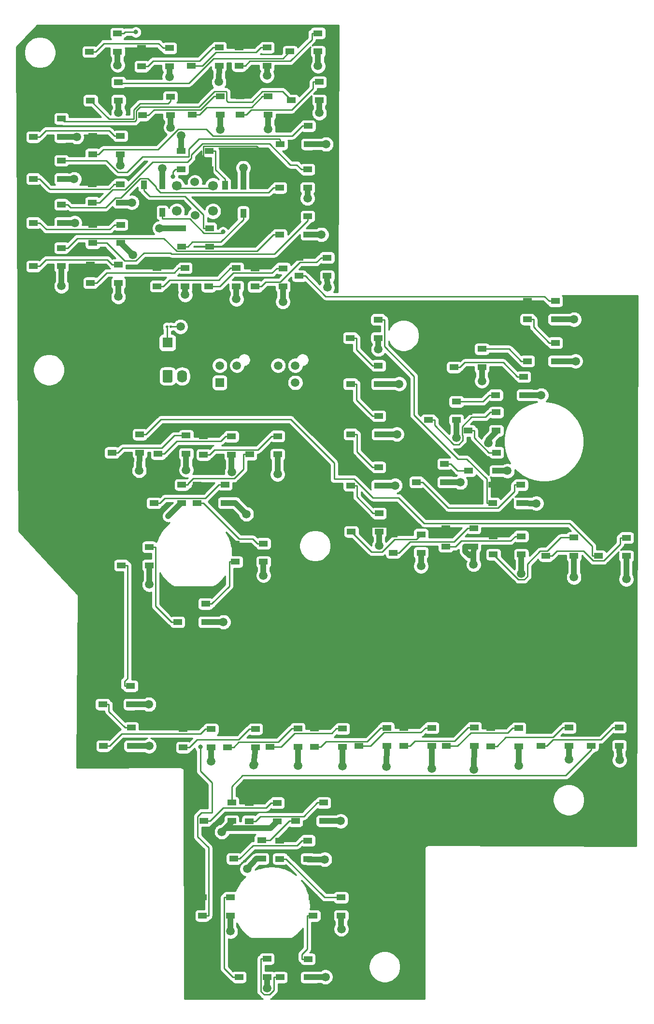
<source format=gbr>
%TF.GenerationSoftware,KiCad,Pcbnew,(5.1.6)-1*%
%TF.CreationDate,2020-11-25T14:24:20+11:00*%
%TF.ProjectId,DISP-EMC Panel PCB V1,44495350-2d45-44d4-9320-50616e656c20,rev?*%
%TF.SameCoordinates,Original*%
%TF.FileFunction,Copper,L1,Top*%
%TF.FilePolarity,Positive*%
%FSLAX46Y46*%
G04 Gerber Fmt 4.6, Leading zero omitted, Abs format (unit mm)*
G04 Created by KiCad (PCBNEW (5.1.6)-1) date 2020-11-25 14:24:20*
%MOMM*%
%LPD*%
G01*
G04 APERTURE LIST*
%TA.AperFunction,ComponentPad*%
%ADD10C,1.524000*%
%TD*%
%TA.AperFunction,ComponentPad*%
%ADD11C,1.700000*%
%TD*%
%TA.AperFunction,ComponentPad*%
%ADD12O,1.740000X2.190000*%
%TD*%
%TA.AperFunction,SMDPad,CuDef*%
%ADD13R,1.000000X1.500000*%
%TD*%
%TA.AperFunction,SMDPad,CuDef*%
%ADD14R,1.500000X1.000000*%
%TD*%
%TA.AperFunction,ComponentPad*%
%ADD15C,1.520000*%
%TD*%
%TA.AperFunction,ComponentPad*%
%ADD16R,1.520000X1.520000*%
%TD*%
%TA.AperFunction,ComponentPad*%
%ADD17C,1.800000*%
%TD*%
%TA.AperFunction,ComponentPad*%
%ADD18R,1.800000X1.800000*%
%TD*%
%TA.AperFunction,ViaPad*%
%ADD19C,1.500000*%
%TD*%
%TA.AperFunction,ViaPad*%
%ADD20C,0.800000*%
%TD*%
%TA.AperFunction,Conductor*%
%ADD21C,1.000000*%
%TD*%
%TA.AperFunction,Conductor*%
%ADD22C,0.250000*%
%TD*%
%TA.AperFunction,Conductor*%
%ADD23C,0.254000*%
%TD*%
G04 APERTURE END LIST*
D10*
%TO.P,SW1,6*%
%TO.N,Net-(SW1-Pad6)*%
X76595600Y-42671800D03*
%TO.P,SW1,5*%
%TO.N,Net-(SW1-Pad5)*%
X76555600Y-36880800D03*
D11*
%TO.P,SW1,4*%
%TO.N,/Row1*%
X79730600Y-41960800D03*
%TO.P,SW1,3*%
X73380600Y-41960800D03*
%TO.P,SW1,2*%
%TO.N,Net-(D80-Pad1)*%
X79730600Y-37515800D03*
%TO.P,SW1,1*%
X73380600Y-37515800D03*
%TD*%
D12*
%TO.P,J3,2*%
%TO.N,/Row1*%
X74320400Y-70866000D03*
%TO.P,J3,1*%
%TO.N,/Column1*%
%TA.AperFunction,ComponentPad*%
G36*
G01*
X70910400Y-71711001D02*
X70910400Y-70020999D01*
G75*
G02*
X71160399Y-69771000I249999J0D01*
G01*
X72400401Y-69771000D01*
G75*
G02*
X72650400Y-70020999I0J-249999D01*
G01*
X72650400Y-71711001D01*
G75*
G02*
X72400401Y-71961000I-249999J0D01*
G01*
X71160399Y-71961000D01*
G75*
G02*
X70910400Y-71711001I0J249999D01*
G01*
G37*
%TD.AperFunction*%
%TD*%
D13*
%TO.P,D79,1*%
%TO.N,/LED+5V*%
X67665600Y-42214800D03*
%TO.P,D79,2*%
%TO.N,/DATAOUT*%
X70865600Y-42214800D03*
%TO.P,D79,4*%
%TO.N,Net-(D78-Pad2)*%
X67665600Y-37314800D03*
%TO.P,D79,3*%
%TO.N,/LEDGND*%
X70865600Y-37314800D03*
%TD*%
D14*
%TO.P,D78,1*%
%TO.N,/LED+5V*%
X79144200Y-48158000D03*
%TO.P,D78,2*%
%TO.N,Net-(D78-Pad2)*%
X79144200Y-44958000D03*
%TO.P,D78,4*%
%TO.N,Net-(D77-Pad2)*%
X74244200Y-48158000D03*
%TO.P,D78,3*%
%TO.N,/LEDGND*%
X74244200Y-44958000D03*
%TD*%
D13*
%TO.P,D77,1*%
%TO.N,/LED+5V*%
X81838800Y-42339600D03*
%TO.P,D77,2*%
%TO.N,Net-(D77-Pad2)*%
X85038800Y-42339600D03*
%TO.P,D77,4*%
%TO.N,Net-(D76-Pad2)*%
X81838800Y-37439600D03*
%TO.P,D77,3*%
%TO.N,/LEDGND*%
X85038800Y-37439600D03*
%TD*%
D14*
%TO.P,D76,1*%
%TO.N,/LED+5V*%
X79093400Y-34645200D03*
%TO.P,D76,2*%
%TO.N,Net-(D76-Pad2)*%
X79093400Y-31445200D03*
%TO.P,D76,4*%
%TO.N,Net-(D75-Pad2)*%
X74193400Y-34645200D03*
%TO.P,D76,3*%
%TO.N,/LEDGND*%
X74193400Y-31445200D03*
%TD*%
%TO.P,D75,1*%
%TO.N,/LED+5V*%
X77876400Y-162103000D03*
%TO.P,D75,2*%
%TO.N,Net-(D75-Pad2)*%
X77876400Y-165303000D03*
%TO.P,D75,4*%
%TO.N,Net-(D74-Pad2)*%
X82776400Y-162103000D03*
%TO.P,D75,3*%
%TO.N,/LEDGND*%
X82776400Y-165303000D03*
%TD*%
%TO.P,D74,1*%
%TO.N,/LED+5V*%
X84291000Y-172847000D03*
%TO.P,D74,2*%
%TO.N,Net-(D74-Pad2)*%
X84291000Y-176047000D03*
%TO.P,D74,4*%
%TO.N,Net-(D73-Pad2)*%
X89191000Y-172847000D03*
%TO.P,D74,3*%
%TO.N,/LEDGND*%
X89191000Y-176047000D03*
%TD*%
%TO.P,D73,1*%
%TO.N,/LED+5V*%
X91490800Y-172872000D03*
%TO.P,D73,2*%
%TO.N,Net-(D73-Pad2)*%
X91490800Y-176072000D03*
%TO.P,D73,4*%
%TO.N,Net-(D72-Pad2)*%
X96390800Y-172872000D03*
%TO.P,D73,3*%
%TO.N,/LEDGND*%
X96390800Y-176072000D03*
%TD*%
%TO.P,D72,1*%
%TO.N,/LED+5V*%
X97295800Y-162103000D03*
%TO.P,D72,2*%
%TO.N,Net-(D72-Pad2)*%
X97295800Y-165303000D03*
%TO.P,D72,4*%
%TO.N,Net-(D71-Pad2)*%
X102195800Y-162103000D03*
%TO.P,D72,3*%
%TO.N,/LEDGND*%
X102195800Y-165303000D03*
%TD*%
%TO.P,D71,1*%
%TO.N,/LED+5V*%
X91467600Y-152146000D03*
%TO.P,D71,2*%
%TO.N,Net-(D71-Pad2)*%
X91467600Y-155346000D03*
%TO.P,D71,4*%
%TO.N,Net-(D70-Pad2)*%
X96367600Y-152146000D03*
%TO.P,D71,3*%
%TO.N,/LEDGND*%
X96367600Y-155346000D03*
%TD*%
%TO.P,D70,1*%
%TO.N,/LED+5V*%
X83365000Y-152121000D03*
%TO.P,D70,2*%
%TO.N,Net-(D70-Pad2)*%
X83365000Y-155321000D03*
%TO.P,D70,4*%
%TO.N,Net-(D69-Pad2)*%
X88265000Y-152121000D03*
%TO.P,D70,3*%
%TO.N,/LEDGND*%
X88265000Y-155321000D03*
%TD*%
%TO.P,D69,1*%
%TO.N,/LED+5V*%
X94210800Y-145517000D03*
%TO.P,D69,2*%
%TO.N,Net-(D69-Pad2)*%
X94210800Y-148717000D03*
%TO.P,D69,4*%
%TO.N,Net-(D68-Pad2)*%
X99110800Y-145517000D03*
%TO.P,D69,3*%
%TO.N,/LEDGND*%
X99110800Y-148717000D03*
%TD*%
%TO.P,D68,1*%
%TO.N,/LED+5V*%
X86082800Y-145542000D03*
%TO.P,D68,2*%
%TO.N,Net-(D68-Pad2)*%
X86082800Y-148742000D03*
%TO.P,D68,4*%
%TO.N,Net-(D67-Pad2)*%
X90982800Y-145542000D03*
%TO.P,D68,3*%
%TO.N,/LEDGND*%
X90982800Y-148742000D03*
%TD*%
%TO.P,D67,1*%
%TO.N,/LED+5V*%
X78118800Y-145491000D03*
%TO.P,D67,2*%
%TO.N,Net-(D67-Pad2)*%
X78118800Y-148691000D03*
%TO.P,D67,4*%
%TO.N,Net-(D66-Pad2)*%
X83018800Y-145491000D03*
%TO.P,D67,3*%
%TO.N,/LEDGND*%
X83018800Y-148691000D03*
%TD*%
%TO.P,D66,1*%
%TO.N,/LED+5V*%
X146052000Y-132334000D03*
%TO.P,D66,2*%
%TO.N,Net-(D66-Pad2)*%
X146052000Y-135534000D03*
%TO.P,D66,4*%
%TO.N,Net-(D65-Pad2)*%
X150952000Y-132334000D03*
%TO.P,D66,3*%
%TO.N,/LEDGND*%
X150952000Y-135534000D03*
%TD*%
%TO.P,D65,1*%
%TO.N,/LED+5V*%
X137211000Y-132385000D03*
%TO.P,D65,2*%
%TO.N,Net-(D65-Pad2)*%
X137211000Y-135585000D03*
%TO.P,D65,4*%
%TO.N,Net-(D64-Pad2)*%
X142111000Y-132385000D03*
%TO.P,D65,3*%
%TO.N,/LEDGND*%
X142111000Y-135585000D03*
%TD*%
%TO.P,D64,1*%
%TO.N,/LED+5V*%
X128425000Y-132436000D03*
%TO.P,D64,2*%
%TO.N,Net-(D64-Pad2)*%
X128425000Y-135636000D03*
%TO.P,D64,4*%
%TO.N,Net-(D63-Pad2)*%
X133325000Y-132436000D03*
%TO.P,D64,3*%
%TO.N,/LEDGND*%
X133325000Y-135636000D03*
%TD*%
%TO.P,D63,1*%
%TO.N,/LED+5V*%
X120652000Y-132359000D03*
%TO.P,D63,2*%
%TO.N,Net-(D63-Pad2)*%
X120652000Y-135559000D03*
%TO.P,D63,4*%
%TO.N,Net-(D62-Pad2)*%
X125552000Y-132359000D03*
%TO.P,D63,3*%
%TO.N,/LEDGND*%
X125552000Y-135559000D03*
%TD*%
%TO.P,D62,1*%
%TO.N,/LED+5V*%
X113185000Y-132410000D03*
%TO.P,D62,2*%
%TO.N,Net-(D62-Pad2)*%
X113185000Y-135610000D03*
%TO.P,D62,4*%
%TO.N,Net-(D61-Pad2)*%
X118085000Y-132410000D03*
%TO.P,D62,3*%
%TO.N,/LEDGND*%
X118085000Y-135610000D03*
%TD*%
%TO.P,D61,1*%
%TO.N,/LED+5V*%
X105336000Y-132410000D03*
%TO.P,D61,2*%
%TO.N,Net-(D61-Pad2)*%
X105336000Y-135610000D03*
%TO.P,D61,4*%
%TO.N,Net-(D60-Pad2)*%
X110236000Y-132410000D03*
%TO.P,D61,3*%
%TO.N,/LEDGND*%
X110236000Y-135610000D03*
%TD*%
%TO.P,D60,1*%
%TO.N,/LED+5V*%
X97538200Y-132563000D03*
%TO.P,D60,2*%
%TO.N,Net-(D60-Pad2)*%
X97538200Y-135763000D03*
%TO.P,D60,4*%
%TO.N,Net-(D59-Pad2)*%
X102438200Y-132563000D03*
%TO.P,D60,3*%
%TO.N,/LEDGND*%
X102438200Y-135763000D03*
%TD*%
%TO.P,D59,1*%
%TO.N,/LED+5V*%
X89715000Y-132537000D03*
%TO.P,D59,2*%
%TO.N,Net-(D59-Pad2)*%
X89715000Y-135737000D03*
%TO.P,D59,4*%
%TO.N,Net-(D58-Pad2)*%
X94615000Y-132537000D03*
%TO.P,D59,3*%
%TO.N,/LEDGND*%
X94615000Y-135737000D03*
%TD*%
%TO.P,D58,1*%
%TO.N,/LED+5V*%
X82272800Y-132614000D03*
%TO.P,D58,2*%
%TO.N,Net-(D58-Pad2)*%
X82272800Y-135814000D03*
%TO.P,D58,4*%
%TO.N,Net-(D57-Pad2)*%
X87172800Y-132614000D03*
%TO.P,D58,3*%
%TO.N,/LEDGND*%
X87172800Y-135814000D03*
%TD*%
%TO.P,D57,1*%
%TO.N,/LED+5V*%
X74525800Y-132639000D03*
%TO.P,D57,2*%
%TO.N,Net-(D57-Pad2)*%
X74525800Y-135839000D03*
%TO.P,D57,4*%
%TO.N,Net-(D56-Pad2)*%
X79425800Y-132639000D03*
%TO.P,D57,3*%
%TO.N,/LEDGND*%
X79425800Y-135839000D03*
%TD*%
%TO.P,D56,1*%
%TO.N,/LED+5V*%
X60516600Y-132385000D03*
%TO.P,D56,2*%
%TO.N,Net-(D56-Pad2)*%
X60516600Y-135585000D03*
%TO.P,D56,4*%
%TO.N,Net-(D55-Pad2)*%
X65416600Y-132385000D03*
%TO.P,D56,3*%
%TO.N,/LEDGND*%
X65416600Y-135585000D03*
%TD*%
%TO.P,D55,1*%
%TO.N,/LED+5V*%
X60403400Y-125095000D03*
%TO.P,D55,2*%
%TO.N,Net-(D55-Pad2)*%
X60403400Y-128295000D03*
%TO.P,D55,4*%
%TO.N,Net-(D54-Pad2)*%
X65303400Y-125095000D03*
%TO.P,D55,3*%
%TO.N,/LEDGND*%
X65303400Y-128295000D03*
%TD*%
%TO.P,D54,1*%
%TO.N,/LED+5V*%
X63680000Y-100762000D03*
%TO.P,D54,2*%
%TO.N,Net-(D54-Pad2)*%
X63680000Y-103962000D03*
%TO.P,D54,4*%
%TO.N,Net-(D53-Pad2)*%
X68580000Y-100762000D03*
%TO.P,D54,3*%
%TO.N,/LEDGND*%
X68580000Y-103962000D03*
%TD*%
%TO.P,D53,1*%
%TO.N,/LED+5V*%
X73535200Y-110694000D03*
%TO.P,D53,2*%
%TO.N,Net-(D53-Pad2)*%
X73535200Y-113894000D03*
%TO.P,D53,4*%
%TO.N,Net-(D52-Pad2)*%
X78435200Y-110694000D03*
%TO.P,D53,3*%
%TO.N,/LEDGND*%
X78435200Y-113894000D03*
%TD*%
%TO.P,D52,1*%
%TO.N,/LED+5V*%
X83681400Y-100152000D03*
%TO.P,D52,2*%
%TO.N,Net-(D52-Pad2)*%
X83681400Y-103352000D03*
%TO.P,D52,4*%
%TO.N,Net-(D51-Pad2)*%
X88581400Y-100152000D03*
%TO.P,D52,3*%
%TO.N,/LEDGND*%
X88581400Y-103352000D03*
%TD*%
%TO.P,D51,1*%
%TO.N,/LED+5V*%
X76964200Y-89840200D03*
%TO.P,D51,2*%
%TO.N,Net-(D51-Pad2)*%
X76964200Y-93040200D03*
%TO.P,D51,4*%
%TO.N,Net-(D50-Pad2)*%
X81864200Y-89840200D03*
%TO.P,D51,3*%
%TO.N,/LEDGND*%
X81864200Y-93040200D03*
%TD*%
%TO.P,D50,1*%
%TO.N,/LED+5V*%
X69381200Y-89865400D03*
%TO.P,D50,2*%
%TO.N,Net-(D50-Pad2)*%
X69381200Y-93065400D03*
%TO.P,D50,4*%
%TO.N,Net-(D49-Pad2)*%
X74281200Y-89865400D03*
%TO.P,D50,3*%
%TO.N,/LEDGND*%
X74281200Y-93065400D03*
%TD*%
%TO.P,D49,1*%
%TO.N,/LED+5V*%
X86159000Y-81356200D03*
%TO.P,D49,2*%
%TO.N,Net-(D49-Pad2)*%
X86159000Y-84556200D03*
%TO.P,D49,4*%
%TO.N,Net-(D48-Pad2)*%
X91059000Y-81356200D03*
%TO.P,D49,3*%
%TO.N,/LEDGND*%
X91059000Y-84556200D03*
%TD*%
%TO.P,D48,1*%
%TO.N,/LED+5V*%
X78081800Y-81407400D03*
%TO.P,D48,2*%
%TO.N,Net-(D48-Pad2)*%
X78081800Y-84607400D03*
%TO.P,D48,4*%
%TO.N,Net-(D47-Pad2)*%
X82981800Y-81407400D03*
%TO.P,D48,3*%
%TO.N,/LEDGND*%
X82981800Y-84607400D03*
%TD*%
%TO.P,D47,1*%
%TO.N,/LED+5V*%
X70131600Y-81254600D03*
%TO.P,D47,2*%
%TO.N,Net-(D47-Pad2)*%
X70131600Y-84454600D03*
%TO.P,D47,4*%
%TO.N,Net-(D46-Pad2)*%
X75031600Y-81254600D03*
%TO.P,D47,3*%
%TO.N,/LEDGND*%
X75031600Y-84454600D03*
%TD*%
%TO.P,D46,1*%
%TO.N,/LED+5V*%
X62015200Y-81051600D03*
%TO.P,D46,2*%
%TO.N,Net-(D46-Pad2)*%
X62015200Y-84251600D03*
%TO.P,D46,4*%
%TO.N,Net-(D45-Pad2)*%
X66915200Y-81051600D03*
%TO.P,D46,3*%
%TO.N,/LEDGND*%
X66915200Y-84251600D03*
%TD*%
%TO.P,D45,1*%
%TO.N,/LED+5V*%
X147297000Y-99137000D03*
%TO.P,D45,2*%
%TO.N,Net-(D45-Pad2)*%
X147297000Y-102337000D03*
%TO.P,D45,4*%
%TO.N,Net-(D44-Pad2)*%
X152197000Y-99137000D03*
%TO.P,D45,3*%
%TO.N,/LEDGND*%
X152197000Y-102337000D03*
%TD*%
%TO.P,D44,1*%
%TO.N,/LED+5V*%
X138102000Y-99111000D03*
%TO.P,D44,2*%
%TO.N,Net-(D44-Pad2)*%
X138102000Y-102311000D03*
%TO.P,D44,4*%
%TO.N,Net-(D43-Pad2)*%
X143002000Y-99111000D03*
%TO.P,D44,3*%
%TO.N,/LEDGND*%
X143002000Y-102311000D03*
%TD*%
%TO.P,D43,1*%
%TO.N,/LED+5V*%
X128882000Y-98882000D03*
%TO.P,D43,2*%
%TO.N,Net-(D43-Pad2)*%
X128882000Y-102082000D03*
%TO.P,D43,4*%
%TO.N,Net-(D42-Pad2)*%
X133782000Y-98882000D03*
%TO.P,D43,3*%
%TO.N,/LEDGND*%
X133782000Y-102082000D03*
%TD*%
%TO.P,D42,1*%
%TO.N,/LED+5V*%
X120525000Y-97460200D03*
%TO.P,D42,2*%
%TO.N,Net-(D42-Pad2)*%
X120525000Y-100660200D03*
%TO.P,D42,4*%
%TO.N,Net-(D41-Pad2)*%
X125425000Y-97460200D03*
%TO.P,D42,3*%
%TO.N,/LEDGND*%
X125425000Y-100660200D03*
%TD*%
%TO.P,D41,1*%
%TO.N,/LED+5V*%
X111305000Y-98552000D03*
%TO.P,D41,2*%
%TO.N,Net-(D41-Pad2)*%
X111305000Y-101752000D03*
%TO.P,D41,4*%
%TO.N,Net-(D40-Pad2)*%
X116205000Y-98552000D03*
%TO.P,D41,3*%
%TO.N,/LEDGND*%
X116205000Y-101752000D03*
%TD*%
%TO.P,D40,1*%
%TO.N,/LED+5V*%
X103976000Y-94869200D03*
%TO.P,D40,2*%
%TO.N,Net-(D40-Pad2)*%
X103976000Y-98069200D03*
%TO.P,D40,4*%
%TO.N,Net-(D39-Pad2)*%
X108876000Y-94869200D03*
%TO.P,D40,3*%
%TO.N,/LEDGND*%
X108876000Y-98069200D03*
%TD*%
%TO.P,D39,1*%
%TO.N,/LED+5V*%
X103861000Y-86792200D03*
%TO.P,D39,2*%
%TO.N,Net-(D39-Pad2)*%
X103861000Y-89992200D03*
%TO.P,D39,4*%
%TO.N,Net-(D38-Pad2)*%
X108761000Y-86792200D03*
%TO.P,D39,3*%
%TO.N,/LEDGND*%
X108761000Y-89992200D03*
%TD*%
%TO.P,D38,1*%
%TO.N,/LED+5V*%
X103888000Y-77826000D03*
%TO.P,D38,2*%
%TO.N,Net-(D38-Pad2)*%
X103888000Y-81026000D03*
%TO.P,D38,4*%
%TO.N,Net-(D37-Pad2)*%
X108788000Y-77826000D03*
%TO.P,D38,3*%
%TO.N,/LEDGND*%
X108788000Y-81026000D03*
%TD*%
%TO.P,R1,2*%
%TO.N,/LEDGND*%
%TA.AperFunction,SMDPad,CuDef*%
G36*
G01*
X72099000Y-62279200D02*
X72099000Y-62079200D01*
G75*
G02*
X72199000Y-61979200I100000J0D01*
G01*
X72459000Y-61979200D01*
G75*
G02*
X72559000Y-62079200I0J-100000D01*
G01*
X72559000Y-62279200D01*
G75*
G02*
X72459000Y-62379200I-100000J0D01*
G01*
X72199000Y-62379200D01*
G75*
G02*
X72099000Y-62279200I0J100000D01*
G01*
G37*
%TD.AperFunction*%
%TO.P,R1,1*%
%TO.N,Net-(D1-Pad1)*%
%TA.AperFunction,SMDPad,CuDef*%
G36*
G01*
X71459000Y-62279200D02*
X71459000Y-62079200D01*
G75*
G02*
X71559000Y-61979200I100000J0D01*
G01*
X71819000Y-61979200D01*
G75*
G02*
X71919000Y-62079200I0J-100000D01*
G01*
X71919000Y-62279200D01*
G75*
G02*
X71819000Y-62379200I-100000J0D01*
G01*
X71559000Y-62379200D01*
G75*
G02*
X71459000Y-62279200I0J100000D01*
G01*
G37*
%TD.AperFunction*%
%TD*%
D15*
%TO.P,J2,4*%
%TO.N,/LEDGND*%
X83923999Y-68983801D03*
%TO.P,J2,3*%
%TO.N,/DATAOUT*%
X80924000Y-68983801D03*
%TO.P,J2,2*%
%TO.N,/LED+5V*%
X83923999Y-71983800D03*
D16*
%TO.P,J2,1*%
%TO.N,/DATALOOP*%
X80924000Y-71983800D03*
%TD*%
D15*
%TO.P,J1,4*%
%TO.N,/DATAIN*%
X94160999Y-68983801D03*
%TO.P,J1,3*%
%TO.N,/LEDGND*%
X91161000Y-68983801D03*
%TO.P,J1,2*%
%TO.N,/DATALOOP*%
X94160999Y-71983800D03*
D16*
%TO.P,J1,1*%
%TO.N,/LED+5V*%
X91161000Y-71983800D03*
%TD*%
D14*
%TO.P,D37,1*%
%TO.N,/LED+5V*%
X103835000Y-69011800D03*
%TO.P,D37,2*%
%TO.N,Net-(D37-Pad2)*%
X103835000Y-72211800D03*
%TO.P,D37,4*%
%TO.N,Net-(D36-Pad2)*%
X108735000Y-69011800D03*
%TO.P,D37,3*%
%TO.N,/LEDGND*%
X108735000Y-72211800D03*
%TD*%
%TO.P,D36,1*%
%TO.N,/LED+5V*%
X103787000Y-60960400D03*
%TO.P,D36,2*%
%TO.N,Net-(D36-Pad2)*%
X103787000Y-64160400D03*
%TO.P,D36,4*%
%TO.N,Net-(D35-Pad2)*%
X108687000Y-60960400D03*
%TO.P,D36,3*%
%TO.N,/LEDGND*%
X108687000Y-64160400D03*
%TD*%
%TO.P,D35,1*%
%TO.N,/LED+5V*%
X128792000Y-89890800D03*
%TO.P,D35,2*%
%TO.N,Net-(D35-Pad2)*%
X128792000Y-93090800D03*
%TO.P,D35,4*%
%TO.N,Net-(D34-Pad2)*%
X133692000Y-89890800D03*
%TO.P,D35,3*%
%TO.N,/LEDGND*%
X133692000Y-93090800D03*
%TD*%
%TO.P,D34,1*%
%TO.N,/LED+5V*%
X115420000Y-86208000D03*
%TO.P,D34,2*%
%TO.N,Net-(D34-Pad2)*%
X115420000Y-89408000D03*
%TO.P,D34,4*%
%TO.N,Net-(D33-Pad2)*%
X120320000Y-86208000D03*
%TO.P,D34,3*%
%TO.N,/LEDGND*%
X120320000Y-89408000D03*
%TD*%
%TO.P,D33,1*%
%TO.N,/LED+5V*%
X124538000Y-84226800D03*
%TO.P,D33,2*%
%TO.N,Net-(D33-Pad2)*%
X124538000Y-87426800D03*
%TO.P,D33,4*%
%TO.N,Net-(D32-Pad2)*%
X129438000Y-84226800D03*
%TO.P,D33,3*%
%TO.N,/LEDGND*%
X129438000Y-87426800D03*
%TD*%
%TO.P,D32,1*%
%TO.N,/LED+5V*%
X124485000Y-77190600D03*
%TO.P,D32,2*%
%TO.N,Net-(D32-Pad2)*%
X124485000Y-80390600D03*
%TO.P,D32,4*%
%TO.N,Net-(D31-Pad2)*%
X129385000Y-77190600D03*
%TO.P,D32,3*%
%TO.N,/LEDGND*%
X129385000Y-80390600D03*
%TD*%
%TO.P,D31,1*%
%TO.N,/LED+5V*%
X117503000Y-75311400D03*
%TO.P,D31,2*%
%TO.N,Net-(D31-Pad2)*%
X117503000Y-78511400D03*
%TO.P,D31,4*%
%TO.N,Net-(D30-Pad2)*%
X122403000Y-75311400D03*
%TO.P,D31,3*%
%TO.N,/LEDGND*%
X122403000Y-78511400D03*
%TD*%
%TO.P,D30,1*%
%TO.N,/LED+5V*%
X129286000Y-70967600D03*
%TO.P,D30,2*%
%TO.N,Net-(D30-Pad2)*%
X129286000Y-74167600D03*
%TO.P,D30,4*%
%TO.N,Net-(D29-Pad2)*%
X134186000Y-70967600D03*
%TO.P,D30,3*%
%TO.N,/LEDGND*%
X134186000Y-74167600D03*
%TD*%
%TO.P,D29,1*%
%TO.N,/LED+5V*%
X121973000Y-66091200D03*
%TO.P,D29,2*%
%TO.N,Net-(D29-Pad2)*%
X121973000Y-69291200D03*
%TO.P,D29,4*%
%TO.N,Net-(D28-Pad2)*%
X126873000Y-66091200D03*
%TO.P,D29,3*%
%TO.N,/LEDGND*%
X126873000Y-69291200D03*
%TD*%
%TO.P,D28,1*%
%TO.N,/LED+5V*%
X134851000Y-65024000D03*
%TO.P,D28,2*%
%TO.N,Net-(D28-Pad2)*%
X134851000Y-68224000D03*
%TO.P,D28,4*%
%TO.N,Net-(D27-Pad2)*%
X139751000Y-65024000D03*
%TO.P,D28,3*%
%TO.N,/LEDGND*%
X139751000Y-68224000D03*
%TD*%
%TO.P,D27,1*%
%TO.N,/LED+5V*%
X134851000Y-57709200D03*
%TO.P,D27,2*%
%TO.N,Net-(D27-Pad2)*%
X134851000Y-60909200D03*
%TO.P,D27,4*%
%TO.N,Net-(D26-Pad2)*%
X139751000Y-57709200D03*
%TO.P,D27,3*%
%TO.N,/LEDGND*%
X139751000Y-60909200D03*
%TD*%
%TO.P,D26,1*%
%TO.N,/LED+5V*%
X94845800Y-50114200D03*
%TO.P,D26,2*%
%TO.N,Net-(D26-Pad2)*%
X94845800Y-53314200D03*
%TO.P,D26,4*%
%TO.N,Net-(D25-Pad2)*%
X99745800Y-50114200D03*
%TO.P,D26,3*%
%TO.N,/LEDGND*%
X99745800Y-53314200D03*
%TD*%
%TO.P,D25,1*%
%TO.N,/LED+5V*%
X87098800Y-51968400D03*
%TO.P,D25,2*%
%TO.N,Net-(D25-Pad2)*%
X87098800Y-55168400D03*
%TO.P,D25,4*%
%TO.N,Net-(D24-Pad2)*%
X91998800Y-51968400D03*
%TO.P,D25,3*%
%TO.N,/LEDGND*%
X91998800Y-55168400D03*
%TD*%
%TO.P,D24,1*%
%TO.N,/LED+5V*%
X78945400Y-51943000D03*
%TO.P,D24,2*%
%TO.N,Net-(D24-Pad2)*%
X78945400Y-55143000D03*
%TO.P,D24,4*%
%TO.N,Net-(D23-Pad2)*%
X83845400Y-51943000D03*
%TO.P,D24,3*%
%TO.N,/LEDGND*%
X83845400Y-55143000D03*
%TD*%
%TO.P,D23,1*%
%TO.N,/LED+5V*%
X69940000Y-51917800D03*
%TO.P,D23,2*%
%TO.N,Net-(D23-Pad2)*%
X69940000Y-55117800D03*
%TO.P,D23,4*%
%TO.N,Net-(D22-Pad2)*%
X74840000Y-51917800D03*
%TO.P,D23,3*%
%TO.N,/LEDGND*%
X74840000Y-55117800D03*
%TD*%
%TO.P,D22,1*%
%TO.N,/LED+5V*%
X58244400Y-51333800D03*
%TO.P,D22,2*%
%TO.N,Net-(D22-Pad2)*%
X58244400Y-54533800D03*
%TO.P,D22,4*%
%TO.N,Net-(D21-Pad2)*%
X63144400Y-51333800D03*
%TO.P,D22,3*%
%TO.N,/LEDGND*%
X63144400Y-54533800D03*
%TD*%
%TO.P,D21,1*%
%TO.N,/LED+5V*%
X48262200Y-48412400D03*
%TO.P,D21,2*%
%TO.N,Net-(D21-Pad2)*%
X48262200Y-51612400D03*
%TO.P,D21,4*%
%TO.N,Net-(D20-Pad2)*%
X53162200Y-48412400D03*
%TO.P,D21,3*%
%TO.N,/LEDGND*%
X53162200Y-51612400D03*
%TD*%
%TO.P,D20,1*%
%TO.N,/LED+5V*%
X91442200Y-42875200D03*
%TO.P,D20,2*%
%TO.N,Net-(D20-Pad2)*%
X91442200Y-46075200D03*
%TO.P,D20,4*%
%TO.N,Net-(D19-Pad2)*%
X96342200Y-42875200D03*
%TO.P,D20,3*%
%TO.N,/LEDGND*%
X96342200Y-46075200D03*
%TD*%
%TO.P,D19,1*%
%TO.N,/LED+5V*%
X58648600Y-44348400D03*
%TO.P,D19,2*%
%TO.N,Net-(D19-Pad2)*%
X58648600Y-47548400D03*
%TO.P,D19,4*%
%TO.N,Net-(D18-Pad2)*%
X63548600Y-44348400D03*
%TO.P,D19,3*%
%TO.N,/LEDGND*%
X63548600Y-47548400D03*
%TD*%
%TO.P,D18,1*%
%TO.N,/LED+5V*%
X48262200Y-40817800D03*
%TO.P,D18,2*%
%TO.N,Net-(D18-Pad2)*%
X48262200Y-44017800D03*
%TO.P,D18,4*%
%TO.N,Net-(D17-Pad2)*%
X53162200Y-40817800D03*
%TO.P,D18,3*%
%TO.N,/LEDGND*%
X53162200Y-44017800D03*
%TD*%
%TO.P,D17,1*%
%TO.N,/LED+5V*%
X91416800Y-34671000D03*
%TO.P,D17,2*%
%TO.N,Net-(D17-Pad2)*%
X91416800Y-37871000D03*
%TO.P,D17,4*%
%TO.N,Net-(D16-Pad2)*%
X96316800Y-34671000D03*
%TO.P,D17,3*%
%TO.N,/LEDGND*%
X96316800Y-37871000D03*
%TD*%
%TO.P,D16,1*%
%TO.N,/LED+5V*%
X58600000Y-37261800D03*
%TO.P,D16,2*%
%TO.N,Net-(D16-Pad2)*%
X58600000Y-40461800D03*
%TO.P,D16,4*%
%TO.N,Net-(D15-Pad2)*%
X63500000Y-37261800D03*
%TO.P,D16,3*%
%TO.N,/LEDGND*%
X63500000Y-40461800D03*
%TD*%
%TO.P,D15,1*%
%TO.N,/LED+5V*%
X48262200Y-33121600D03*
%TO.P,D15,2*%
%TO.N,Net-(D15-Pad2)*%
X48262200Y-36321600D03*
%TO.P,D15,4*%
%TO.N,Net-(D14-Pad2)*%
X53162200Y-33121600D03*
%TO.P,D15,3*%
%TO.N,/LEDGND*%
X53162200Y-36321600D03*
%TD*%
%TO.P,D14,1*%
%TO.N,/LED+5V*%
X91543800Y-27051400D03*
%TO.P,D14,2*%
%TO.N,Net-(D14-Pad2)*%
X91543800Y-30251400D03*
%TO.P,D14,4*%
%TO.N,Net-(D13-Pad2)*%
X96443800Y-27051400D03*
%TO.P,D14,3*%
%TO.N,/LEDGND*%
X96443800Y-30251400D03*
%TD*%
%TO.P,D13,1*%
%TO.N,/LED+5V*%
X58625400Y-28803600D03*
%TO.P,D13,2*%
%TO.N,Net-(D13-Pad2)*%
X58625400Y-32003600D03*
%TO.P,D13,4*%
%TO.N,Net-(D12-Pad2)*%
X63525400Y-28803600D03*
%TO.P,D13,3*%
%TO.N,/LEDGND*%
X63525400Y-32003600D03*
%TD*%
%TO.P,D12,1*%
%TO.N,/LED+5V*%
X48262200Y-25781000D03*
%TO.P,D12,2*%
%TO.N,Net-(D12-Pad2)*%
X48262200Y-28981000D03*
%TO.P,D12,4*%
%TO.N,Net-(D11-Pad2)*%
X53162200Y-25781000D03*
%TO.P,D12,3*%
%TO.N,/LEDGND*%
X53162200Y-28981000D03*
%TD*%
%TO.P,D11,1*%
%TO.N,/LED+5V*%
X93474200Y-19354800D03*
%TO.P,D11,2*%
%TO.N,Net-(D11-Pad2)*%
X93474200Y-22554800D03*
%TO.P,D11,4*%
%TO.N,Net-(D10-Pad2)*%
X98374200Y-19354800D03*
%TO.P,D11,3*%
%TO.N,/LEDGND*%
X98374200Y-22554800D03*
%TD*%
%TO.P,D10,1*%
%TO.N,/LED+5V*%
X84505800Y-21869400D03*
%TO.P,D10,2*%
%TO.N,Net-(D10-Pad2)*%
X84505800Y-25069400D03*
%TO.P,D10,4*%
%TO.N,Net-(D10-Pad4)*%
X89405800Y-21869400D03*
%TO.P,D10,3*%
%TO.N,/LEDGND*%
X89405800Y-25069400D03*
%TD*%
%TO.P,D9,1*%
%TO.N,/LED+5V*%
X76126000Y-21844000D03*
%TO.P,D9,2*%
%TO.N,Net-(D10-Pad4)*%
X76126000Y-25044000D03*
%TO.P,D9,4*%
%TO.N,Net-(D8-Pad2)*%
X81026000Y-21844000D03*
%TO.P,D9,3*%
%TO.N,/LEDGND*%
X81026000Y-25044000D03*
%TD*%
%TO.P,D8,1*%
%TO.N,/LED+5V*%
X67363000Y-21971400D03*
%TO.P,D8,2*%
%TO.N,Net-(D8-Pad2)*%
X67363000Y-25171400D03*
%TO.P,D8,4*%
%TO.N,Net-(D7-Pad2)*%
X72263000Y-21971400D03*
%TO.P,D8,3*%
%TO.N,/LEDGND*%
X72263000Y-25171400D03*
%TD*%
%TO.P,D7,1*%
%TO.N,/LED+5V*%
X58267600Y-19405600D03*
%TO.P,D7,2*%
%TO.N,Net-(D7-Pad2)*%
X58267600Y-22605600D03*
%TO.P,D7,4*%
%TO.N,Net-(D6-Pad2)*%
X63167600Y-19405600D03*
%TO.P,D7,3*%
%TO.N,/LEDGND*%
X63167600Y-22605600D03*
%TD*%
%TO.P,D6,1*%
%TO.N,/LED+5V*%
X93245600Y-10820800D03*
%TO.P,D6,2*%
%TO.N,Net-(D6-Pad2)*%
X93245600Y-14020800D03*
%TO.P,D6,4*%
%TO.N,Net-(D5-Pad2)*%
X98145600Y-10820800D03*
%TO.P,D6,3*%
%TO.N,/LEDGND*%
X98145600Y-14020800D03*
%TD*%
%TO.P,D5,1*%
%TO.N,/LED+5V*%
X84304800Y-13335400D03*
%TO.P,D5,2*%
%TO.N,Net-(D5-Pad2)*%
X84304800Y-16535400D03*
%TO.P,D5,4*%
%TO.N,Net-(D4-Pad2)*%
X89204800Y-13335400D03*
%TO.P,D5,3*%
%TO.N,/LEDGND*%
X89204800Y-16535400D03*
%TD*%
%TO.P,D4,1*%
%TO.N,/LED+5V*%
X75922800Y-13335400D03*
%TO.P,D4,2*%
%TO.N,Net-(D4-Pad2)*%
X75922800Y-16535400D03*
%TO.P,D4,4*%
%TO.N,Net-(D3-Pad2)*%
X80822800Y-13335400D03*
%TO.P,D4,3*%
%TO.N,/LEDGND*%
X80822800Y-16535400D03*
%TD*%
%TO.P,D3,1*%
%TO.N,/LED+5V*%
X67210600Y-13437000D03*
%TO.P,D3,2*%
%TO.N,Net-(D3-Pad2)*%
X67210600Y-16637000D03*
%TO.P,D3,4*%
%TO.N,Net-(D2-Pad2)*%
X72110600Y-13437000D03*
%TO.P,D3,3*%
%TO.N,/LEDGND*%
X72110600Y-16637000D03*
%TD*%
%TO.P,D2,1*%
%TO.N,/LED+5V*%
X58103600Y-10871400D03*
%TO.P,D2,2*%
%TO.N,Net-(D2-Pad2)*%
X58103600Y-14071400D03*
%TO.P,D2,4*%
%TO.N,/DATAIN*%
X63003600Y-10871400D03*
%TO.P,D2,3*%
%TO.N,/LEDGND*%
X63003600Y-14071400D03*
%TD*%
D17*
%TO.P,D1,2*%
%TO.N,/LED+5V*%
X74294800Y-64998600D03*
D18*
%TO.P,D1,1*%
%TO.N,Net-(D1-Pad1)*%
X71754800Y-64998600D03*
%TD*%
D19*
%TO.N,/LEDGND*%
X89191000Y-178017000D03*
X99441000Y-176022000D03*
X102235000Y-167640000D03*
X82804000Y-168021000D03*
X85725000Y-157099000D03*
X99314000Y-155448000D03*
X102108000Y-148717000D03*
X81280000Y-150622000D03*
X151003000Y-138049000D03*
X142113000Y-137922000D03*
X133350000Y-139065000D03*
X125476000Y-139700000D03*
X118110000Y-139573000D03*
X110109000Y-139192000D03*
X102438000Y-139116000D03*
X94615000Y-139065000D03*
X86868000Y-138938000D03*
X79375000Y-138303000D03*
X68529000Y-135585000D03*
X68478400Y-128295000D03*
X81559400Y-113894000D03*
X68580000Y-107315000D03*
X88581400Y-105729000D03*
X85598000Y-94996000D03*
D20*
X71882000Y-95377000D03*
D19*
X66802000Y-87376000D03*
X75031600Y-87274400D03*
X83058000Y-87630000D03*
X91059000Y-88011000D03*
X152197000Y-106375000D03*
X143002000Y-106037000D03*
X133782000Y-105400000D03*
X125418000Y-103815000D03*
X116205000Y-104089000D03*
X108876000Y-100517000D03*
X136406000Y-93113900D03*
X112382000Y-72212200D03*
X111976000Y-81026000D03*
X111661000Y-89992200D03*
X123086000Y-89433400D03*
X131318000Y-87426800D03*
X127980000Y-82537300D03*
X122400000Y-81666100D03*
X137262000Y-74188300D03*
X143307000Y-68226900D03*
X143027000Y-60909200D03*
X126873000Y-71694000D03*
X108712000Y-66141600D03*
X99771200Y-55321200D03*
X91998800Y-57835800D03*
X83845400Y-57378600D03*
X65684400Y-49606200D03*
X98729400Y-46075200D03*
X96316800Y-39725600D03*
X85039200Y-34391600D03*
X70840600Y-34467800D03*
X65506600Y-40462200D03*
X63525400Y-34010600D03*
X74142600Y-28702000D03*
X81026000Y-27686000D03*
X89405800Y-27586600D03*
X99542600Y-30251400D03*
X98374200Y-24765000D03*
X98145600Y-16560800D03*
X80772000Y-19354800D03*
X63003600Y-16420000D03*
X72313800Y-27330400D03*
X63167600Y-24712000D03*
X55828800Y-28981000D03*
X55397400Y-36347400D03*
X55498600Y-44017800D03*
X53162200Y-55067200D03*
X63144400Y-56946800D03*
X74041000Y-62179200D03*
X74853800Y-56591200D03*
X89197180Y-18242280D03*
X72110600Y-18481040D03*
X70373240Y-44963080D03*
%TO.N,/LED+5V*%
X61786700Y-74644500D03*
D20*
%TO.N,/DATAIN*%
X66200500Y-10629800D03*
%TO.N,/DATAOUT*%
X81497100Y-45610400D03*
%TO.N,Net-(D75-Pad2)*%
X72719500Y-35900700D03*
X77532800Y-135777900D03*
%TD*%
D21*
%TO.N,/LEDGND*%
X102438200Y-135763000D02*
X102438000Y-135763000D01*
X102215500Y-166471500D02*
X102195800Y-166451800D01*
X102195800Y-166451800D02*
X102195800Y-165303000D01*
X102215500Y-166471500D02*
X102235000Y-167640000D01*
X102196000Y-165303000D02*
X102215500Y-166471500D01*
X102438000Y-135763000D02*
X102438000Y-139116000D01*
X125425000Y-100660200D02*
X123974700Y-100660200D01*
X125421500Y-102237500D02*
X124701600Y-102237500D01*
X124701600Y-102237500D02*
X123974700Y-101510600D01*
X123974700Y-101510600D02*
X123974700Y-100660200D01*
X125421500Y-102237500D02*
X125418000Y-103815000D01*
X125425000Y-100660000D02*
X125421500Y-102237500D01*
X127980000Y-82537300D02*
X127980000Y-82303600D01*
X99441000Y-176022000D02*
X99390600Y-176072000D01*
X96390800Y-176072000D02*
X99441000Y-176022000D01*
X102235000Y-167640000D02*
X102196000Y-167601000D01*
X82804000Y-168021000D02*
X82776400Y-167993000D01*
X82776400Y-165303000D02*
X82804000Y-168021000D01*
X85725000Y-157099000D02*
X85725000Y-156972000D01*
X88265000Y-155321000D02*
X87376400Y-155321000D01*
X87376400Y-155321000D02*
X85725000Y-157099000D01*
X102108000Y-148717000D02*
X102235000Y-148717000D01*
X99110800Y-148717000D02*
X102108000Y-148717000D01*
X151003000Y-138049000D02*
X150952000Y-137998000D01*
X150952000Y-135534000D02*
X151003000Y-138049000D01*
X142113000Y-137922000D02*
X142111000Y-137920000D01*
X142111000Y-135585000D02*
X142113000Y-137922000D01*
X133350000Y-139065000D02*
X133325000Y-139040000D01*
X133325000Y-135636000D02*
X133350000Y-139065000D01*
X125476000Y-139700000D02*
X125552000Y-139624000D01*
X125552000Y-135559000D02*
X125476000Y-139700000D01*
X118110000Y-139573000D02*
X118085000Y-139548000D01*
X118085000Y-135610000D02*
X118110000Y-139573000D01*
X110109000Y-139192000D02*
X110236000Y-139065000D01*
X110236000Y-135610000D02*
X110109000Y-139192000D01*
X86868000Y-138938000D02*
X87172800Y-138760000D01*
X87172800Y-135814000D02*
X86868000Y-138938000D01*
X79375000Y-138303000D02*
X79425800Y-138252000D01*
X79425800Y-135839000D02*
X79375000Y-138303000D01*
X66802000Y-87376000D02*
X66915200Y-87262800D01*
X66915200Y-84251600D02*
X66802000Y-87376000D01*
X125418000Y-103815000D02*
X125425000Y-103807000D01*
X136406000Y-93113900D02*
X136383000Y-93090800D01*
X133692000Y-93090800D02*
X136406000Y-93113900D01*
X112382000Y-72212200D02*
X112347000Y-72211800D01*
X108735000Y-72211800D02*
X112382000Y-72212200D01*
X123086000Y-89433400D02*
X123060000Y-89408000D01*
X120320000Y-89408000D02*
X123086000Y-89433400D01*
X122400000Y-81666100D02*
X122403000Y-81663500D01*
X122403000Y-78511400D02*
X122400000Y-81666100D01*
X137262000Y-74188300D02*
X137241000Y-74167600D01*
X134186000Y-74167600D02*
X137262000Y-74188300D01*
X143307000Y-68226900D02*
X143304000Y-68224000D01*
X139751000Y-68224000D02*
X143307000Y-68226900D01*
X108712000Y-66141600D02*
X108687000Y-65989200D01*
X108687000Y-64160400D02*
X108712000Y-66141600D01*
X99771200Y-55321200D02*
X99745800Y-55321200D01*
X99745800Y-53314200D02*
X99771200Y-55321200D01*
X65684400Y-49606200D02*
X65603800Y-49606200D01*
X63548600Y-47548400D02*
X63548600Y-47551000D01*
X63548600Y-47551000D02*
X65684400Y-49606200D01*
X85039200Y-34391600D02*
X85038800Y-34392000D01*
X85038800Y-37439600D02*
X85039200Y-34391600D01*
X70840600Y-34467800D02*
X70865600Y-34492800D01*
X70865600Y-37314800D02*
X70840600Y-34467800D01*
X65506600Y-40462200D02*
X65506200Y-40461800D01*
X63500000Y-40461800D02*
X65506600Y-40462200D01*
X74142600Y-28702000D02*
X74193400Y-28752800D01*
X74193400Y-31445200D02*
X74142600Y-28702000D01*
X80772000Y-19354800D02*
X80822800Y-19304000D01*
X80822800Y-16535400D02*
X80772000Y-19354800D01*
X72313800Y-27330400D02*
X72263000Y-27152600D01*
X72263000Y-25171400D02*
X72313800Y-27330400D01*
X55397400Y-36347400D02*
X55371600Y-36321600D01*
X53162200Y-36321600D02*
X55397400Y-36347400D01*
X74853800Y-56591200D02*
X74840000Y-56577400D01*
X74840000Y-55117800D02*
X74853800Y-56591200D01*
X82981800Y-84607400D02*
X82981800Y-87553800D01*
X82981800Y-87553800D02*
X83058000Y-87630000D01*
X89191000Y-176047000D02*
X89191000Y-178017000D01*
X96367600Y-155346000D02*
X96367600Y-155423000D01*
X96367600Y-155423000D02*
X96393000Y-155448000D01*
X96393000Y-155448000D02*
X99314000Y-155448000D01*
X90982800Y-148742000D02*
X89782800Y-149942000D01*
X89782800Y-149942000D02*
X81960000Y-149942000D01*
X81960000Y-149942000D02*
X81280000Y-150622000D01*
X83018800Y-148691000D02*
X83018800Y-148883000D01*
X83018800Y-148883000D02*
X81280000Y-150622000D01*
X83018800Y-148691000D02*
X82956600Y-148691000D01*
X94615000Y-135737000D02*
X94615000Y-139065000D01*
X65416600Y-135585000D02*
X68529000Y-135585000D01*
X65303400Y-128295000D02*
X68478400Y-128295000D01*
X78435200Y-113894000D02*
X81559400Y-113894000D01*
X68580000Y-103962000D02*
X68580000Y-107315000D01*
X88581400Y-103352000D02*
X88581400Y-105729000D01*
X81864200Y-93040200D02*
X83642200Y-93040200D01*
X83642200Y-93040200D02*
X85598000Y-94996000D01*
X74281200Y-93065400D02*
X74193600Y-93065400D01*
X74193600Y-93065400D02*
X71882000Y-95377000D01*
X74281200Y-93065400D02*
X74066600Y-93065400D01*
X75031600Y-84454600D02*
X75031600Y-87274400D01*
X91059000Y-84556200D02*
X91059000Y-88011000D01*
X152197000Y-102337000D02*
X152197000Y-106375000D01*
X143002000Y-102311000D02*
X143002000Y-106037000D01*
X133782000Y-102082000D02*
X133782000Y-105400000D01*
X116205000Y-101752000D02*
X116205000Y-104089000D01*
X108876000Y-98069200D02*
X108876000Y-100517000D01*
X108788000Y-81026000D02*
X111976000Y-81026000D01*
X108761000Y-89992200D02*
X111661000Y-89992200D01*
X129438000Y-87426800D02*
X131318000Y-87426800D01*
X129385000Y-80390600D02*
X129385000Y-80598900D01*
X129385000Y-80598900D02*
X127980000Y-82003900D01*
X127980000Y-82003900D02*
X127980000Y-82303600D01*
X129385000Y-80390600D02*
X129307000Y-80390600D01*
X139751000Y-60909200D02*
X143027000Y-60909200D01*
X126873000Y-69291200D02*
X126873000Y-71694000D01*
X91998800Y-55168400D02*
X91998800Y-57835800D01*
X83845400Y-55143000D02*
X83845400Y-57378600D01*
X96342200Y-46075200D02*
X98729400Y-46075200D01*
X96316800Y-37871000D02*
X96316800Y-39725600D01*
X63525400Y-32003600D02*
X63525400Y-34010600D01*
X81026000Y-25044000D02*
X81026000Y-27686000D01*
X89405800Y-25069400D02*
X89405800Y-27586600D01*
X96443800Y-30251400D02*
X99542600Y-30251400D01*
X98374200Y-22554800D02*
X98374200Y-24765000D01*
X98145600Y-14020800D02*
X98145600Y-16560800D01*
X63003600Y-14071400D02*
X63003600Y-16420000D01*
X63167600Y-22605600D02*
X63167600Y-24712000D01*
X53162200Y-28981000D02*
X55828800Y-28981000D01*
X53162200Y-44017800D02*
X55498600Y-44017800D01*
X53162200Y-51612400D02*
X53162200Y-55067200D01*
X63144400Y-54533800D02*
X63144400Y-56946800D01*
D22*
X72329000Y-62179200D02*
X74041000Y-62179200D01*
D21*
X89204800Y-16535400D02*
X89197180Y-18242280D01*
X89197180Y-18242280D02*
X89204800Y-18234660D01*
X72110600Y-16637000D02*
X72110600Y-18481040D01*
X72110600Y-18481040D02*
X72110600Y-18486120D01*
X74244200Y-44958000D02*
X70373240Y-44963080D01*
X70373240Y-44963080D02*
X70378320Y-44958000D01*
%TO.N,/LED+5V*%
X111122199Y-96869199D02*
X107565999Y-96869199D01*
X111305000Y-98552000D02*
X111305000Y-97052000D01*
X107565999Y-96869199D02*
X107180380Y-97254818D01*
X111305000Y-97052000D02*
X111122199Y-96869199D01*
X107180380Y-97254818D02*
X107180380Y-98595180D01*
D22*
X87365999Y-30620199D02*
X91416800Y-34671000D01*
X78083399Y-30620199D02*
X87365999Y-30620199D01*
X78018399Y-30685199D02*
X78083399Y-30620199D01*
X78018399Y-33570199D02*
X78018399Y-30685199D01*
X79093400Y-34645200D02*
X78018399Y-33570199D01*
%TO.N,Net-(D1-Pad1)*%
X71689000Y-62179200D02*
X71689000Y-64932800D01*
X71689000Y-64932800D02*
X71754800Y-64998600D01*
%TO.N,Net-(D2-Pad2)*%
X72110600Y-13437000D02*
X71035300Y-13437000D01*
X58103600Y-14071400D02*
X59178900Y-14071400D01*
X59178900Y-14071400D02*
X60638600Y-12611700D01*
X60638600Y-12611700D02*
X70210000Y-12611700D01*
X70210000Y-12611700D02*
X71035300Y-13437000D01*
%TO.N,/DATAIN*%
X63003600Y-10871400D02*
X64078900Y-10871400D01*
X66200500Y-10629800D02*
X64320500Y-10629800D01*
X64320500Y-10629800D02*
X64078900Y-10871400D01*
%TO.N,Net-(D3-Pad2)*%
X80822800Y-13335400D02*
X79747500Y-13335400D01*
X67210600Y-16637000D02*
X68285900Y-16637000D01*
X68285900Y-16637000D02*
X69212900Y-15710000D01*
X69212900Y-15710000D02*
X77372900Y-15710000D01*
X77372900Y-15710000D02*
X79747500Y-13335400D01*
%TO.N,Net-(D4-Pad2)*%
X89204800Y-13335400D02*
X88129500Y-13335400D01*
X75922800Y-16535400D02*
X77893900Y-16535400D01*
X77893900Y-16535400D02*
X80268600Y-14160700D01*
X80268600Y-14160700D02*
X87304200Y-14160700D01*
X87304200Y-14160700D02*
X88129500Y-13335400D01*
%TO.N,Net-(D5-Pad2)*%
X98145600Y-10820800D02*
X97070300Y-10820800D01*
X84304800Y-16535400D02*
X85380100Y-16535400D01*
X85380100Y-16535400D02*
X86205400Y-15710100D01*
X86205400Y-15710100D02*
X93293500Y-15710100D01*
X93293500Y-15710100D02*
X97070300Y-11933300D01*
X97070300Y-11933300D02*
X97070300Y-10820800D01*
%TO.N,Net-(D6-Pad2)*%
X63318041Y-19556041D02*
X63167600Y-19405600D01*
X75509669Y-19556041D02*
X63318041Y-19556041D01*
X79805619Y-15260091D02*
X75509669Y-19556041D01*
X92006309Y-15260091D02*
X79805619Y-15260091D01*
X93245600Y-14020800D02*
X92006309Y-15260091D01*
%TO.N,Net-(D7-Pad2)*%
X65837989Y-24224999D02*
X65837989Y-25844500D01*
X66941597Y-23121391D02*
X65837989Y-24224999D01*
X72263000Y-21971400D02*
X72263000Y-22721400D01*
X71863010Y-23121390D02*
X66941597Y-23121391D01*
X72263000Y-22721400D02*
X71863010Y-23121390D01*
X61506500Y-25844500D02*
X58267600Y-22605600D01*
X65837989Y-25844500D02*
X61506500Y-25844500D01*
%TO.N,Net-(D8-Pad2)*%
X81026000Y-21844000D02*
X79950700Y-21844000D01*
X67363000Y-25171400D02*
X68438300Y-25171400D01*
X68438300Y-25171400D02*
X69391100Y-24218600D01*
X69391100Y-24218600D02*
X77576100Y-24218600D01*
X77576100Y-24218600D02*
X79950700Y-21844000D01*
%TO.N,Net-(D10-Pad4)*%
X86481110Y-23794090D02*
X78637020Y-23794090D01*
X77387110Y-25044000D02*
X76126000Y-25044000D01*
X88405800Y-21869400D02*
X86481110Y-23794090D01*
X78637020Y-23794090D02*
X77387110Y-25044000D01*
X89405800Y-21869400D02*
X88405800Y-21869400D01*
%TO.N,Net-(D10-Pad2)*%
X98374200Y-19354800D02*
X97298900Y-19354800D01*
X84505800Y-25069400D02*
X85581100Y-25069400D01*
X85581100Y-25069400D02*
X86406400Y-24244100D01*
X86406400Y-24244100D02*
X93522100Y-24244100D01*
X93522100Y-24244100D02*
X97298900Y-20467300D01*
X97298900Y-20467300D02*
X97298900Y-19354800D01*
%TO.N,Net-(D11-Pad2)*%
X93474200Y-22554800D02*
X91963799Y-21044399D01*
X88395799Y-21044399D02*
X86570038Y-22870160D01*
X91963799Y-21044399D02*
X88395799Y-21044399D01*
X80004421Y-21018999D02*
X77317600Y-23705820D01*
X82367160Y-22870160D02*
X82101001Y-22604001D01*
X86570038Y-22870160D02*
X82367160Y-22870160D01*
X82101001Y-22604001D02*
X82101001Y-21083999D01*
X82036001Y-21018999D02*
X80004421Y-21018999D01*
X82101001Y-21083999D02*
X82036001Y-21018999D01*
X53675710Y-26294510D02*
X53162200Y-25781000D01*
X66024389Y-26294510D02*
X53675710Y-26294510D01*
X66287999Y-26030900D02*
X66024389Y-26294510D01*
X66287999Y-24411399D02*
X66287999Y-26030900D01*
X66993578Y-23705820D02*
X66287999Y-24411399D01*
X77317600Y-23705820D02*
X66993578Y-23705820D01*
%TO.N,Net-(D12-Pad2)*%
X63525400Y-28803600D02*
X62450100Y-28803600D01*
X48262200Y-28981000D02*
X49337500Y-28981000D01*
X49337500Y-28981000D02*
X50423700Y-27894800D01*
X50423700Y-27894800D02*
X61541300Y-27894800D01*
X61541300Y-27894800D02*
X62450100Y-28803600D01*
%TO.N,Net-(D14-Pad2)*%
X75513500Y-32421200D02*
X67413800Y-32421200D01*
X67413800Y-32421200D02*
X64697400Y-35137600D01*
X91543800Y-29501400D02*
X91366700Y-29324300D01*
X91543800Y-30251400D02*
X91543800Y-29501400D01*
X91366700Y-29324300D02*
X77269340Y-29324300D01*
X75513500Y-31080140D02*
X75513500Y-32421200D01*
X77269340Y-29324300D02*
X75513500Y-31080140D01*
X63061398Y-35137600D02*
X62069980Y-34146182D01*
X64697400Y-35137600D02*
X63061398Y-35137600D01*
X62069980Y-34146182D02*
X62069980Y-34119820D01*
X61071760Y-33121600D02*
X53162200Y-33121600D01*
X62069980Y-34119820D02*
X61071760Y-33121600D01*
%TO.N,Net-(D15-Pad2)*%
X63500000Y-37261800D02*
X62424700Y-37261800D01*
X48262200Y-36321600D02*
X49337500Y-36321600D01*
X49337500Y-36321600D02*
X51103000Y-38087100D01*
X51103000Y-38087100D02*
X61599400Y-38087100D01*
X61599400Y-38087100D02*
X62424700Y-37261800D01*
%TO.N,Net-(D16-Pad2)*%
X96316800Y-34671000D02*
X95241500Y-34671000D01*
X58600000Y-40461800D02*
X59861600Y-40461800D01*
X59861600Y-40461800D02*
X62116700Y-38206700D01*
X62116700Y-38206700D02*
X64298000Y-38206700D01*
X64298000Y-38206700D02*
X69144900Y-33359800D01*
X69144900Y-33359800D02*
X75288400Y-33359800D01*
X94416200Y-33845700D02*
X95241500Y-34671000D01*
X93303098Y-33845700D02*
X94416200Y-33845700D01*
X89627587Y-30170189D02*
X93303098Y-33845700D01*
X77896999Y-30170189D02*
X89627587Y-30170189D01*
X75963510Y-32103678D02*
X77896999Y-30170189D01*
X75963510Y-32684690D02*
X75963510Y-32103678D01*
X75288400Y-33359800D02*
X75963510Y-32684690D01*
%TO.N,Net-(D17-Pad2)*%
X53162200Y-40817800D02*
X54237500Y-40817800D01*
X91416800Y-37871000D02*
X90341500Y-37871000D01*
X90341500Y-37871000D02*
X89516100Y-38696400D01*
X89516100Y-38696400D02*
X70537100Y-38696400D01*
X70537100Y-38696400D02*
X69765200Y-37924500D01*
X69765200Y-37924500D02*
X69765200Y-37687400D01*
X69765200Y-37687400D02*
X68317200Y-36239400D01*
X68317200Y-36239400D02*
X66980600Y-36239400D01*
X66980600Y-36239400D02*
X63600700Y-39619300D01*
X63600700Y-39619300D02*
X62620400Y-39619300D01*
X62620400Y-39619300D02*
X60929400Y-41310300D01*
X60929400Y-41310300D02*
X54730000Y-41310300D01*
X54730000Y-41310300D02*
X54237500Y-40817800D01*
%TO.N,Net-(D18-Pad2)*%
X62473300Y-44348400D02*
X61648000Y-45173700D01*
X61648000Y-45173700D02*
X50493400Y-45173700D01*
X50493400Y-45173700D02*
X49337500Y-44017800D01*
X63548600Y-44348400D02*
X62473300Y-44348400D01*
X48262200Y-44017800D02*
X49337500Y-44017800D01*
%TO.N,Net-(D19-Pad2)*%
X90533990Y-49433410D02*
X72476290Y-49433410D01*
X96342200Y-42875200D02*
X96342200Y-43625200D01*
X96342200Y-43625200D02*
X90533990Y-49433410D01*
X72476290Y-49433410D02*
X72311260Y-49268380D01*
X61086600Y-47548400D02*
X58648600Y-47548400D01*
X64219401Y-50681201D02*
X61086600Y-47548400D01*
X66200401Y-50681201D02*
X64219401Y-50681201D01*
X67613222Y-49268380D02*
X66200401Y-50681201D01*
X72311260Y-49268380D02*
X67613222Y-49268380D01*
%TO.N,Net-(D20-Pad2)*%
X53162200Y-48412400D02*
X54237500Y-48412400D01*
X91442200Y-46075200D02*
X90366900Y-46075200D01*
X90366900Y-46075200D02*
X87458700Y-48983400D01*
X87458700Y-48983400D02*
X73357200Y-48983400D01*
X73357200Y-48983400D02*
X71096800Y-46723000D01*
X71096800Y-46723000D02*
X55926900Y-46723000D01*
X55926900Y-46723000D02*
X54237500Y-48412400D01*
%TO.N,Net-(D21-Pad2)*%
X63144400Y-51333800D02*
X62069100Y-51333800D01*
X48262200Y-51612400D02*
X49337500Y-51612400D01*
X49337500Y-51612400D02*
X50441400Y-50508500D01*
X50441400Y-50508500D02*
X61243800Y-50508500D01*
X61243800Y-50508500D02*
X62069100Y-51333800D01*
%TO.N,Net-(D22-Pad2)*%
X59319700Y-54533800D02*
X61110400Y-52743100D01*
X58244400Y-54533800D02*
X59319700Y-54533800D01*
X74840000Y-51917800D02*
X73764700Y-51917800D01*
X61110400Y-52743100D02*
X72939400Y-52743100D01*
X72939400Y-52743100D02*
X73764700Y-51917800D01*
%TO.N,Net-(D23-Pad2)*%
X83845400Y-51943000D02*
X82770100Y-51943000D01*
X69940000Y-55117800D02*
X71015300Y-55117800D01*
X71015300Y-55117800D02*
X72138200Y-53994900D01*
X72138200Y-53994900D02*
X80718200Y-53994900D01*
X80718200Y-53994900D02*
X82770100Y-51943000D01*
%TO.N,Net-(D24-Pad2)*%
X91998800Y-51968400D02*
X90923500Y-51968400D01*
X78945400Y-55143000D02*
X80916500Y-55143000D01*
X80916500Y-55143000D02*
X83265800Y-52793700D01*
X83265800Y-52793700D02*
X90098200Y-52793700D01*
X90098200Y-52793700D02*
X90923500Y-51968400D01*
%TO.N,Net-(D26-Pad2)*%
X139751000Y-57709200D02*
X138675700Y-57709200D01*
X94845800Y-53314200D02*
X95921100Y-53314200D01*
X95921100Y-53314200D02*
X99490800Y-56883900D01*
X99490800Y-56883900D02*
X137850400Y-56883900D01*
X137850400Y-56883900D02*
X138675700Y-57709200D01*
%TO.N,Net-(D27-Pad2)*%
X139751000Y-65024000D02*
X138675700Y-65024000D01*
X134851000Y-60909200D02*
X135926300Y-60909200D01*
X135926300Y-60909200D02*
X135926300Y-62274600D01*
X135926300Y-62274600D02*
X138675700Y-65024000D01*
%TO.N,Net-(D28-Pad2)*%
X134851000Y-68224000D02*
X133775700Y-68224000D01*
X133775700Y-68224000D02*
X131642900Y-66091200D01*
X131642900Y-66091200D02*
X126873000Y-66091200D01*
%TO.N,Net-(D29-Pad2)*%
X134186000Y-70967600D02*
X133110700Y-70967600D01*
X121973000Y-69291200D02*
X123048300Y-69291200D01*
X123048300Y-69291200D02*
X123873600Y-68465900D01*
X123873600Y-68465900D02*
X130609000Y-68465900D01*
X130609000Y-68465900D02*
X133110700Y-70967600D01*
%TO.N,Net-(D30-Pad2)*%
X129286000Y-74167600D02*
X128210700Y-74167600D01*
X128210700Y-74167600D02*
X127066900Y-75311400D01*
X127066900Y-75311400D02*
X122403000Y-75311400D01*
%TO.N,Net-(D31-Pad2)*%
X129385000Y-77190600D02*
X128309700Y-77190600D01*
X117503000Y-78511400D02*
X118578300Y-78511400D01*
X118578300Y-78511400D02*
X118578300Y-79455500D01*
X118578300Y-79455500D02*
X121907300Y-82784500D01*
X121907300Y-82784500D02*
X122825900Y-82784500D01*
X122825900Y-82784500D02*
X123531000Y-82079400D01*
X123531000Y-82079400D02*
X123531000Y-81276200D01*
X123531000Y-81276200D02*
X123396300Y-81141500D01*
X123396300Y-81141500D02*
X123396300Y-79678400D01*
X123396300Y-79678400D02*
X125058800Y-78015900D01*
X125058800Y-78015900D02*
X127484400Y-78015900D01*
X127484400Y-78015900D02*
X128309700Y-77190600D01*
%TO.N,Net-(D32-Pad2)*%
X124485000Y-80390600D02*
X125560300Y-80390600D01*
X125560300Y-80390600D02*
X125560300Y-81662400D01*
X125560300Y-81662400D02*
X128124700Y-84226800D01*
X128124700Y-84226800D02*
X129438000Y-84226800D01*
%TO.N,Net-(D33-Pad2)*%
X120320000Y-86208000D02*
X121395300Y-86208000D01*
X124538000Y-87426800D02*
X122614100Y-87426800D01*
X122614100Y-87426800D02*
X121395300Y-86208000D01*
%TO.N,Net-(D34-Pad2)*%
X133692000Y-89890800D02*
X132616700Y-89890800D01*
X115420000Y-89408000D02*
X116495300Y-89408000D01*
X116495300Y-89408000D02*
X121003500Y-93916200D01*
X121003500Y-93916200D02*
X129703800Y-93916200D01*
X129703800Y-93916200D02*
X132616700Y-91003300D01*
X132616700Y-91003300D02*
X132616700Y-89890800D01*
%TO.N,Net-(D35-Pad2)*%
X108687000Y-60960400D02*
X109762300Y-60960400D01*
X128792000Y-93090800D02*
X127716700Y-93090800D01*
X127716700Y-93090800D02*
X127716700Y-88866600D01*
X127716700Y-88866600D02*
X124232700Y-85382600D01*
X124232700Y-85382600D02*
X122647800Y-85382600D01*
X122647800Y-85382600D02*
X114959500Y-77694300D01*
X114959500Y-77694300D02*
X114959500Y-70868200D01*
X114959500Y-70868200D02*
X109762300Y-65671000D01*
X109762300Y-65671000D02*
X109762300Y-60960400D01*
%TO.N,Net-(D36-Pad2)*%
X108735000Y-69011800D02*
X107659700Y-69011800D01*
X103787000Y-64160400D02*
X104862300Y-64160400D01*
X104862300Y-64160400D02*
X104862300Y-66214400D01*
X104862300Y-66214400D02*
X107659700Y-69011800D01*
%TO.N,/DATAOUT*%
X70865600Y-42214800D02*
X70865600Y-43290100D01*
X81497100Y-45610400D02*
X81324100Y-45783400D01*
X81324100Y-45783400D02*
X78169400Y-45783400D01*
X78169400Y-45783400D02*
X75676100Y-43290100D01*
X75676100Y-43290100D02*
X70865600Y-43290100D01*
%TO.N,Net-(D38-Pad2)*%
X108761000Y-86792200D02*
X107685700Y-86792200D01*
X103888000Y-81026000D02*
X104963300Y-81026000D01*
X104963300Y-81026000D02*
X104963300Y-84069800D01*
X104963300Y-84069800D02*
X107685700Y-86792200D01*
%TO.N,Net-(D39-Pad2)*%
X108876000Y-94869200D02*
X107800700Y-94869200D01*
X103861000Y-89992200D02*
X104936300Y-89992200D01*
X104936300Y-89992200D02*
X104936300Y-92004800D01*
X104936300Y-92004800D02*
X107800700Y-94869200D01*
%TO.N,Net-(D40-Pad2)*%
X107498801Y-101592001D02*
X103976000Y-98069200D01*
X111607001Y-99377001D02*
X109392001Y-101592001D01*
X115379999Y-99377001D02*
X111607001Y-99377001D01*
X109392001Y-101592001D02*
X107498801Y-101592001D01*
X116205000Y-98552000D02*
X115379999Y-99377001D01*
%TO.N,Net-(D41-Pad2)*%
X125425000Y-97460200D02*
X124349700Y-97460200D01*
X111305000Y-101752000D02*
X112380300Y-101752000D01*
X112380300Y-101752000D02*
X114297700Y-99834600D01*
X114297700Y-99834600D02*
X121975300Y-99834600D01*
X121975300Y-99834600D02*
X124349700Y-97460200D01*
%TO.N,Net-(D42-Pad2)*%
X133782000Y-98882000D02*
X132706700Y-98882000D01*
X120525000Y-100660200D02*
X122286500Y-100660200D01*
X122286500Y-100660200D02*
X123239400Y-99707300D01*
X123239400Y-99707300D02*
X131881400Y-99707300D01*
X131881400Y-99707300D02*
X132706700Y-98882000D01*
%TO.N,Net-(D43-Pad2)*%
X133275001Y-106475001D02*
X128882000Y-102082000D01*
X134298001Y-106475001D02*
X133275001Y-106475001D01*
X134857001Y-105916001D02*
X134298001Y-106475001D01*
X137091999Y-101485999D02*
X134857001Y-103720997D01*
X138295081Y-101485999D02*
X137091999Y-101485999D01*
X140670080Y-99111000D02*
X138295081Y-101485999D01*
X134857001Y-103720997D02*
X134857001Y-105916001D01*
X143002000Y-99111000D02*
X140670080Y-99111000D01*
%TO.N,Net-(D44-Pad2)*%
X138102000Y-102311000D02*
X139177300Y-102311000D01*
X152197000Y-99137000D02*
X151121700Y-99137000D01*
X139177300Y-102311000D02*
X140002600Y-101485700D01*
X140002600Y-101485700D02*
X144701800Y-101485700D01*
X144701800Y-101485700D02*
X146386600Y-103170500D01*
X146386600Y-103170500D02*
X148200700Y-103170500D01*
X148200700Y-103170500D02*
X151121700Y-100249500D01*
X151121700Y-100249500D02*
X151121700Y-99137000D01*
%TO.N,Net-(D45-Pad2)*%
X66915200Y-81051600D02*
X67990500Y-81051600D01*
X147297000Y-102337000D02*
X146221700Y-102337000D01*
X146221700Y-102337000D02*
X146221700Y-100611600D01*
X146221700Y-100611600D02*
X142244900Y-96634800D01*
X142244900Y-96634800D02*
X116782800Y-96634800D01*
X116782800Y-96634800D02*
X112252600Y-92104600D01*
X112252600Y-92104600D02*
X107742200Y-92104600D01*
X107742200Y-92104600D02*
X104485800Y-88848200D01*
X104485800Y-88848200D02*
X100960200Y-88848200D01*
X100960200Y-88848200D02*
X100960200Y-86035160D01*
X100960200Y-86035160D02*
X93342460Y-78417420D01*
X70624680Y-78417420D02*
X68516490Y-80525610D01*
X68655800Y-80386300D02*
X68516490Y-80525610D01*
X93342460Y-78417420D02*
X70624680Y-78417420D01*
X68516490Y-80525610D02*
X67990500Y-81051600D01*
%TO.N,Net-(D46-Pad2)*%
X62015200Y-84251600D02*
X63090500Y-84251600D01*
X63090500Y-84251600D02*
X63915800Y-83426300D01*
X63915800Y-83426300D02*
X70784100Y-83426300D01*
X70784100Y-83426300D02*
X72955800Y-81254600D01*
X72955800Y-81254600D02*
X75031600Y-81254600D01*
%TO.N,Net-(D47-Pad2)*%
X70131600Y-84454600D02*
X71206900Y-84454600D01*
X82981800Y-81407400D02*
X81906500Y-81407400D01*
X71206900Y-84454600D02*
X73428800Y-82232700D01*
X73428800Y-82232700D02*
X81081200Y-82232700D01*
X81081200Y-82232700D02*
X81906500Y-81407400D01*
%TO.N,Net-(D48-Pad2)*%
X91059000Y-81356200D02*
X89983700Y-81356200D01*
X78081800Y-84607400D02*
X79157100Y-84607400D01*
X79157100Y-84607400D02*
X80033700Y-83730800D01*
X80033700Y-83730800D02*
X87609100Y-83730800D01*
X87609100Y-83730800D02*
X89983700Y-81356200D01*
%TO.N,Net-(D50-Pad2)*%
X81864200Y-89840200D02*
X80788900Y-89840200D01*
X69381200Y-93065400D02*
X70456500Y-93065400D01*
X70456500Y-93065400D02*
X71307100Y-92214800D01*
X71307100Y-92214800D02*
X78414300Y-92214800D01*
X78414300Y-92214800D02*
X80788900Y-89840200D01*
%TO.N,Net-(D51-Pad2)*%
X88581400Y-100152000D02*
X87506100Y-100152000D01*
X76964200Y-93040200D02*
X78039500Y-93040200D01*
X78039500Y-93040200D02*
X84326000Y-99326700D01*
X84326000Y-99326700D02*
X86680800Y-99326700D01*
X86680800Y-99326700D02*
X87506100Y-100152000D01*
%TO.N,Net-(D52-Pad2)*%
X78435200Y-110694000D02*
X79510500Y-110694000D01*
X83681400Y-103352000D02*
X82606100Y-103352000D01*
X82606100Y-103352000D02*
X82606100Y-107598400D01*
X82606100Y-107598400D02*
X79510500Y-110694000D01*
%TO.N,Net-(D53-Pad2)*%
X68580000Y-100762000D02*
X69655300Y-100762000D01*
X73535200Y-113894000D02*
X72459900Y-113894000D01*
X72459900Y-113894000D02*
X69655300Y-111089400D01*
X69655300Y-111089400D02*
X69655300Y-100762000D01*
%TO.N,Net-(D54-Pad2)*%
X65303400Y-125095000D02*
X64228100Y-125095000D01*
X63680000Y-103962000D02*
X64755300Y-103962000D01*
X64755300Y-103962000D02*
X64755300Y-123742500D01*
X64755300Y-123742500D02*
X64228100Y-124269700D01*
X64228100Y-124269700D02*
X64228100Y-125095000D01*
%TO.N,Net-(D55-Pad2)*%
X65416600Y-132385000D02*
X64341300Y-132385000D01*
X60403400Y-128295000D02*
X61478700Y-128295000D01*
X61478700Y-128295000D02*
X61478700Y-129522400D01*
X61478700Y-129522400D02*
X64341300Y-132385000D01*
%TO.N,Net-(D56-Pad2)*%
X79425800Y-132639000D02*
X78350500Y-132639000D01*
X60516600Y-135585000D02*
X61591900Y-135585000D01*
X61591900Y-135585000D02*
X63712600Y-133464300D01*
X63712600Y-133464300D02*
X77525200Y-133464300D01*
X77525200Y-133464300D02*
X78350500Y-132639000D01*
%TO.N,Net-(D57-Pad2)*%
X87172800Y-132614000D02*
X86097500Y-132614000D01*
X74525800Y-135839000D02*
X75601100Y-135839000D01*
X75601100Y-135839000D02*
X76978900Y-134461200D01*
X76978900Y-134461200D02*
X84250300Y-134461200D01*
X84250300Y-134461200D02*
X86097500Y-132614000D01*
%TO.N,Net-(D58-Pad2)*%
X82272800Y-135814000D02*
X83348100Y-135814000D01*
X93539700Y-132537000D02*
X91165100Y-134911600D01*
X91165100Y-134911600D02*
X84250500Y-134911600D01*
X84250500Y-134911600D02*
X83348100Y-135814000D01*
X94615000Y-132537000D02*
X93539700Y-132537000D01*
%TO.N,Net-(D59-Pad2)*%
X102438200Y-132563000D02*
X101362900Y-132563000D01*
X89715000Y-135737000D02*
X91686100Y-135737000D01*
X91686100Y-135737000D02*
X94034800Y-133388300D01*
X94034800Y-133388300D02*
X100537600Y-133388300D01*
X100537600Y-133388300D02*
X101362900Y-132563000D01*
%TO.N,Net-(D13-Pad2)*%
X96443800Y-27051400D02*
X95368500Y-27051400D01*
X58625400Y-32003600D02*
X59700700Y-32003600D01*
X59700700Y-32003600D02*
X60526000Y-31178300D01*
X60526000Y-31178300D02*
X70066100Y-31178300D01*
X70066100Y-31178300D02*
X73630900Y-27613500D01*
X73630900Y-27613500D02*
X78597000Y-27613500D01*
X78597000Y-27613500D02*
X79756000Y-28772500D01*
X79756000Y-28772500D02*
X93647400Y-28772500D01*
X93647400Y-28772500D02*
X95368500Y-27051400D01*
%TO.N,Net-(D25-Pad2)*%
X99745800Y-50114200D02*
X98670500Y-50114200D01*
X87098800Y-55168400D02*
X88174100Y-55168400D01*
X88174100Y-55168400D02*
X88999400Y-54343100D01*
X88999400Y-54343100D02*
X91549800Y-54343100D01*
X91549800Y-54343100D02*
X94953400Y-50939500D01*
X94953400Y-50939500D02*
X97845200Y-50939500D01*
X97845200Y-50939500D02*
X98670500Y-50114200D01*
%TO.N,Net-(D37-Pad2)*%
X108788000Y-77826000D02*
X107712700Y-77826000D01*
X103835000Y-72211800D02*
X104910300Y-72211800D01*
X104910300Y-72211800D02*
X104910300Y-75023600D01*
X104910300Y-75023600D02*
X107712700Y-77826000D01*
%TO.N,Net-(D49-Pad2)*%
X74281200Y-89865400D02*
X75356500Y-89865400D01*
X86159000Y-84556200D02*
X85083700Y-84556200D01*
X85083700Y-84556200D02*
X85083700Y-87143800D01*
X85083700Y-87143800D02*
X83451800Y-88775700D01*
X83451800Y-88775700D02*
X76239900Y-88775700D01*
X76239900Y-88775700D02*
X75356500Y-89659100D01*
X75356500Y-89659100D02*
X75356500Y-89865400D01*
%TO.N,Net-(D60-Pad2)*%
X110236000Y-132410000D02*
X109160700Y-132410000D01*
X97538200Y-135763000D02*
X98613500Y-135763000D01*
X98613500Y-135763000D02*
X99591900Y-134784600D01*
X99591900Y-134784600D02*
X106786100Y-134784600D01*
X106786100Y-134784600D02*
X109160700Y-132410000D01*
%TO.N,Net-(D61-Pad2)*%
X118085000Y-132410000D02*
X117009700Y-132410000D01*
X105336000Y-135610000D02*
X107307100Y-135610000D01*
X107307100Y-135610000D02*
X109681800Y-133235300D01*
X109681800Y-133235300D02*
X116184400Y-133235300D01*
X116184400Y-133235300D02*
X117009700Y-132410000D01*
%TO.N,Net-(D62-Pad2)*%
X125552000Y-132359000D02*
X124476700Y-132359000D01*
X113185000Y-135610000D02*
X114260300Y-135610000D01*
X114260300Y-135610000D02*
X115136700Y-134733600D01*
X115136700Y-134733600D02*
X122102100Y-134733600D01*
X122102100Y-134733600D02*
X124476700Y-132359000D01*
%TO.N,Net-(D63-Pad2)*%
X133325000Y-132436000D02*
X132249700Y-132436000D01*
X120652000Y-135559000D02*
X122623100Y-135559000D01*
X122623100Y-135559000D02*
X124920800Y-133261300D01*
X124920800Y-133261300D02*
X131424400Y-133261300D01*
X131424400Y-133261300D02*
X132249700Y-132436000D01*
%TO.N,Net-(D64-Pad2)*%
X142111000Y-132385000D02*
X141035700Y-132385000D01*
X128425000Y-135636000D02*
X129500300Y-135636000D01*
X129500300Y-135636000D02*
X131076800Y-134059500D01*
X131076800Y-134059500D02*
X139361200Y-134059500D01*
X139361200Y-134059500D02*
X141035700Y-132385000D01*
%TO.N,Net-(D65-Pad2)*%
X150952000Y-132334000D02*
X149876700Y-132334000D01*
X137211000Y-135585000D02*
X138286300Y-135585000D01*
X138286300Y-135585000D02*
X139361500Y-134509800D01*
X139361500Y-134509800D02*
X147700900Y-134509800D01*
X147700900Y-134509800D02*
X149876700Y-132334000D01*
%TO.N,Net-(D66-Pad2)*%
X141560999Y-140775001D02*
X84887381Y-140775001D01*
X146052000Y-135534000D02*
X146052000Y-136284000D01*
X146052000Y-136284000D02*
X141560999Y-140775001D01*
X83018800Y-142643582D02*
X83018800Y-145491000D01*
X84887381Y-140775001D02*
X83018800Y-142643582D01*
%TO.N,Net-(D67-Pad2)*%
X90982800Y-145542000D02*
X89907500Y-145542000D01*
X78118800Y-148691000D02*
X79194100Y-148691000D01*
X79194100Y-148691000D02*
X81517800Y-146367300D01*
X81517800Y-146367300D02*
X89082200Y-146367300D01*
X89082200Y-146367300D02*
X89907500Y-145542000D01*
%TO.N,Net-(D68-Pad2)*%
X99110800Y-145517000D02*
X98035500Y-145517000D01*
X86082800Y-148742000D02*
X87158100Y-148742000D01*
X87158100Y-148742000D02*
X88008500Y-147891600D01*
X88008500Y-147891600D02*
X95660900Y-147891600D01*
X95660900Y-147891600D02*
X98035500Y-145517000D01*
%TO.N,Net-(D69-Pad2)*%
X94210800Y-148717000D02*
X93135500Y-148717000D01*
X93135500Y-148717000D02*
X89731500Y-152121000D01*
X89731500Y-152121000D02*
X88265000Y-152121000D01*
%TO.N,Net-(D70-Pad2)*%
X96367600Y-152146000D02*
X95292300Y-152146000D01*
X83365000Y-155321000D02*
X84440300Y-155321000D01*
X84440300Y-155321000D02*
X86790000Y-152971300D01*
X86790000Y-152971300D02*
X94467000Y-152971300D01*
X94467000Y-152971300D02*
X95292300Y-152146000D01*
%TO.N,Net-(D71-Pad2)*%
X91467600Y-155346000D02*
X92542900Y-155346000D01*
X92542900Y-155346000D02*
X99299900Y-162103000D01*
X99299900Y-162103000D02*
X102195800Y-162103000D01*
%TO.N,Net-(D72-Pad2)*%
X96390800Y-172872000D02*
X95315500Y-172872000D01*
X97295800Y-165303000D02*
X96220500Y-165303000D01*
X96220500Y-165303000D02*
X96220500Y-171141700D01*
X96220500Y-171141700D02*
X95315500Y-172046700D01*
X95315500Y-172046700D02*
X95315500Y-172872000D01*
%TO.N,Net-(D73-Pad2)*%
X89191000Y-172847000D02*
X88115700Y-172847000D01*
X91490800Y-176072000D02*
X90415500Y-176072000D01*
X90415500Y-176072000D02*
X90415500Y-178328600D01*
X90415500Y-178328600D02*
X89623000Y-179121100D01*
X89623000Y-179121100D02*
X88693900Y-179121100D01*
X88693900Y-179121100D02*
X88115700Y-178542900D01*
X88115700Y-178542900D02*
X88115700Y-172847000D01*
%TO.N,Net-(D74-Pad2)*%
X82776400Y-162103000D02*
X81701100Y-162103000D01*
X84291000Y-176047000D02*
X83215700Y-176047000D01*
X83215700Y-176047000D02*
X81701100Y-174532400D01*
X81701100Y-174532400D02*
X81701100Y-162103000D01*
%TO.N,Net-(D75-Pad2)*%
X79537560Y-147226020D02*
X77748778Y-147226020D01*
X77748778Y-147226020D02*
X77043400Y-147931398D01*
X77043400Y-147931398D02*
X77043400Y-151476600D01*
X77532800Y-139983780D02*
X79537560Y-141988540D01*
X79537560Y-141988540D02*
X79537560Y-147226020D01*
X77532800Y-135777900D02*
X77532800Y-139983780D01*
X74193400Y-34645200D02*
X73118100Y-34645200D01*
X78951700Y-153384900D02*
X77043400Y-151476600D01*
X77876400Y-165303000D02*
X78951700Y-165303000D01*
X72719500Y-35043800D02*
X73118100Y-34645200D01*
X78951700Y-165303000D02*
X78951700Y-153384900D01*
X72719500Y-35900700D02*
X72719500Y-35043800D01*
%TO.N,Net-(D76-Pad2)*%
X81838800Y-37439600D02*
X81838800Y-36364300D01*
X79093400Y-31445200D02*
X80168700Y-31445200D01*
X80168700Y-31445200D02*
X80168700Y-34694200D01*
X80168700Y-34694200D02*
X81838800Y-36364300D01*
%TO.N,Net-(D77-Pad2)*%
X74244200Y-48158000D02*
X75319500Y-48158000D01*
X85038800Y-42339600D02*
X85038800Y-43414900D01*
X85038800Y-43414900D02*
X81121000Y-47332700D01*
X81121000Y-47332700D02*
X76144800Y-47332700D01*
X76144800Y-47332700D02*
X75319500Y-48158000D01*
%TO.N,Net-(D78-Pad2)*%
X67665600Y-37314800D02*
X67665600Y-38390100D01*
X79144200Y-44958000D02*
X78068900Y-44958000D01*
X78068900Y-44958000D02*
X78068900Y-42588500D01*
X78068900Y-42588500D02*
X74827300Y-39346900D01*
X74827300Y-39346900D02*
X68622400Y-39346900D01*
X68622400Y-39346900D02*
X67665600Y-38390100D01*
%TO.N,Net-(D80-Pad1)*%
X73380600Y-37515800D02*
X73837000Y-37972200D01*
X73837000Y-37972200D02*
X79274200Y-37972200D01*
X79274200Y-37972200D02*
X79730600Y-37515800D01*
%TD*%
D23*
%TO.N,/LED+5V*%
G36*
X101600487Y-56075460D02*
G01*
X101597208Y-56108920D01*
X101598691Y-56123900D01*
X100900578Y-56123900D01*
X100998571Y-55977243D01*
X101102975Y-55725189D01*
X101156200Y-55457611D01*
X101156200Y-55184789D01*
X101102975Y-54917211D01*
X100998571Y-54665157D01*
X100896046Y-54511717D01*
X100893484Y-54309292D01*
X100946985Y-54265385D01*
X101026337Y-54168694D01*
X101085302Y-54058380D01*
X101121612Y-53938682D01*
X101133872Y-53814200D01*
X101133872Y-52814200D01*
X101121612Y-52689718D01*
X101085302Y-52570020D01*
X101026337Y-52459706D01*
X100946985Y-52363015D01*
X100850294Y-52283663D01*
X100739980Y-52224698D01*
X100620282Y-52188388D01*
X100495800Y-52176128D01*
X99758513Y-52176128D01*
X99731368Y-52173801D01*
X99710458Y-52176128D01*
X98995800Y-52176128D01*
X98871318Y-52188388D01*
X98751620Y-52224698D01*
X98641306Y-52283663D01*
X98544615Y-52363015D01*
X98465263Y-52459706D01*
X98406298Y-52570020D01*
X98369988Y-52689718D01*
X98357728Y-52814200D01*
X98357728Y-53814200D01*
X98369988Y-53938682D01*
X98406298Y-54058380D01*
X98465263Y-54168694D01*
X98544615Y-54265385D01*
X98623568Y-54330180D01*
X98626246Y-54541812D01*
X98543829Y-54665157D01*
X98486138Y-54804436D01*
X96484904Y-52803203D01*
X96461101Y-52774199D01*
X96345376Y-52679226D01*
X96213347Y-52608654D01*
X96195367Y-52603200D01*
X96185302Y-52570020D01*
X96126337Y-52459706D01*
X96046985Y-52363015D01*
X95950294Y-52283663D01*
X95839980Y-52224698D01*
X95720282Y-52188388D01*
X95595800Y-52176128D01*
X94791574Y-52176128D01*
X95268202Y-51699500D01*
X97807878Y-51699500D01*
X97845200Y-51703176D01*
X97882522Y-51699500D01*
X97882533Y-51699500D01*
X97994186Y-51688503D01*
X98137447Y-51645046D01*
X98269476Y-51574474D01*
X98385201Y-51479501D01*
X98409003Y-51450498D01*
X98689177Y-51170325D01*
X98751620Y-51203702D01*
X98871318Y-51240012D01*
X98995800Y-51252272D01*
X100495800Y-51252272D01*
X100620282Y-51240012D01*
X100739980Y-51203702D01*
X100850294Y-51144737D01*
X100946985Y-51065385D01*
X101026337Y-50968694D01*
X101085302Y-50858380D01*
X101121612Y-50738682D01*
X101133872Y-50614200D01*
X101133872Y-49614200D01*
X101121612Y-49489718D01*
X101085302Y-49370020D01*
X101026337Y-49259706D01*
X100946985Y-49163015D01*
X100850294Y-49083663D01*
X100739980Y-49024698D01*
X100620282Y-48988388D01*
X100495800Y-48976128D01*
X98995800Y-48976128D01*
X98871318Y-48988388D01*
X98751620Y-49024698D01*
X98641306Y-49083663D01*
X98544615Y-49163015D01*
X98465263Y-49259706D01*
X98406298Y-49370020D01*
X98396233Y-49403200D01*
X98378253Y-49408654D01*
X98246224Y-49479226D01*
X98246222Y-49479227D01*
X98246223Y-49479227D01*
X98159496Y-49550401D01*
X98159492Y-49550405D01*
X98130499Y-49574199D01*
X98106705Y-49603192D01*
X97530398Y-50179500D01*
X94990722Y-50179500D01*
X94953399Y-50175824D01*
X94916076Y-50179500D01*
X94916067Y-50179500D01*
X94804414Y-50190497D01*
X94661153Y-50233954D01*
X94529124Y-50304526D01*
X94413399Y-50399499D01*
X94389601Y-50428497D01*
X93383539Y-51434559D01*
X93374612Y-51343918D01*
X93338302Y-51224220D01*
X93279337Y-51113906D01*
X93199985Y-51017215D01*
X93103294Y-50937863D01*
X92992980Y-50878898D01*
X92873282Y-50842588D01*
X92748800Y-50830328D01*
X91248800Y-50830328D01*
X91124318Y-50842588D01*
X91004620Y-50878898D01*
X90894306Y-50937863D01*
X90797615Y-51017215D01*
X90718263Y-51113906D01*
X90659298Y-51224220D01*
X90649233Y-51257400D01*
X90631253Y-51262854D01*
X90499224Y-51333426D01*
X90498768Y-51333800D01*
X90412496Y-51404601D01*
X90412492Y-51404605D01*
X90383499Y-51428399D01*
X90359705Y-51457392D01*
X89783398Y-52033700D01*
X85233472Y-52033700D01*
X85233472Y-51443000D01*
X85221212Y-51318518D01*
X85184902Y-51198820D01*
X85125937Y-51088506D01*
X85046585Y-50991815D01*
X84949894Y-50912463D01*
X84839580Y-50853498D01*
X84719882Y-50817188D01*
X84595400Y-50804928D01*
X83095400Y-50804928D01*
X82970918Y-50817188D01*
X82851220Y-50853498D01*
X82740906Y-50912463D01*
X82644215Y-50991815D01*
X82564863Y-51088506D01*
X82505898Y-51198820D01*
X82495833Y-51232000D01*
X82477853Y-51237454D01*
X82345824Y-51308026D01*
X82230099Y-51402999D01*
X82206301Y-51431997D01*
X80403399Y-53234900D01*
X73522401Y-53234900D01*
X73783377Y-52973925D01*
X73845820Y-53007302D01*
X73965518Y-53043612D01*
X74090000Y-53055872D01*
X75590000Y-53055872D01*
X75714482Y-53043612D01*
X75834180Y-53007302D01*
X75944494Y-52948337D01*
X76041185Y-52868985D01*
X76120537Y-52772294D01*
X76179502Y-52661980D01*
X76215812Y-52542282D01*
X76228072Y-52417800D01*
X76228072Y-51417800D01*
X76215812Y-51293318D01*
X76179502Y-51173620D01*
X76120537Y-51063306D01*
X76041185Y-50966615D01*
X75944494Y-50887263D01*
X75834180Y-50828298D01*
X75714482Y-50791988D01*
X75590000Y-50779728D01*
X74090000Y-50779728D01*
X73965518Y-50791988D01*
X73845820Y-50828298D01*
X73735506Y-50887263D01*
X73638815Y-50966615D01*
X73559463Y-51063306D01*
X73500498Y-51173620D01*
X73490433Y-51206800D01*
X73472453Y-51212254D01*
X73340424Y-51282826D01*
X73340422Y-51282827D01*
X73340423Y-51282827D01*
X73253696Y-51354001D01*
X73253692Y-51354005D01*
X73224699Y-51377799D01*
X73200905Y-51406792D01*
X72624598Y-51983100D01*
X64512684Y-51983100D01*
X64520212Y-51958282D01*
X64532472Y-51833800D01*
X64532472Y-51441201D01*
X66163079Y-51441201D01*
X66200401Y-51444877D01*
X66237723Y-51441201D01*
X66237734Y-51441201D01*
X66349387Y-51430204D01*
X66492648Y-51386747D01*
X66624677Y-51316175D01*
X66740402Y-51221202D01*
X66764205Y-51192198D01*
X67928024Y-50028380D01*
X72003269Y-50028380D01*
X72052014Y-50068384D01*
X72184043Y-50138956D01*
X72327304Y-50182413D01*
X72438957Y-50193410D01*
X72438965Y-50193410D01*
X72476290Y-50197086D01*
X72513615Y-50193410D01*
X90496668Y-50193410D01*
X90533990Y-50197086D01*
X90571312Y-50193410D01*
X90571323Y-50193410D01*
X90682976Y-50182413D01*
X90826237Y-50138956D01*
X90958266Y-50068384D01*
X91073991Y-49973411D01*
X91097794Y-49944407D01*
X94954128Y-46088074D01*
X94954128Y-46575200D01*
X94966388Y-46699682D01*
X95002698Y-46819380D01*
X95061663Y-46929694D01*
X95141015Y-47026385D01*
X95237706Y-47105737D01*
X95348020Y-47164702D01*
X95467718Y-47201012D01*
X95592200Y-47213272D01*
X97092200Y-47213272D01*
X97123392Y-47210200D01*
X97935114Y-47210200D01*
X98073357Y-47302571D01*
X98325411Y-47406975D01*
X98592989Y-47460200D01*
X98865811Y-47460200D01*
X99133389Y-47406975D01*
X99385443Y-47302571D01*
X99612286Y-47150999D01*
X99805199Y-46958086D01*
X99956771Y-46731243D01*
X100061175Y-46479189D01*
X100114400Y-46211611D01*
X100114400Y-45938789D01*
X100061175Y-45671211D01*
X99956771Y-45419157D01*
X99805199Y-45192314D01*
X99612286Y-44999401D01*
X99385443Y-44847829D01*
X99133389Y-44743425D01*
X98865811Y-44690200D01*
X98592989Y-44690200D01*
X98325411Y-44743425D01*
X98073357Y-44847829D01*
X97935114Y-44940200D01*
X97123392Y-44940200D01*
X97092200Y-44937128D01*
X96105074Y-44937128D01*
X96853203Y-44188999D01*
X96882201Y-44165201D01*
X96977174Y-44049476D01*
X96996526Y-44013272D01*
X97092200Y-44013272D01*
X97216682Y-44001012D01*
X97336380Y-43964702D01*
X97446694Y-43905737D01*
X97543385Y-43826385D01*
X97622737Y-43729694D01*
X97681702Y-43619380D01*
X97718012Y-43499682D01*
X97730272Y-43375200D01*
X97730272Y-42375200D01*
X97718012Y-42250718D01*
X97681702Y-42131020D01*
X97622737Y-42020706D01*
X97543385Y-41924015D01*
X97446694Y-41844663D01*
X97336380Y-41785698D01*
X97216682Y-41749388D01*
X97092200Y-41737128D01*
X95592200Y-41737128D01*
X95467718Y-41749388D01*
X95348020Y-41785698D01*
X95237706Y-41844663D01*
X95141015Y-41924015D01*
X95061663Y-42020706D01*
X95002698Y-42131020D01*
X94966388Y-42250718D01*
X94954128Y-42375200D01*
X94954128Y-43375200D01*
X94966388Y-43499682D01*
X95002698Y-43619380D01*
X95061663Y-43729694D01*
X95107298Y-43785300D01*
X92830272Y-46062327D01*
X92830272Y-45575200D01*
X92818012Y-45450718D01*
X92781702Y-45331020D01*
X92722737Y-45220706D01*
X92643385Y-45124015D01*
X92546694Y-45044663D01*
X92436380Y-44985698D01*
X92316682Y-44949388D01*
X92192200Y-44937128D01*
X90692200Y-44937128D01*
X90567718Y-44949388D01*
X90448020Y-44985698D01*
X90337706Y-45044663D01*
X90241015Y-45124015D01*
X90161663Y-45220706D01*
X90102698Y-45331020D01*
X90092633Y-45364200D01*
X90083175Y-45367069D01*
X90074653Y-45369654D01*
X89942623Y-45440226D01*
X89886273Y-45486472D01*
X89826899Y-45535199D01*
X89803101Y-45564197D01*
X87143899Y-48223400D01*
X76328902Y-48223400D01*
X76459602Y-48092700D01*
X81083678Y-48092700D01*
X81121000Y-48096376D01*
X81158322Y-48092700D01*
X81158333Y-48092700D01*
X81269986Y-48081703D01*
X81413247Y-48038246D01*
X81545276Y-47967674D01*
X81661001Y-47872701D01*
X81684804Y-47843697D01*
X85549803Y-43978699D01*
X85578801Y-43954901D01*
X85620777Y-43903753D01*
X85673774Y-43839177D01*
X85744346Y-43707147D01*
X85749800Y-43689167D01*
X85782980Y-43679102D01*
X85893294Y-43620137D01*
X85989985Y-43540785D01*
X86069337Y-43444094D01*
X86128302Y-43333780D01*
X86164612Y-43214082D01*
X86176872Y-43089600D01*
X86176872Y-41589600D01*
X86164612Y-41465118D01*
X86128302Y-41345420D01*
X86069337Y-41235106D01*
X85989985Y-41138415D01*
X85893294Y-41059063D01*
X85782980Y-41000098D01*
X85663282Y-40963788D01*
X85538800Y-40951528D01*
X84538800Y-40951528D01*
X84414318Y-40963788D01*
X84294620Y-41000098D01*
X84184306Y-41059063D01*
X84087615Y-41138415D01*
X84008263Y-41235106D01*
X83949298Y-41345420D01*
X83912988Y-41465118D01*
X83900728Y-41589600D01*
X83900728Y-43089600D01*
X83912988Y-43214082D01*
X83949298Y-43333780D01*
X83982675Y-43396223D01*
X82352000Y-45026898D01*
X82301037Y-44950626D01*
X82156874Y-44806463D01*
X81987356Y-44693195D01*
X81798998Y-44615174D01*
X81599039Y-44575400D01*
X81395161Y-44575400D01*
X81195202Y-44615174D01*
X81006844Y-44693195D01*
X80837326Y-44806463D01*
X80693163Y-44950626D01*
X80644537Y-45023400D01*
X80532272Y-45023400D01*
X80532272Y-44458000D01*
X80520012Y-44333518D01*
X80483702Y-44213820D01*
X80424737Y-44103506D01*
X80345385Y-44006815D01*
X80248694Y-43927463D01*
X80138380Y-43868498D01*
X80018682Y-43832188D01*
X79894200Y-43819928D01*
X78828900Y-43819928D01*
X78828900Y-43144298D01*
X79027189Y-43276790D01*
X79297442Y-43388732D01*
X79584340Y-43445800D01*
X79876860Y-43445800D01*
X80163758Y-43388732D01*
X80434011Y-43276790D01*
X80677232Y-43114275D01*
X80884075Y-42907432D01*
X81046590Y-42664211D01*
X81158532Y-42393958D01*
X81215600Y-42107060D01*
X81215600Y-41814540D01*
X81158532Y-41527642D01*
X81046590Y-41257389D01*
X80884075Y-41014168D01*
X80677232Y-40807325D01*
X80434011Y-40644810D01*
X80163758Y-40532868D01*
X79876860Y-40475800D01*
X79584340Y-40475800D01*
X79297442Y-40532868D01*
X79027189Y-40644810D01*
X78783968Y-40807325D01*
X78577125Y-41014168D01*
X78414610Y-41257389D01*
X78302668Y-41527642D01*
X78266197Y-41710995D01*
X76011601Y-39456400D01*
X89478778Y-39456400D01*
X89516100Y-39460076D01*
X89553422Y-39456400D01*
X89553433Y-39456400D01*
X89665086Y-39445403D01*
X89808347Y-39401946D01*
X89940376Y-39331374D01*
X90056101Y-39236401D01*
X90079903Y-39207398D01*
X90360177Y-38927125D01*
X90422620Y-38960502D01*
X90542318Y-38996812D01*
X90666800Y-39009072D01*
X92166800Y-39009072D01*
X92291282Y-38996812D01*
X92410980Y-38960502D01*
X92521294Y-38901537D01*
X92617985Y-38822185D01*
X92697337Y-38725494D01*
X92756302Y-38615180D01*
X92792612Y-38495482D01*
X92804872Y-38371000D01*
X92804872Y-37371000D01*
X94928728Y-37371000D01*
X94928728Y-38371000D01*
X94940988Y-38495482D01*
X94977298Y-38615180D01*
X95036263Y-38725494D01*
X95115615Y-38822185D01*
X95181801Y-38876502D01*
X95181801Y-38931314D01*
X95089429Y-39069557D01*
X94985025Y-39321611D01*
X94931800Y-39589189D01*
X94931800Y-39862011D01*
X94985025Y-40129589D01*
X95089429Y-40381643D01*
X95241001Y-40608486D01*
X95433914Y-40801399D01*
X95660757Y-40952971D01*
X95912811Y-41057375D01*
X96180389Y-41110600D01*
X96453211Y-41110600D01*
X96720789Y-41057375D01*
X96972843Y-40952971D01*
X97199686Y-40801399D01*
X97392599Y-40608486D01*
X97544171Y-40381643D01*
X97648575Y-40129589D01*
X97701800Y-39862011D01*
X97701800Y-39589189D01*
X97648575Y-39321611D01*
X97544171Y-39069557D01*
X97451800Y-38931314D01*
X97451800Y-38876501D01*
X97517985Y-38822185D01*
X97597337Y-38725494D01*
X97656302Y-38615180D01*
X97692612Y-38495482D01*
X97704872Y-38371000D01*
X97704872Y-37371000D01*
X97692612Y-37246518D01*
X97656302Y-37126820D01*
X97597337Y-37016506D01*
X97517985Y-36919815D01*
X97421294Y-36840463D01*
X97310980Y-36781498D01*
X97191282Y-36745188D01*
X97066800Y-36732928D01*
X96341361Y-36732928D01*
X96316800Y-36730509D01*
X96292239Y-36732928D01*
X95566800Y-36732928D01*
X95442318Y-36745188D01*
X95322620Y-36781498D01*
X95212306Y-36840463D01*
X95115615Y-36919815D01*
X95036263Y-37016506D01*
X94977298Y-37126820D01*
X94940988Y-37246518D01*
X94928728Y-37371000D01*
X92804872Y-37371000D01*
X92792612Y-37246518D01*
X92756302Y-37126820D01*
X92697337Y-37016506D01*
X92617985Y-36919815D01*
X92521294Y-36840463D01*
X92410980Y-36781498D01*
X92291282Y-36745188D01*
X92166800Y-36732928D01*
X90666800Y-36732928D01*
X90542318Y-36745188D01*
X90422620Y-36781498D01*
X90312306Y-36840463D01*
X90215615Y-36919815D01*
X90136263Y-37016506D01*
X90077298Y-37126820D01*
X90067233Y-37160000D01*
X90049253Y-37165454D01*
X89917223Y-37236026D01*
X89853540Y-37288290D01*
X89801499Y-37330999D01*
X89777701Y-37359998D01*
X89201299Y-37936400D01*
X86176872Y-37936400D01*
X86176872Y-36689600D01*
X86173902Y-36659442D01*
X86174095Y-35186042D01*
X86266571Y-35047643D01*
X86370975Y-34795589D01*
X86424200Y-34528011D01*
X86424200Y-34255189D01*
X86370975Y-33987611D01*
X86266571Y-33735557D01*
X86114999Y-33508714D01*
X85922086Y-33315801D01*
X85695243Y-33164229D01*
X85443189Y-33059825D01*
X85175611Y-33006600D01*
X84902789Y-33006600D01*
X84635211Y-33059825D01*
X84383157Y-33164229D01*
X84156314Y-33315801D01*
X83963401Y-33508714D01*
X83811829Y-33735557D01*
X83707425Y-33987611D01*
X83654200Y-34255189D01*
X83654200Y-34528011D01*
X83707425Y-34795589D01*
X83811829Y-35047643D01*
X83904096Y-35185731D01*
X83903903Y-36657362D01*
X83900728Y-36689600D01*
X83900728Y-37936400D01*
X82976872Y-37936400D01*
X82976872Y-36689600D01*
X82964612Y-36565118D01*
X82928302Y-36445420D01*
X82869337Y-36335106D01*
X82789985Y-36238415D01*
X82693294Y-36159063D01*
X82582980Y-36100098D01*
X82549800Y-36090033D01*
X82544346Y-36072053D01*
X82533375Y-36051528D01*
X82473774Y-35940023D01*
X82402599Y-35853297D01*
X82378801Y-35824299D01*
X82349803Y-35800501D01*
X80928700Y-34379399D01*
X80928700Y-31482533D01*
X80932377Y-31445200D01*
X80917703Y-31296214D01*
X80874246Y-31152953D01*
X80803674Y-31020924D01*
X80729210Y-30930189D01*
X89312786Y-30930189D01*
X92739298Y-34356702D01*
X92763097Y-34385701D01*
X92792095Y-34409499D01*
X92878822Y-34480674D01*
X93010851Y-34551246D01*
X93154112Y-34594703D01*
X93303098Y-34609377D01*
X93340431Y-34605700D01*
X94101398Y-34605700D01*
X94677705Y-35182008D01*
X94701499Y-35211001D01*
X94730492Y-35234795D01*
X94730496Y-35234799D01*
X94793598Y-35286585D01*
X94817224Y-35305974D01*
X94949253Y-35376546D01*
X94967233Y-35382000D01*
X94977298Y-35415180D01*
X95036263Y-35525494D01*
X95115615Y-35622185D01*
X95212306Y-35701537D01*
X95322620Y-35760502D01*
X95442318Y-35796812D01*
X95566800Y-35809072D01*
X97066800Y-35809072D01*
X97191282Y-35796812D01*
X97310980Y-35760502D01*
X97421294Y-35701537D01*
X97517985Y-35622185D01*
X97597337Y-35525494D01*
X97656302Y-35415180D01*
X97692612Y-35295482D01*
X97704872Y-35171000D01*
X97704872Y-34171000D01*
X97692612Y-34046518D01*
X97656302Y-33926820D01*
X97597337Y-33816506D01*
X97517985Y-33719815D01*
X97421294Y-33640463D01*
X97310980Y-33581498D01*
X97191282Y-33545188D01*
X97066800Y-33532928D01*
X95566800Y-33532928D01*
X95442318Y-33545188D01*
X95322620Y-33581498D01*
X95260177Y-33614875D01*
X94980003Y-33334702D01*
X94956201Y-33305699D01*
X94840476Y-33210726D01*
X94708447Y-33140154D01*
X94565186Y-33096697D01*
X94453533Y-33085700D01*
X94453522Y-33085700D01*
X94416200Y-33082024D01*
X94378878Y-33085700D01*
X93617900Y-33085700D01*
X91921671Y-31389472D01*
X92293800Y-31389472D01*
X92418282Y-31377212D01*
X92537980Y-31340902D01*
X92648294Y-31281937D01*
X92744985Y-31202585D01*
X92824337Y-31105894D01*
X92883302Y-30995580D01*
X92919612Y-30875882D01*
X92931872Y-30751400D01*
X92931872Y-29751400D01*
X95055728Y-29751400D01*
X95055728Y-30751400D01*
X95067988Y-30875882D01*
X95104298Y-30995580D01*
X95163263Y-31105894D01*
X95242615Y-31202585D01*
X95339306Y-31281937D01*
X95449620Y-31340902D01*
X95569318Y-31377212D01*
X95693800Y-31389472D01*
X97193800Y-31389472D01*
X97224992Y-31386400D01*
X98748314Y-31386400D01*
X98886557Y-31478771D01*
X99138611Y-31583175D01*
X99406189Y-31636400D01*
X99679011Y-31636400D01*
X99946589Y-31583175D01*
X100198643Y-31478771D01*
X100425486Y-31327199D01*
X100618399Y-31134286D01*
X100769971Y-30907443D01*
X100874375Y-30655389D01*
X100927600Y-30387811D01*
X100927600Y-30114989D01*
X100874375Y-29847411D01*
X100769971Y-29595357D01*
X100618399Y-29368514D01*
X100425486Y-29175601D01*
X100198643Y-29024029D01*
X99946589Y-28919625D01*
X99679011Y-28866400D01*
X99406189Y-28866400D01*
X99138611Y-28919625D01*
X98886557Y-29024029D01*
X98748314Y-29116400D01*
X97224992Y-29116400D01*
X97193800Y-29113328D01*
X95693800Y-29113328D01*
X95569318Y-29125588D01*
X95449620Y-29161898D01*
X95339306Y-29220863D01*
X95242615Y-29300215D01*
X95163263Y-29396906D01*
X95104298Y-29507220D01*
X95067988Y-29626918D01*
X95055728Y-29751400D01*
X92931872Y-29751400D01*
X92919612Y-29626918D01*
X92890971Y-29532500D01*
X93610078Y-29532500D01*
X93647400Y-29536176D01*
X93684722Y-29532500D01*
X93684733Y-29532500D01*
X93796386Y-29521503D01*
X93939647Y-29478046D01*
X94071676Y-29407474D01*
X94187401Y-29312501D01*
X94211204Y-29283497D01*
X95387177Y-28107525D01*
X95449620Y-28140902D01*
X95569318Y-28177212D01*
X95693800Y-28189472D01*
X97193800Y-28189472D01*
X97318282Y-28177212D01*
X97437980Y-28140902D01*
X97548294Y-28081937D01*
X97644985Y-28002585D01*
X97724337Y-27905894D01*
X97783302Y-27795580D01*
X97819612Y-27675882D01*
X97831872Y-27551400D01*
X97831872Y-26551400D01*
X97819612Y-26426918D01*
X97783302Y-26307220D01*
X97724337Y-26196906D01*
X97644985Y-26100215D01*
X97548294Y-26020863D01*
X97437980Y-25961898D01*
X97318282Y-25925588D01*
X97193800Y-25913328D01*
X95693800Y-25913328D01*
X95569318Y-25925588D01*
X95449620Y-25961898D01*
X95339306Y-26020863D01*
X95242615Y-26100215D01*
X95163263Y-26196906D01*
X95104298Y-26307220D01*
X95094233Y-26340400D01*
X95076253Y-26345854D01*
X94944223Y-26416426D01*
X94906343Y-26447514D01*
X94828499Y-26511399D01*
X94804701Y-26540397D01*
X93332599Y-28012500D01*
X90728499Y-28012500D01*
X90737575Y-27990589D01*
X90790800Y-27723011D01*
X90790800Y-27450189D01*
X90737575Y-27182611D01*
X90633171Y-26930557D01*
X90540800Y-26792314D01*
X90540800Y-26074901D01*
X90606985Y-26020585D01*
X90686337Y-25923894D01*
X90745302Y-25813580D01*
X90781612Y-25693882D01*
X90793872Y-25569400D01*
X90793872Y-25004100D01*
X93484778Y-25004100D01*
X93522100Y-25007776D01*
X93559422Y-25004100D01*
X93559433Y-25004100D01*
X93671086Y-24993103D01*
X93814347Y-24949646D01*
X93946376Y-24879074D01*
X94062101Y-24784101D01*
X94085904Y-24755097D01*
X97039654Y-21801347D01*
X97034698Y-21810620D01*
X96998388Y-21930318D01*
X96986128Y-22054800D01*
X96986128Y-23054800D01*
X96998388Y-23179282D01*
X97034698Y-23298980D01*
X97093663Y-23409294D01*
X97173015Y-23505985D01*
X97239200Y-23560302D01*
X97239201Y-23970713D01*
X97146829Y-24108957D01*
X97042425Y-24361011D01*
X96989200Y-24628589D01*
X96989200Y-24901411D01*
X97042425Y-25168989D01*
X97146829Y-25421043D01*
X97298401Y-25647886D01*
X97491314Y-25840799D01*
X97718157Y-25992371D01*
X97970211Y-26096775D01*
X98237789Y-26150000D01*
X98510611Y-26150000D01*
X98778189Y-26096775D01*
X99030243Y-25992371D01*
X99257086Y-25840799D01*
X99449999Y-25647886D01*
X99601571Y-25421043D01*
X99705975Y-25168989D01*
X99759200Y-24901411D01*
X99759200Y-24628589D01*
X99705975Y-24361011D01*
X99601571Y-24108957D01*
X99509200Y-23970714D01*
X99509200Y-23560301D01*
X99575385Y-23505985D01*
X99654737Y-23409294D01*
X99713702Y-23298980D01*
X99750012Y-23179282D01*
X99762272Y-23054800D01*
X99762272Y-22054800D01*
X99750012Y-21930318D01*
X99713702Y-21810620D01*
X99654737Y-21700306D01*
X99575385Y-21603615D01*
X99478694Y-21524263D01*
X99368380Y-21465298D01*
X99248682Y-21428988D01*
X99124200Y-21416728D01*
X98398761Y-21416728D01*
X98374200Y-21414309D01*
X98349639Y-21416728D01*
X97624200Y-21416728D01*
X97499718Y-21428988D01*
X97380020Y-21465298D01*
X97370748Y-21470254D01*
X97809904Y-21031098D01*
X97838901Y-21007301D01*
X97933874Y-20891576D01*
X98004446Y-20759547D01*
X98047903Y-20616286D01*
X98058900Y-20504633D01*
X98058900Y-20504625D01*
X98060058Y-20492872D01*
X99124200Y-20492872D01*
X99248682Y-20480612D01*
X99368380Y-20444302D01*
X99478694Y-20385337D01*
X99575385Y-20305985D01*
X99654737Y-20209294D01*
X99713702Y-20098980D01*
X99750012Y-19979282D01*
X99762272Y-19854800D01*
X99762272Y-18854800D01*
X99750012Y-18730318D01*
X99713702Y-18610620D01*
X99654737Y-18500306D01*
X99575385Y-18403615D01*
X99478694Y-18324263D01*
X99368380Y-18265298D01*
X99248682Y-18228988D01*
X99124200Y-18216728D01*
X97624200Y-18216728D01*
X97499718Y-18228988D01*
X97380020Y-18265298D01*
X97269706Y-18324263D01*
X97173015Y-18403615D01*
X97093663Y-18500306D01*
X97034698Y-18610620D01*
X97024633Y-18643800D01*
X97006653Y-18649254D01*
X96874624Y-18719826D01*
X96758899Y-18814799D01*
X96663926Y-18930524D01*
X96593354Y-19062553D01*
X96549897Y-19205814D01*
X96535223Y-19354800D01*
X96538901Y-19392142D01*
X96538900Y-20152498D01*
X94829314Y-21862085D01*
X94813702Y-21810620D01*
X94754737Y-21700306D01*
X94675385Y-21603615D01*
X94578694Y-21524263D01*
X94468380Y-21465298D01*
X94348682Y-21428988D01*
X94224200Y-21416728D01*
X93410930Y-21416728D01*
X92527603Y-20533402D01*
X92503800Y-20504398D01*
X92388075Y-20409425D01*
X92256046Y-20338853D01*
X92112785Y-20295396D01*
X92001132Y-20284399D01*
X92001121Y-20284399D01*
X91963799Y-20280723D01*
X91926477Y-20284399D01*
X88433122Y-20284399D01*
X88395799Y-20280723D01*
X88358476Y-20284399D01*
X88358466Y-20284399D01*
X88246813Y-20295396D01*
X88116267Y-20334996D01*
X88103552Y-20338853D01*
X87971522Y-20409425D01*
X87945722Y-20430599D01*
X87855798Y-20504398D01*
X87832000Y-20533396D01*
X86255237Y-22110160D01*
X82861001Y-22110160D01*
X82861001Y-21121322D01*
X82864677Y-21083999D01*
X82861001Y-21046677D01*
X82861001Y-21046666D01*
X82850004Y-20935013D01*
X82806547Y-20791752D01*
X82735975Y-20659723D01*
X82641002Y-20543998D01*
X82611998Y-20520195D01*
X82599805Y-20508002D01*
X82576002Y-20478998D01*
X82460277Y-20384025D01*
X82328248Y-20313453D01*
X82184987Y-20269996D01*
X82073334Y-20258999D01*
X82073323Y-20258999D01*
X82036001Y-20255323D01*
X81998679Y-20258999D01*
X81826486Y-20258999D01*
X81847799Y-20237686D01*
X81999371Y-20010843D01*
X82103775Y-19758789D01*
X82157000Y-19491211D01*
X82157000Y-19218389D01*
X82103775Y-18950811D01*
X81999371Y-18698757D01*
X81921115Y-18581638D01*
X81939598Y-17555840D01*
X82023985Y-17486585D01*
X82103337Y-17389894D01*
X82162302Y-17279580D01*
X82198612Y-17159882D01*
X82210872Y-17035400D01*
X82210872Y-16035400D01*
X82209364Y-16020091D01*
X82918236Y-16020091D01*
X82916728Y-16035400D01*
X82916728Y-17035400D01*
X82928988Y-17159882D01*
X82965298Y-17279580D01*
X83024263Y-17389894D01*
X83103615Y-17486585D01*
X83200306Y-17565937D01*
X83310620Y-17624902D01*
X83430318Y-17661212D01*
X83554800Y-17673472D01*
X85054800Y-17673472D01*
X85179282Y-17661212D01*
X85298980Y-17624902D01*
X85409294Y-17565937D01*
X85505985Y-17486585D01*
X85585337Y-17389894D01*
X85644302Y-17279580D01*
X85654367Y-17246400D01*
X85672347Y-17240946D01*
X85804376Y-17170374D01*
X85920101Y-17075401D01*
X85943903Y-17046398D01*
X86520202Y-16470100D01*
X87816728Y-16470100D01*
X87816728Y-17035400D01*
X87828988Y-17159882D01*
X87865298Y-17279580D01*
X87924263Y-17389894D01*
X88003615Y-17486585D01*
X88024785Y-17503959D01*
X87969809Y-17586237D01*
X87865405Y-17838291D01*
X87812180Y-18105869D01*
X87812180Y-18378691D01*
X87865405Y-18646269D01*
X87969809Y-18898323D01*
X88121381Y-19125166D01*
X88314294Y-19318079D01*
X88541137Y-19469651D01*
X88793191Y-19574055D01*
X89060769Y-19627280D01*
X89333591Y-19627280D01*
X89601169Y-19574055D01*
X89853223Y-19469651D01*
X90080066Y-19318079D01*
X90272979Y-19125166D01*
X90424551Y-18898323D01*
X90528955Y-18646269D01*
X90582180Y-18378691D01*
X90582180Y-18105869D01*
X90528955Y-17838291D01*
X90424551Y-17586237D01*
X90374972Y-17512037D01*
X90405985Y-17486585D01*
X90485337Y-17389894D01*
X90544302Y-17279580D01*
X90580612Y-17159882D01*
X90592872Y-17035400D01*
X90592872Y-16470100D01*
X93256178Y-16470100D01*
X93293500Y-16473776D01*
X93330822Y-16470100D01*
X93330833Y-16470100D01*
X93442486Y-16459103D01*
X93585747Y-16415646D01*
X93717776Y-16345074D01*
X93833501Y-16250101D01*
X93857304Y-16221097D01*
X96811054Y-13267347D01*
X96806098Y-13276620D01*
X96769788Y-13396318D01*
X96757528Y-13520800D01*
X96757528Y-14520800D01*
X96769788Y-14645282D01*
X96806098Y-14764980D01*
X96865063Y-14875294D01*
X96944415Y-14971985D01*
X97010600Y-15026302D01*
X97010601Y-15766513D01*
X96918229Y-15904757D01*
X96813825Y-16156811D01*
X96760600Y-16424389D01*
X96760600Y-16697211D01*
X96813825Y-16964789D01*
X96918229Y-17216843D01*
X97069801Y-17443686D01*
X97262714Y-17636599D01*
X97489557Y-17788171D01*
X97741611Y-17892575D01*
X98009189Y-17945800D01*
X98282011Y-17945800D01*
X98549589Y-17892575D01*
X98801643Y-17788171D01*
X99028486Y-17636599D01*
X99221399Y-17443686D01*
X99372971Y-17216843D01*
X99477375Y-16964789D01*
X99530600Y-16697211D01*
X99530600Y-16424389D01*
X99477375Y-16156811D01*
X99372971Y-15904757D01*
X99280600Y-15766514D01*
X99280600Y-15026301D01*
X99346785Y-14971985D01*
X99426137Y-14875294D01*
X99485102Y-14764980D01*
X99521412Y-14645282D01*
X99533672Y-14520800D01*
X99533672Y-13520800D01*
X99521412Y-13396318D01*
X99485102Y-13276620D01*
X99426137Y-13166306D01*
X99346785Y-13069615D01*
X99250094Y-12990263D01*
X99139780Y-12931298D01*
X99020082Y-12894988D01*
X98895600Y-12882728D01*
X98170161Y-12882728D01*
X98145600Y-12880309D01*
X98121039Y-12882728D01*
X97395600Y-12882728D01*
X97271118Y-12894988D01*
X97151420Y-12931298D01*
X97142148Y-12936254D01*
X97581304Y-12497098D01*
X97610301Y-12473301D01*
X97705274Y-12357576D01*
X97775846Y-12225547D01*
X97819303Y-12082286D01*
X97830300Y-11970633D01*
X97830300Y-11970625D01*
X97831458Y-11958872D01*
X98895600Y-11958872D01*
X99020082Y-11946612D01*
X99139780Y-11910302D01*
X99250094Y-11851337D01*
X99346785Y-11771985D01*
X99426137Y-11675294D01*
X99485102Y-11564980D01*
X99521412Y-11445282D01*
X99533672Y-11320800D01*
X99533672Y-10320800D01*
X99521412Y-10196318D01*
X99485102Y-10076620D01*
X99426137Y-9966306D01*
X99346785Y-9869615D01*
X99250094Y-9790263D01*
X99139780Y-9731298D01*
X99020082Y-9694988D01*
X98895600Y-9682728D01*
X97395600Y-9682728D01*
X97271118Y-9694988D01*
X97151420Y-9731298D01*
X97041106Y-9790263D01*
X96944415Y-9869615D01*
X96865063Y-9966306D01*
X96806098Y-10076620D01*
X96796033Y-10109800D01*
X96778053Y-10115254D01*
X96646024Y-10185826D01*
X96530299Y-10280799D01*
X96435326Y-10396524D01*
X96364754Y-10528553D01*
X96321297Y-10671814D01*
X96306623Y-10820800D01*
X96310301Y-10858142D01*
X96310300Y-11618498D01*
X94600714Y-13328085D01*
X94585102Y-13276620D01*
X94526137Y-13166306D01*
X94446785Y-13069615D01*
X94350094Y-12990263D01*
X94239780Y-12931298D01*
X94120082Y-12894988D01*
X93995600Y-12882728D01*
X92495600Y-12882728D01*
X92371118Y-12894988D01*
X92251420Y-12931298D01*
X92141106Y-12990263D01*
X92044415Y-13069615D01*
X91965063Y-13166306D01*
X91906098Y-13276620D01*
X91869788Y-13396318D01*
X91857528Y-13520800D01*
X91857528Y-14334071D01*
X91691508Y-14500091D01*
X88039611Y-14500091D01*
X88148177Y-14391525D01*
X88210620Y-14424902D01*
X88330318Y-14461212D01*
X88454800Y-14473472D01*
X89954800Y-14473472D01*
X90079282Y-14461212D01*
X90198980Y-14424902D01*
X90309294Y-14365937D01*
X90405985Y-14286585D01*
X90485337Y-14189894D01*
X90544302Y-14079580D01*
X90580612Y-13959882D01*
X90592872Y-13835400D01*
X90592872Y-12835400D01*
X90580612Y-12710918D01*
X90544302Y-12591220D01*
X90485337Y-12480906D01*
X90405985Y-12384215D01*
X90309294Y-12304863D01*
X90198980Y-12245898D01*
X90079282Y-12209588D01*
X89954800Y-12197328D01*
X88454800Y-12197328D01*
X88330318Y-12209588D01*
X88210620Y-12245898D01*
X88100306Y-12304863D01*
X88003615Y-12384215D01*
X87924263Y-12480906D01*
X87865298Y-12591220D01*
X87855233Y-12624400D01*
X87837253Y-12629854D01*
X87705224Y-12700426D01*
X87705222Y-12700427D01*
X87705223Y-12700427D01*
X87618496Y-12771601D01*
X87618492Y-12771605D01*
X87589499Y-12795399D01*
X87565705Y-12824392D01*
X86989398Y-13400700D01*
X82210872Y-13400700D01*
X82210872Y-12835400D01*
X82198612Y-12710918D01*
X82162302Y-12591220D01*
X82103337Y-12480906D01*
X82023985Y-12384215D01*
X81927294Y-12304863D01*
X81816980Y-12245898D01*
X81697282Y-12209588D01*
X81572800Y-12197328D01*
X80072800Y-12197328D01*
X79948318Y-12209588D01*
X79828620Y-12245898D01*
X79718306Y-12304863D01*
X79621615Y-12384215D01*
X79542263Y-12480906D01*
X79483298Y-12591220D01*
X79473233Y-12624400D01*
X79455253Y-12629854D01*
X79323224Y-12700426D01*
X79207499Y-12795399D01*
X79183701Y-12824397D01*
X77058099Y-14950000D01*
X69250223Y-14950000D01*
X69212900Y-14946324D01*
X69175577Y-14950000D01*
X69175567Y-14950000D01*
X69063914Y-14960997D01*
X68920653Y-15004454D01*
X68788623Y-15075026D01*
X68744660Y-15111106D01*
X68672899Y-15169999D01*
X68649101Y-15198997D01*
X68267223Y-15580875D01*
X68204780Y-15547498D01*
X68085082Y-15511188D01*
X67960600Y-15498928D01*
X66460600Y-15498928D01*
X66336118Y-15511188D01*
X66216420Y-15547498D01*
X66106106Y-15606463D01*
X66009415Y-15685815D01*
X65930063Y-15782506D01*
X65871098Y-15892820D01*
X65834788Y-16012518D01*
X65822528Y-16137000D01*
X65822528Y-17137000D01*
X65834788Y-17261482D01*
X65871098Y-17381180D01*
X65930063Y-17491494D01*
X66009415Y-17588185D01*
X66106106Y-17667537D01*
X66216420Y-17726502D01*
X66336118Y-17762812D01*
X66460600Y-17775072D01*
X67960600Y-17775072D01*
X68085082Y-17762812D01*
X68204780Y-17726502D01*
X68315094Y-17667537D01*
X68411785Y-17588185D01*
X68491137Y-17491494D01*
X68550102Y-17381180D01*
X68560167Y-17348000D01*
X68578147Y-17342546D01*
X68710176Y-17271974D01*
X68825901Y-17177001D01*
X68849703Y-17147998D01*
X69527702Y-16470000D01*
X70722528Y-16470000D01*
X70722528Y-17137000D01*
X70734788Y-17261482D01*
X70771098Y-17381180D01*
X70830063Y-17491494D01*
X70909415Y-17588185D01*
X70975600Y-17642501D01*
X70975600Y-17686754D01*
X70883229Y-17824997D01*
X70778825Y-18077051D01*
X70725600Y-18344629D01*
X70725600Y-18617451D01*
X70761124Y-18796041D01*
X64544882Y-18796041D01*
X64543412Y-18781118D01*
X64507102Y-18661420D01*
X64448137Y-18551106D01*
X64368785Y-18454415D01*
X64272094Y-18375063D01*
X64161780Y-18316098D01*
X64042082Y-18279788D01*
X63917600Y-18267528D01*
X62417600Y-18267528D01*
X62293118Y-18279788D01*
X62173420Y-18316098D01*
X62063106Y-18375063D01*
X61966415Y-18454415D01*
X61887063Y-18551106D01*
X61828098Y-18661420D01*
X61791788Y-18781118D01*
X61779528Y-18905600D01*
X61779528Y-19905600D01*
X61791788Y-20030082D01*
X61828098Y-20149780D01*
X61887063Y-20260094D01*
X61966415Y-20356785D01*
X62063106Y-20436137D01*
X62173420Y-20495102D01*
X62293118Y-20531412D01*
X62417600Y-20543672D01*
X63917600Y-20543672D01*
X64042082Y-20531412D01*
X64161780Y-20495102D01*
X64272094Y-20436137D01*
X64368785Y-20356785D01*
X64402223Y-20316041D01*
X75472347Y-20316041D01*
X75509669Y-20319717D01*
X75546991Y-20316041D01*
X75547002Y-20316041D01*
X75658655Y-20305044D01*
X75801916Y-20261587D01*
X75933945Y-20191015D01*
X76049670Y-20096042D01*
X76073473Y-20067038D01*
X79434728Y-16705784D01*
X79434728Y-17035400D01*
X79446988Y-17159882D01*
X79483298Y-17279580D01*
X79542263Y-17389894D01*
X79621615Y-17486585D01*
X79669766Y-17526101D01*
X79651519Y-18538785D01*
X79544629Y-18698757D01*
X79440225Y-18950811D01*
X79387000Y-19218389D01*
X79387000Y-19491211D01*
X79440225Y-19758789D01*
X79544629Y-20010843D01*
X79696201Y-20237686D01*
X79758051Y-20299536D01*
X79712174Y-20313453D01*
X79580145Y-20384025D01*
X79464420Y-20478998D01*
X79440622Y-20507996D01*
X77002799Y-22945820D01*
X73435873Y-22945820D01*
X73464185Y-22922585D01*
X73543537Y-22825894D01*
X73602502Y-22715580D01*
X73638812Y-22595882D01*
X73651072Y-22471400D01*
X73651072Y-21471400D01*
X73638812Y-21346918D01*
X73602502Y-21227220D01*
X73543537Y-21116906D01*
X73464185Y-21020215D01*
X73367494Y-20940863D01*
X73257180Y-20881898D01*
X73137482Y-20845588D01*
X73013000Y-20833328D01*
X71513000Y-20833328D01*
X71388518Y-20845588D01*
X71268820Y-20881898D01*
X71158506Y-20940863D01*
X71061815Y-21020215D01*
X70982463Y-21116906D01*
X70923498Y-21227220D01*
X70887188Y-21346918D01*
X70874928Y-21471400D01*
X70874928Y-22361390D01*
X66978928Y-22361392D01*
X66941596Y-22357715D01*
X66792610Y-22372389D01*
X66649350Y-22415846D01*
X66517320Y-22486418D01*
X66430593Y-22557592D01*
X66430583Y-22557602D01*
X66401596Y-22581391D01*
X66377807Y-22610379D01*
X65326991Y-23661196D01*
X65297988Y-23684998D01*
X65258514Y-23733098D01*
X65203015Y-23800723D01*
X65149738Y-23900397D01*
X65132443Y-23932753D01*
X65088986Y-24076014D01*
X65077989Y-24187667D01*
X65077989Y-24187677D01*
X65074313Y-24224999D01*
X65077989Y-24262322D01*
X65077990Y-25084500D01*
X64505639Y-25084500D01*
X64552600Y-24848411D01*
X64552600Y-24575589D01*
X64499375Y-24308011D01*
X64394971Y-24055957D01*
X64302600Y-23917714D01*
X64302600Y-23611101D01*
X64368785Y-23556785D01*
X64448137Y-23460094D01*
X64507102Y-23349780D01*
X64543412Y-23230082D01*
X64555672Y-23105600D01*
X64555672Y-22105600D01*
X64543412Y-21981118D01*
X64507102Y-21861420D01*
X64448137Y-21751106D01*
X64368785Y-21654415D01*
X64272094Y-21575063D01*
X64161780Y-21516098D01*
X64042082Y-21479788D01*
X63917600Y-21467528D01*
X63192161Y-21467528D01*
X63167600Y-21465109D01*
X63143039Y-21467528D01*
X62417600Y-21467528D01*
X62293118Y-21479788D01*
X62173420Y-21516098D01*
X62063106Y-21575063D01*
X61966415Y-21654415D01*
X61887063Y-21751106D01*
X61828098Y-21861420D01*
X61791788Y-21981118D01*
X61779528Y-22105600D01*
X61779528Y-23105600D01*
X61791788Y-23230082D01*
X61828098Y-23349780D01*
X61887063Y-23460094D01*
X61966415Y-23556785D01*
X62032600Y-23611102D01*
X62032601Y-23917713D01*
X61940229Y-24055957D01*
X61835825Y-24308011D01*
X61782600Y-24575589D01*
X61782600Y-24848411D01*
X61829561Y-25084500D01*
X61821302Y-25084500D01*
X59655672Y-22918871D01*
X59655672Y-22105600D01*
X59643412Y-21981118D01*
X59607102Y-21861420D01*
X59548137Y-21751106D01*
X59468785Y-21654415D01*
X59372094Y-21575063D01*
X59261780Y-21516098D01*
X59142082Y-21479788D01*
X59017600Y-21467528D01*
X57517600Y-21467528D01*
X57393118Y-21479788D01*
X57273420Y-21516098D01*
X57163106Y-21575063D01*
X57066415Y-21654415D01*
X56987063Y-21751106D01*
X56928098Y-21861420D01*
X56891788Y-21981118D01*
X56879528Y-22105600D01*
X56879528Y-23105600D01*
X56891788Y-23230082D01*
X56928098Y-23349780D01*
X56987063Y-23460094D01*
X57066415Y-23556785D01*
X57163106Y-23636137D01*
X57273420Y-23695102D01*
X57393118Y-23731412D01*
X57517600Y-23743672D01*
X58330871Y-23743672D01*
X60121708Y-25534510D01*
X54550272Y-25534510D01*
X54550272Y-25281000D01*
X54538012Y-25156518D01*
X54501702Y-25036820D01*
X54442737Y-24926506D01*
X54363385Y-24829815D01*
X54266694Y-24750463D01*
X54156380Y-24691498D01*
X54036682Y-24655188D01*
X53912200Y-24642928D01*
X52412200Y-24642928D01*
X52287718Y-24655188D01*
X52168020Y-24691498D01*
X52057706Y-24750463D01*
X51961015Y-24829815D01*
X51881663Y-24926506D01*
X51822698Y-25036820D01*
X51786388Y-25156518D01*
X51774128Y-25281000D01*
X51774128Y-26281000D01*
X51786388Y-26405482D01*
X51822698Y-26525180D01*
X51881663Y-26635494D01*
X51961015Y-26732185D01*
X52057706Y-26811537D01*
X52168020Y-26870502D01*
X52287718Y-26906812D01*
X52412200Y-26919072D01*
X53238747Y-26919072D01*
X53251434Y-26929484D01*
X53383463Y-27000056D01*
X53526724Y-27043513D01*
X53638377Y-27054510D01*
X53638387Y-27054510D01*
X53675710Y-27058186D01*
X53713033Y-27054510D01*
X65987067Y-27054510D01*
X66024389Y-27058186D01*
X66061711Y-27054510D01*
X66061722Y-27054510D01*
X66173375Y-27043513D01*
X66316636Y-27000056D01*
X66448665Y-26929484D01*
X66564390Y-26834511D01*
X66588193Y-26805507D01*
X66798996Y-26594704D01*
X66828000Y-26570901D01*
X66922973Y-26455176D01*
X66993545Y-26323147D01*
X66997693Y-26309472D01*
X68113000Y-26309472D01*
X68237482Y-26297212D01*
X68357180Y-26260902D01*
X68467494Y-26201937D01*
X68564185Y-26122585D01*
X68643537Y-26025894D01*
X68702502Y-25915580D01*
X68712567Y-25882400D01*
X68730547Y-25876946D01*
X68862576Y-25806374D01*
X68978301Y-25711401D01*
X69002104Y-25682398D01*
X69705902Y-24978600D01*
X70874928Y-24978600D01*
X70874928Y-25671400D01*
X70887188Y-25795882D01*
X70923498Y-25915580D01*
X70982463Y-26025894D01*
X71061815Y-26122585D01*
X71151805Y-26196438D01*
X71160444Y-26563587D01*
X71086429Y-26674357D01*
X70982025Y-26926411D01*
X70928800Y-27193989D01*
X70928800Y-27466811D01*
X70982025Y-27734389D01*
X71086429Y-27986443D01*
X71238001Y-28213286D01*
X71430914Y-28406199D01*
X71630224Y-28539374D01*
X69751299Y-30418300D01*
X60563322Y-30418300D01*
X60525999Y-30414624D01*
X60488676Y-30418300D01*
X60488667Y-30418300D01*
X60377014Y-30429297D01*
X60233753Y-30472754D01*
X60101724Y-30543326D01*
X60101722Y-30543327D01*
X60101723Y-30543327D01*
X60014996Y-30614501D01*
X60014992Y-30614505D01*
X59985999Y-30638299D01*
X59962205Y-30667292D01*
X59682023Y-30947475D01*
X59619580Y-30914098D01*
X59499882Y-30877788D01*
X59375400Y-30865528D01*
X57875400Y-30865528D01*
X57750918Y-30877788D01*
X57631220Y-30914098D01*
X57520906Y-30973063D01*
X57424215Y-31052415D01*
X57344863Y-31149106D01*
X57285898Y-31259420D01*
X57249588Y-31379118D01*
X57237328Y-31503600D01*
X57237328Y-32361600D01*
X54493246Y-32361600D01*
X54442737Y-32267106D01*
X54363385Y-32170415D01*
X54266694Y-32091063D01*
X54156380Y-32032098D01*
X54036682Y-31995788D01*
X53912200Y-31983528D01*
X52412200Y-31983528D01*
X52287718Y-31995788D01*
X52168020Y-32032098D01*
X52057706Y-32091063D01*
X51961015Y-32170415D01*
X51881663Y-32267106D01*
X51822698Y-32377420D01*
X51786388Y-32497118D01*
X51774128Y-32621600D01*
X51774128Y-33621600D01*
X51786388Y-33746082D01*
X51822698Y-33865780D01*
X51881663Y-33976094D01*
X51961015Y-34072785D01*
X52057706Y-34152137D01*
X52168020Y-34211102D01*
X52287718Y-34247412D01*
X52412200Y-34259672D01*
X53912200Y-34259672D01*
X54036682Y-34247412D01*
X54156380Y-34211102D01*
X54266694Y-34152137D01*
X54363385Y-34072785D01*
X54442737Y-33976094D01*
X54493246Y-33881600D01*
X60756959Y-33881600D01*
X61422593Y-34547235D01*
X61435006Y-34570458D01*
X61470821Y-34614098D01*
X61529979Y-34686183D01*
X61558982Y-34709986D01*
X62497599Y-35648603D01*
X62521397Y-35677601D01*
X62637122Y-35772574D01*
X62769151Y-35843146D01*
X62912412Y-35886603D01*
X63024065Y-35897600D01*
X63024073Y-35897600D01*
X63061398Y-35901276D01*
X63098723Y-35897600D01*
X64660078Y-35897600D01*
X64697400Y-35901276D01*
X64734722Y-35897600D01*
X64734733Y-35897600D01*
X64846386Y-35886603D01*
X64989647Y-35843146D01*
X65121676Y-35772574D01*
X65237401Y-35677601D01*
X65261204Y-35648597D01*
X67728602Y-33181200D01*
X68248698Y-33181200D01*
X64856440Y-36573458D01*
X64839502Y-36517620D01*
X64780537Y-36407306D01*
X64701185Y-36310615D01*
X64604494Y-36231263D01*
X64494180Y-36172298D01*
X64374482Y-36135988D01*
X64250000Y-36123728D01*
X62750000Y-36123728D01*
X62625518Y-36135988D01*
X62505820Y-36172298D01*
X62395506Y-36231263D01*
X62298815Y-36310615D01*
X62219463Y-36407306D01*
X62160498Y-36517620D01*
X62150433Y-36550800D01*
X62132453Y-36556254D01*
X62000424Y-36626826D01*
X62000422Y-36626827D01*
X62000423Y-36626827D01*
X61913696Y-36698001D01*
X61913692Y-36698005D01*
X61884699Y-36721799D01*
X61860905Y-36750792D01*
X61284598Y-37327100D01*
X56376385Y-37327100D01*
X56473199Y-37230286D01*
X56624771Y-37003443D01*
X56729175Y-36751389D01*
X56782400Y-36483811D01*
X56782400Y-36210989D01*
X56729175Y-35943411D01*
X56624771Y-35691357D01*
X56473199Y-35464514D01*
X56280286Y-35271601D01*
X56053443Y-35120029D01*
X55801389Y-35015625D01*
X55533811Y-34962400D01*
X55260989Y-34962400D01*
X54993411Y-35015625D01*
X54741357Y-35120029D01*
X54616712Y-35203314D01*
X54039530Y-35196652D01*
X54036682Y-35195788D01*
X53912200Y-35183528D01*
X52412200Y-35183528D01*
X52287718Y-35195788D01*
X52168020Y-35232098D01*
X52057706Y-35291063D01*
X51961015Y-35370415D01*
X51881663Y-35467106D01*
X51822698Y-35577420D01*
X51786388Y-35697118D01*
X51774128Y-35821600D01*
X51774128Y-36821600D01*
X51786388Y-36946082D01*
X51822698Y-37065780D01*
X51881663Y-37176094D01*
X51961015Y-37272785D01*
X52027198Y-37327100D01*
X51417802Y-37327100D01*
X49901304Y-35810603D01*
X49877501Y-35781599D01*
X49761776Y-35686626D01*
X49629747Y-35616054D01*
X49611767Y-35610600D01*
X49601702Y-35577420D01*
X49542737Y-35467106D01*
X49463385Y-35370415D01*
X49366694Y-35291063D01*
X49256380Y-35232098D01*
X49136682Y-35195788D01*
X49012200Y-35183528D01*
X47512200Y-35183528D01*
X47387718Y-35195788D01*
X47268020Y-35232098D01*
X47157706Y-35291063D01*
X47061015Y-35370415D01*
X46981663Y-35467106D01*
X46922698Y-35577420D01*
X46886388Y-35697118D01*
X46874128Y-35821600D01*
X46874128Y-36821600D01*
X46886388Y-36946082D01*
X46922698Y-37065780D01*
X46981663Y-37176094D01*
X47061015Y-37272785D01*
X47157706Y-37352137D01*
X47268020Y-37411102D01*
X47387718Y-37447412D01*
X47512200Y-37459672D01*
X49012200Y-37459672D01*
X49136682Y-37447412D01*
X49256380Y-37411102D01*
X49318823Y-37377725D01*
X50539201Y-38598103D01*
X50562999Y-38627101D01*
X50591997Y-38650899D01*
X50678723Y-38722074D01*
X50704545Y-38735876D01*
X50810753Y-38792646D01*
X50954014Y-38836103D01*
X51065667Y-38847100D01*
X51065676Y-38847100D01*
X51102999Y-38850776D01*
X51140322Y-38847100D01*
X60401499Y-38847100D01*
X59766472Y-39482127D01*
X59704494Y-39431263D01*
X59594180Y-39372298D01*
X59474482Y-39335988D01*
X59350000Y-39323728D01*
X57850000Y-39323728D01*
X57725518Y-39335988D01*
X57605820Y-39372298D01*
X57495506Y-39431263D01*
X57398815Y-39510615D01*
X57319463Y-39607306D01*
X57260498Y-39717620D01*
X57224188Y-39837318D01*
X57211928Y-39961800D01*
X57211928Y-40550300D01*
X55044801Y-40550300D01*
X54801304Y-40306803D01*
X54777501Y-40277799D01*
X54661776Y-40182826D01*
X54529747Y-40112254D01*
X54511767Y-40106800D01*
X54501702Y-40073620D01*
X54442737Y-39963306D01*
X54363385Y-39866615D01*
X54266694Y-39787263D01*
X54156380Y-39728298D01*
X54036682Y-39691988D01*
X53912200Y-39679728D01*
X52412200Y-39679728D01*
X52287718Y-39691988D01*
X52168020Y-39728298D01*
X52057706Y-39787263D01*
X51961015Y-39866615D01*
X51881663Y-39963306D01*
X51822698Y-40073620D01*
X51786388Y-40193318D01*
X51774128Y-40317800D01*
X51774128Y-41317800D01*
X51786388Y-41442282D01*
X51822698Y-41561980D01*
X51881663Y-41672294D01*
X51961015Y-41768985D01*
X52057706Y-41848337D01*
X52168020Y-41907302D01*
X52287718Y-41943612D01*
X52412200Y-41955872D01*
X53912200Y-41955872D01*
X54036682Y-41943612D01*
X54156380Y-41907302D01*
X54218800Y-41873937D01*
X54305724Y-41945274D01*
X54437753Y-42015846D01*
X54581014Y-42059303D01*
X54692667Y-42070300D01*
X54692676Y-42070300D01*
X54729999Y-42073976D01*
X54767322Y-42070300D01*
X60892078Y-42070300D01*
X60929400Y-42073976D01*
X60966722Y-42070300D01*
X60966733Y-42070300D01*
X61078386Y-42059303D01*
X61221647Y-42015846D01*
X61353676Y-41945274D01*
X61469401Y-41850301D01*
X61493204Y-41821297D01*
X62148401Y-41166101D01*
X62160498Y-41205980D01*
X62219463Y-41316294D01*
X62298815Y-41412985D01*
X62395506Y-41492337D01*
X62505820Y-41551302D01*
X62625518Y-41587612D01*
X62750000Y-41599872D01*
X64250000Y-41599872D01*
X64279619Y-41596955D01*
X64712077Y-41597041D01*
X64850557Y-41689571D01*
X65102611Y-41793975D01*
X65370189Y-41847200D01*
X65643011Y-41847200D01*
X65910589Y-41793975D01*
X66162643Y-41689571D01*
X66389486Y-41537999D01*
X66582399Y-41345086D01*
X66733971Y-41118243D01*
X66838375Y-40866189D01*
X66891600Y-40598611D01*
X66891600Y-40325789D01*
X66838375Y-40058211D01*
X66733971Y-39806157D01*
X66582399Y-39579314D01*
X66389486Y-39386401D01*
X66162643Y-39234829D01*
X65910589Y-39130425D01*
X65643011Y-39077200D01*
X65370189Y-39077200D01*
X65179713Y-39115088D01*
X66527528Y-37767274D01*
X66527528Y-38064800D01*
X66539788Y-38189282D01*
X66576098Y-38308980D01*
X66635063Y-38419294D01*
X66714415Y-38515985D01*
X66811106Y-38595337D01*
X66921420Y-38654302D01*
X66954600Y-38664367D01*
X66960054Y-38682346D01*
X67030626Y-38814376D01*
X67064478Y-38855624D01*
X67125600Y-38930101D01*
X67154598Y-38953899D01*
X68058600Y-39857902D01*
X68082399Y-39886901D01*
X68111397Y-39910699D01*
X68198124Y-39981874D01*
X68330153Y-40052446D01*
X68473414Y-40095903D01*
X68622400Y-40110577D01*
X68659733Y-40106900D01*
X74512499Y-40106900D01*
X75877237Y-41471638D01*
X75705065Y-41586680D01*
X75510480Y-41781265D01*
X75357595Y-42010073D01*
X75252286Y-42264310D01*
X75199417Y-42530100D01*
X74752140Y-42530100D01*
X74808532Y-42393958D01*
X74865600Y-42107060D01*
X74865600Y-41814540D01*
X74808532Y-41527642D01*
X74696590Y-41257389D01*
X74534075Y-41014168D01*
X74327232Y-40807325D01*
X74084011Y-40644810D01*
X73813758Y-40532868D01*
X73526860Y-40475800D01*
X73234340Y-40475800D01*
X72947442Y-40532868D01*
X72677189Y-40644810D01*
X72433968Y-40807325D01*
X72227125Y-41014168D01*
X72064610Y-41257389D01*
X71998875Y-41416089D01*
X71991412Y-41340318D01*
X71955102Y-41220620D01*
X71896137Y-41110306D01*
X71816785Y-41013615D01*
X71720094Y-40934263D01*
X71609780Y-40875298D01*
X71490082Y-40838988D01*
X71365600Y-40826728D01*
X70365600Y-40826728D01*
X70241118Y-40838988D01*
X70121420Y-40875298D01*
X70011106Y-40934263D01*
X69914415Y-41013615D01*
X69835063Y-41110306D01*
X69776098Y-41220620D01*
X69739788Y-41340318D01*
X69727528Y-41464800D01*
X69727528Y-42964800D01*
X69739788Y-43089282D01*
X69776098Y-43208980D01*
X69835063Y-43319294D01*
X69914415Y-43415985D01*
X70011106Y-43495337D01*
X70121420Y-43554302D01*
X70154600Y-43564367D01*
X70160054Y-43582347D01*
X70165371Y-43592294D01*
X69969251Y-43631305D01*
X69717197Y-43735709D01*
X69490354Y-43887281D01*
X69297441Y-44080194D01*
X69145869Y-44307037D01*
X69041465Y-44559091D01*
X68988240Y-44826669D01*
X68988240Y-45099491D01*
X69041465Y-45367069D01*
X69145869Y-45619123D01*
X69297441Y-45845966D01*
X69414475Y-45963000D01*
X55964222Y-45963000D01*
X55926899Y-45959324D01*
X55889576Y-45963000D01*
X55889567Y-45963000D01*
X55777914Y-45973997D01*
X55634653Y-46017454D01*
X55502624Y-46088026D01*
X55502622Y-46088027D01*
X55502623Y-46088027D01*
X55415896Y-46159201D01*
X55415892Y-46159205D01*
X55386899Y-46182999D01*
X55363105Y-46211992D01*
X54218823Y-47356275D01*
X54156380Y-47322898D01*
X54036682Y-47286588D01*
X53912200Y-47274328D01*
X52412200Y-47274328D01*
X52287718Y-47286588D01*
X52168020Y-47322898D01*
X52057706Y-47381863D01*
X51961015Y-47461215D01*
X51881663Y-47557906D01*
X51822698Y-47668220D01*
X51786388Y-47787918D01*
X51774128Y-47912400D01*
X51774128Y-48912400D01*
X51786388Y-49036882D01*
X51822698Y-49156580D01*
X51881663Y-49266894D01*
X51961015Y-49363585D01*
X52057706Y-49442937D01*
X52168020Y-49501902D01*
X52287718Y-49538212D01*
X52412200Y-49550472D01*
X53912200Y-49550472D01*
X54036682Y-49538212D01*
X54156380Y-49501902D01*
X54266694Y-49442937D01*
X54363385Y-49363585D01*
X54442737Y-49266894D01*
X54501702Y-49156580D01*
X54511767Y-49123400D01*
X54529747Y-49117946D01*
X54661776Y-49047374D01*
X54777501Y-48952401D01*
X54801303Y-48923398D01*
X56241703Y-47483000D01*
X57260528Y-47483000D01*
X57260528Y-48048400D01*
X57272788Y-48172882D01*
X57309098Y-48292580D01*
X57368063Y-48402894D01*
X57447415Y-48499585D01*
X57544106Y-48578937D01*
X57654420Y-48637902D01*
X57774118Y-48674212D01*
X57898600Y-48686472D01*
X59398600Y-48686472D01*
X59523082Y-48674212D01*
X59642780Y-48637902D01*
X59753094Y-48578937D01*
X59849785Y-48499585D01*
X59929137Y-48402894D01*
X59979646Y-48308400D01*
X60771799Y-48308400D01*
X62659126Y-50195728D01*
X62394400Y-50195728D01*
X62269918Y-50207988D01*
X62150220Y-50244298D01*
X62087777Y-50277675D01*
X61807603Y-49997502D01*
X61783801Y-49968499D01*
X61668076Y-49873526D01*
X61536047Y-49802954D01*
X61392786Y-49759497D01*
X61281133Y-49748500D01*
X61281122Y-49748500D01*
X61243800Y-49744824D01*
X61206478Y-49748500D01*
X50478722Y-49748500D01*
X50441399Y-49744824D01*
X50404076Y-49748500D01*
X50404067Y-49748500D01*
X50292414Y-49759497D01*
X50149153Y-49802954D01*
X50017124Y-49873526D01*
X49901399Y-49968499D01*
X49877601Y-49997497D01*
X49318823Y-50556275D01*
X49256380Y-50522898D01*
X49136682Y-50486588D01*
X49012200Y-50474328D01*
X47512200Y-50474328D01*
X47387718Y-50486588D01*
X47268020Y-50522898D01*
X47157706Y-50581863D01*
X47061015Y-50661215D01*
X46981663Y-50757906D01*
X46922698Y-50868220D01*
X46886388Y-50987918D01*
X46874128Y-51112400D01*
X46874128Y-52112400D01*
X46886388Y-52236882D01*
X46922698Y-52356580D01*
X46981663Y-52466894D01*
X47061015Y-52563585D01*
X47157706Y-52642937D01*
X47268020Y-52701902D01*
X47387718Y-52738212D01*
X47512200Y-52750472D01*
X49012200Y-52750472D01*
X49136682Y-52738212D01*
X49256380Y-52701902D01*
X49366694Y-52642937D01*
X49463385Y-52563585D01*
X49542737Y-52466894D01*
X49601702Y-52356580D01*
X49611767Y-52323400D01*
X49629747Y-52317946D01*
X49761776Y-52247374D01*
X49877501Y-52152401D01*
X49901304Y-52123398D01*
X50756202Y-51268500D01*
X51774128Y-51268500D01*
X51774128Y-52112400D01*
X51786388Y-52236882D01*
X51822698Y-52356580D01*
X51881663Y-52466894D01*
X51961015Y-52563585D01*
X52027200Y-52617902D01*
X52027201Y-54272913D01*
X51934829Y-54411157D01*
X51830425Y-54663211D01*
X51777200Y-54930789D01*
X51777200Y-55203611D01*
X51830425Y-55471189D01*
X51934829Y-55723243D01*
X52086401Y-55950086D01*
X52279314Y-56142999D01*
X52506157Y-56294571D01*
X52758211Y-56398975D01*
X53025789Y-56452200D01*
X53298611Y-56452200D01*
X53566189Y-56398975D01*
X53818243Y-56294571D01*
X54045086Y-56142999D01*
X54237999Y-55950086D01*
X54389571Y-55723243D01*
X54493975Y-55471189D01*
X54547200Y-55203611D01*
X54547200Y-54930789D01*
X54493975Y-54663211D01*
X54389571Y-54411157D01*
X54297200Y-54272914D01*
X54297200Y-52617901D01*
X54363385Y-52563585D01*
X54442737Y-52466894D01*
X54501702Y-52356580D01*
X54538012Y-52236882D01*
X54550272Y-52112400D01*
X54550272Y-51268500D01*
X60928998Y-51268500D01*
X61505305Y-51844808D01*
X61529099Y-51873801D01*
X61558092Y-51897595D01*
X61558096Y-51897599D01*
X61582713Y-51917801D01*
X61644824Y-51968774D01*
X61671626Y-51983100D01*
X61147722Y-51983100D01*
X61110399Y-51979424D01*
X61073076Y-51983100D01*
X61073067Y-51983100D01*
X60961414Y-51994097D01*
X60818153Y-52037554D01*
X60686124Y-52108126D01*
X60570399Y-52203099D01*
X60546601Y-52232097D01*
X59301023Y-53477675D01*
X59238580Y-53444298D01*
X59118882Y-53407988D01*
X58994400Y-53395728D01*
X57494400Y-53395728D01*
X57369918Y-53407988D01*
X57250220Y-53444298D01*
X57139906Y-53503263D01*
X57043215Y-53582615D01*
X56963863Y-53679306D01*
X56904898Y-53789620D01*
X56868588Y-53909318D01*
X56856328Y-54033800D01*
X56856328Y-55033800D01*
X56868588Y-55158282D01*
X56904898Y-55277980D01*
X56963863Y-55388294D01*
X57043215Y-55484985D01*
X57139906Y-55564337D01*
X57250220Y-55623302D01*
X57369918Y-55659612D01*
X57494400Y-55671872D01*
X58994400Y-55671872D01*
X59118882Y-55659612D01*
X59238580Y-55623302D01*
X59348894Y-55564337D01*
X59445585Y-55484985D01*
X59524937Y-55388294D01*
X59583902Y-55277980D01*
X59593967Y-55244800D01*
X59611947Y-55239346D01*
X59743976Y-55168774D01*
X59859701Y-55073801D01*
X59883504Y-55044797D01*
X61425202Y-53503100D01*
X62040211Y-53503100D01*
X62039906Y-53503263D01*
X61943215Y-53582615D01*
X61863863Y-53679306D01*
X61804898Y-53789620D01*
X61768588Y-53909318D01*
X61756328Y-54033800D01*
X61756328Y-55033800D01*
X61768588Y-55158282D01*
X61804898Y-55277980D01*
X61863863Y-55388294D01*
X61943215Y-55484985D01*
X62009400Y-55539302D01*
X62009401Y-56152513D01*
X61917029Y-56290757D01*
X61812625Y-56542811D01*
X61759400Y-56810389D01*
X61759400Y-57083211D01*
X61812625Y-57350789D01*
X61917029Y-57602843D01*
X62068601Y-57829686D01*
X62261514Y-58022599D01*
X62488357Y-58174171D01*
X62740411Y-58278575D01*
X63007989Y-58331800D01*
X63280811Y-58331800D01*
X63548389Y-58278575D01*
X63800443Y-58174171D01*
X64027286Y-58022599D01*
X64220199Y-57829686D01*
X64371771Y-57602843D01*
X64476175Y-57350789D01*
X64529400Y-57083211D01*
X64529400Y-56810389D01*
X64476175Y-56542811D01*
X64371771Y-56290757D01*
X64279400Y-56152514D01*
X64279400Y-55539301D01*
X64345585Y-55484985D01*
X64424937Y-55388294D01*
X64483902Y-55277980D01*
X64520212Y-55158282D01*
X64532472Y-55033800D01*
X64532472Y-54033800D01*
X64520212Y-53909318D01*
X64483902Y-53789620D01*
X64424937Y-53679306D01*
X64345585Y-53582615D01*
X64248894Y-53503263D01*
X64248589Y-53503100D01*
X71555197Y-53503100D01*
X70996623Y-54061675D01*
X70934180Y-54028298D01*
X70814482Y-53991988D01*
X70690000Y-53979728D01*
X69190000Y-53979728D01*
X69065518Y-53991988D01*
X68945820Y-54028298D01*
X68835506Y-54087263D01*
X68738815Y-54166615D01*
X68659463Y-54263306D01*
X68600498Y-54373620D01*
X68564188Y-54493318D01*
X68551928Y-54617800D01*
X68551928Y-55617800D01*
X68564188Y-55742282D01*
X68600498Y-55861980D01*
X68659463Y-55972294D01*
X68738815Y-56068985D01*
X68835506Y-56148337D01*
X68945820Y-56207302D01*
X69065518Y-56243612D01*
X69190000Y-56255872D01*
X70690000Y-56255872D01*
X70814482Y-56243612D01*
X70934180Y-56207302D01*
X71044494Y-56148337D01*
X71141185Y-56068985D01*
X71220537Y-55972294D01*
X71279502Y-55861980D01*
X71289567Y-55828800D01*
X71307547Y-55823346D01*
X71439576Y-55752774D01*
X71555301Y-55657801D01*
X71579103Y-55628798D01*
X72453003Y-54754900D01*
X73451928Y-54754900D01*
X73451928Y-55617800D01*
X73464188Y-55742282D01*
X73500498Y-55861980D01*
X73559463Y-55972294D01*
X73593744Y-56014066D01*
X73522025Y-56187211D01*
X73468800Y-56454789D01*
X73468800Y-56727611D01*
X73522025Y-56995189D01*
X73626429Y-57247243D01*
X73778001Y-57474086D01*
X73970914Y-57666999D01*
X74197757Y-57818571D01*
X74449811Y-57922975D01*
X74717389Y-57976200D01*
X74990211Y-57976200D01*
X75257789Y-57922975D01*
X75509843Y-57818571D01*
X75736686Y-57666999D01*
X75929599Y-57474086D01*
X76081171Y-57247243D01*
X76185575Y-56995189D01*
X76238800Y-56727611D01*
X76238800Y-56454789D01*
X76185575Y-56187211D01*
X76104598Y-55991715D01*
X76120537Y-55972294D01*
X76179502Y-55861980D01*
X76215812Y-55742282D01*
X76228072Y-55617800D01*
X76228072Y-54754900D01*
X77557328Y-54754900D01*
X77557328Y-55643000D01*
X77569588Y-55767482D01*
X77605898Y-55887180D01*
X77664863Y-55997494D01*
X77744215Y-56094185D01*
X77840906Y-56173537D01*
X77951220Y-56232502D01*
X78070918Y-56268812D01*
X78195400Y-56281072D01*
X79695400Y-56281072D01*
X79819882Y-56268812D01*
X79939580Y-56232502D01*
X80049894Y-56173537D01*
X80146585Y-56094185D01*
X80225937Y-55997494D01*
X80276446Y-55903000D01*
X80879178Y-55903000D01*
X80916500Y-55906676D01*
X80953822Y-55903000D01*
X80953833Y-55903000D01*
X81065486Y-55892003D01*
X81208747Y-55848546D01*
X81340776Y-55777974D01*
X81456501Y-55683001D01*
X81480304Y-55653997D01*
X82457328Y-54676973D01*
X82457328Y-55643000D01*
X82469588Y-55767482D01*
X82505898Y-55887180D01*
X82564863Y-55997494D01*
X82644215Y-56094185D01*
X82710400Y-56148502D01*
X82710401Y-56584313D01*
X82618029Y-56722557D01*
X82513625Y-56974611D01*
X82460400Y-57242189D01*
X82460400Y-57515011D01*
X82513625Y-57782589D01*
X82618029Y-58034643D01*
X82769601Y-58261486D01*
X82962514Y-58454399D01*
X83189357Y-58605971D01*
X83441411Y-58710375D01*
X83708989Y-58763600D01*
X83981811Y-58763600D01*
X84249389Y-58710375D01*
X84501443Y-58605971D01*
X84728286Y-58454399D01*
X84921199Y-58261486D01*
X85072771Y-58034643D01*
X85177175Y-57782589D01*
X85230400Y-57515011D01*
X85230400Y-57242189D01*
X85177175Y-56974611D01*
X85072771Y-56722557D01*
X84980400Y-56584314D01*
X84980400Y-56148501D01*
X85046585Y-56094185D01*
X85125937Y-55997494D01*
X85184902Y-55887180D01*
X85221212Y-55767482D01*
X85233472Y-55643000D01*
X85233472Y-54643000D01*
X85221212Y-54518518D01*
X85184902Y-54398820D01*
X85125937Y-54288506D01*
X85046585Y-54191815D01*
X84949894Y-54112463D01*
X84839580Y-54053498D01*
X84719882Y-54017188D01*
X84595400Y-54004928D01*
X83869961Y-54004928D01*
X83845400Y-54002509D01*
X83820839Y-54004928D01*
X83129374Y-54004928D01*
X83580602Y-53553700D01*
X90060878Y-53553700D01*
X90098200Y-53557376D01*
X90135522Y-53553700D01*
X90135533Y-53553700D01*
X90247186Y-53542703D01*
X90390447Y-53499246D01*
X90522476Y-53428674D01*
X90638201Y-53333701D01*
X90662003Y-53304698D01*
X90942177Y-53024525D01*
X91004620Y-53057902D01*
X91124318Y-53094212D01*
X91248800Y-53106472D01*
X91711627Y-53106472D01*
X91234999Y-53583100D01*
X89036722Y-53583100D01*
X88999399Y-53579424D01*
X88962076Y-53583100D01*
X88962067Y-53583100D01*
X88850414Y-53594097D01*
X88707153Y-53637554D01*
X88575124Y-53708126D01*
X88575122Y-53708127D01*
X88575123Y-53708127D01*
X88488396Y-53779301D01*
X88488392Y-53779305D01*
X88459399Y-53803099D01*
X88435605Y-53832092D01*
X88155423Y-54112275D01*
X88092980Y-54078898D01*
X87973282Y-54042588D01*
X87848800Y-54030328D01*
X86348800Y-54030328D01*
X86224318Y-54042588D01*
X86104620Y-54078898D01*
X85994306Y-54137863D01*
X85897615Y-54217215D01*
X85818263Y-54313906D01*
X85759298Y-54424220D01*
X85722988Y-54543918D01*
X85710728Y-54668400D01*
X85710728Y-55668400D01*
X85722988Y-55792882D01*
X85759298Y-55912580D01*
X85818263Y-56022894D01*
X85897615Y-56119585D01*
X85994306Y-56198937D01*
X86104620Y-56257902D01*
X86224318Y-56294212D01*
X86348800Y-56306472D01*
X87848800Y-56306472D01*
X87973282Y-56294212D01*
X88092980Y-56257902D01*
X88203294Y-56198937D01*
X88299985Y-56119585D01*
X88379337Y-56022894D01*
X88438302Y-55912580D01*
X88448367Y-55879400D01*
X88466347Y-55873946D01*
X88598376Y-55803374D01*
X88714101Y-55708401D01*
X88737903Y-55679398D01*
X89314202Y-55103100D01*
X90610728Y-55103100D01*
X90610728Y-55668400D01*
X90622988Y-55792882D01*
X90659298Y-55912580D01*
X90718263Y-56022894D01*
X90797615Y-56119585D01*
X90863800Y-56173902D01*
X90863801Y-57041513D01*
X90771429Y-57179757D01*
X90667025Y-57431811D01*
X90613800Y-57699389D01*
X90613800Y-57972211D01*
X90667025Y-58239789D01*
X90771429Y-58491843D01*
X90923001Y-58718686D01*
X91115914Y-58911599D01*
X91342757Y-59063171D01*
X91594811Y-59167575D01*
X91862389Y-59220800D01*
X92135211Y-59220800D01*
X92402789Y-59167575D01*
X92654843Y-59063171D01*
X92881686Y-58911599D01*
X93074599Y-58718686D01*
X93226171Y-58491843D01*
X93330575Y-58239789D01*
X93383800Y-57972211D01*
X93383800Y-57699389D01*
X93330575Y-57431811D01*
X93226171Y-57179757D01*
X93133800Y-57041514D01*
X93133800Y-56173901D01*
X93199985Y-56119585D01*
X93279337Y-56022894D01*
X93338302Y-55912580D01*
X93374612Y-55792882D01*
X93386872Y-55668400D01*
X93386872Y-54668400D01*
X93374612Y-54543918D01*
X93338302Y-54424220D01*
X93279337Y-54313906D01*
X93199985Y-54217215D01*
X93103294Y-54137863D01*
X92992980Y-54078898D01*
X92913050Y-54054651D01*
X93457728Y-53509973D01*
X93457728Y-53814200D01*
X93469988Y-53938682D01*
X93506298Y-54058380D01*
X93565263Y-54168694D01*
X93644615Y-54265385D01*
X93741306Y-54344737D01*
X93851620Y-54403702D01*
X93971318Y-54440012D01*
X94095800Y-54452272D01*
X95595800Y-54452272D01*
X95720282Y-54440012D01*
X95839980Y-54403702D01*
X95902424Y-54370325D01*
X98927000Y-57394902D01*
X98950799Y-57423901D01*
X98979797Y-57447699D01*
X99066523Y-57518874D01*
X99181672Y-57580423D01*
X99198553Y-57589446D01*
X99341814Y-57632903D01*
X99453467Y-57643900D01*
X99453476Y-57643900D01*
X99490799Y-57647576D01*
X99528122Y-57643900D01*
X137535598Y-57643900D01*
X138111905Y-58220208D01*
X138135699Y-58249201D01*
X138164692Y-58272995D01*
X138164696Y-58272999D01*
X138230356Y-58326884D01*
X138251424Y-58344174D01*
X138383453Y-58414746D01*
X138401433Y-58420200D01*
X138411498Y-58453380D01*
X138470463Y-58563694D01*
X138549815Y-58660385D01*
X138646506Y-58739737D01*
X138756820Y-58798702D01*
X138876518Y-58835012D01*
X139001000Y-58847272D01*
X140501000Y-58847272D01*
X140625482Y-58835012D01*
X140745180Y-58798702D01*
X140855494Y-58739737D01*
X140952185Y-58660385D01*
X141031537Y-58563694D01*
X141090502Y-58453380D01*
X141126812Y-58333682D01*
X141139072Y-58209200D01*
X141139072Y-57209200D01*
X141126812Y-57084718D01*
X141090502Y-56965020D01*
X141031537Y-56854706D01*
X140952185Y-56758015D01*
X140942323Y-56749922D01*
X154201736Y-56743519D01*
X153901065Y-153058541D01*
X117533630Y-152933910D01*
X117499775Y-152930608D01*
X117436594Y-152936891D01*
X117373247Y-152942911D01*
X117371852Y-152943329D01*
X117370404Y-152943473D01*
X117309637Y-152961969D01*
X117248709Y-152980224D01*
X117247422Y-152980906D01*
X117246030Y-152981330D01*
X117189998Y-153011347D01*
X117133842Y-153041116D01*
X117132714Y-153042035D01*
X117131430Y-153042723D01*
X117082316Y-153083108D01*
X117033062Y-153123248D01*
X117032134Y-153124371D01*
X117031010Y-153125295D01*
X116990755Y-153174440D01*
X116950241Y-153223463D01*
X116949550Y-153224746D01*
X116948628Y-153225871D01*
X116918722Y-153281948D01*
X116888564Y-153337909D01*
X116888137Y-153339300D01*
X116887451Y-153340586D01*
X116869047Y-153401462D01*
X116850398Y-153462189D01*
X116850250Y-153463637D01*
X116849829Y-153465031D01*
X116843659Y-153528289D01*
X116837211Y-153591528D01*
X116840430Y-153625397D01*
X116865177Y-179857800D01*
X89812544Y-179857800D01*
X89915247Y-179826646D01*
X90047276Y-179756074D01*
X90163001Y-179661101D01*
X90186803Y-179632098D01*
X90926502Y-178892399D01*
X90955501Y-178868601D01*
X91050474Y-178752876D01*
X91121046Y-178620847D01*
X91164503Y-178477586D01*
X91175500Y-178365933D01*
X91175500Y-178365924D01*
X91179176Y-178328601D01*
X91175500Y-178291278D01*
X91175500Y-177210072D01*
X92240800Y-177210072D01*
X92365282Y-177197812D01*
X92484980Y-177161502D01*
X92595294Y-177102537D01*
X92691985Y-177023185D01*
X92771337Y-176926494D01*
X92830302Y-176816180D01*
X92866612Y-176696482D01*
X92878872Y-176572000D01*
X92878872Y-175572000D01*
X95002728Y-175572000D01*
X95002728Y-176572000D01*
X95014988Y-176696482D01*
X95051298Y-176816180D01*
X95110263Y-176926494D01*
X95189615Y-177023185D01*
X95286306Y-177102537D01*
X95396620Y-177161502D01*
X95516318Y-177197812D01*
X95640800Y-177210072D01*
X97140800Y-177210072D01*
X97265282Y-177197812D01*
X97282688Y-177192532D01*
X98665956Y-177169857D01*
X98784957Y-177249371D01*
X99037011Y-177353775D01*
X99304589Y-177407000D01*
X99577411Y-177407000D01*
X99844989Y-177353775D01*
X100097043Y-177249371D01*
X100323886Y-177097799D01*
X100516799Y-176904886D01*
X100668371Y-176678043D01*
X100772775Y-176425989D01*
X100826000Y-176158411D01*
X100826000Y-175885589D01*
X100772775Y-175618011D01*
X100668371Y-175365957D01*
X100516799Y-175139114D01*
X100323886Y-174946201D01*
X100097043Y-174794629D01*
X99844989Y-174690225D01*
X99577411Y-174637000D01*
X99304589Y-174637000D01*
X99037011Y-174690225D01*
X98784957Y-174794629D01*
X98626971Y-174900192D01*
X96568946Y-174933928D01*
X95640800Y-174933928D01*
X95516318Y-174946188D01*
X95396620Y-174982498D01*
X95286306Y-175041463D01*
X95189615Y-175120815D01*
X95110263Y-175217506D01*
X95051298Y-175327820D01*
X95014988Y-175447518D01*
X95002728Y-175572000D01*
X92878872Y-175572000D01*
X92866612Y-175447518D01*
X92830302Y-175327820D01*
X92771337Y-175217506D01*
X92691985Y-175120815D01*
X92595294Y-175041463D01*
X92484980Y-174982498D01*
X92365282Y-174946188D01*
X92240800Y-174933928D01*
X90740800Y-174933928D01*
X90616318Y-174946188D01*
X90496620Y-174982498D01*
X90386306Y-175041463D01*
X90356131Y-175066227D01*
X90295494Y-175016463D01*
X90185180Y-174957498D01*
X90065482Y-174921188D01*
X89941000Y-174908928D01*
X89215561Y-174908928D01*
X89191000Y-174906509D01*
X89166439Y-174908928D01*
X88875700Y-174908928D01*
X88875700Y-173985072D01*
X89941000Y-173985072D01*
X90065482Y-173972812D01*
X90185180Y-173936502D01*
X90295494Y-173877537D01*
X90392185Y-173798185D01*
X90471537Y-173701494D01*
X90530502Y-173591180D01*
X90566812Y-173471482D01*
X90579072Y-173347000D01*
X90579072Y-172347000D01*
X90566812Y-172222518D01*
X90530502Y-172102820D01*
X90471537Y-171992506D01*
X90392185Y-171895815D01*
X90295494Y-171816463D01*
X90185180Y-171757498D01*
X90065482Y-171721188D01*
X89941000Y-171708928D01*
X88441000Y-171708928D01*
X88316518Y-171721188D01*
X88196820Y-171757498D01*
X88086506Y-171816463D01*
X87989815Y-171895815D01*
X87910463Y-171992506D01*
X87851498Y-172102820D01*
X87841433Y-172136000D01*
X87823453Y-172141454D01*
X87691424Y-172212026D01*
X87575699Y-172306999D01*
X87480726Y-172422724D01*
X87410154Y-172554753D01*
X87366697Y-172698014D01*
X87352023Y-172847000D01*
X87355701Y-172884343D01*
X87355700Y-178505577D01*
X87352024Y-178542900D01*
X87355700Y-178580222D01*
X87355700Y-178580232D01*
X87366697Y-178691885D01*
X87406606Y-178823449D01*
X87410154Y-178835146D01*
X87480726Y-178967176D01*
X87520571Y-179015726D01*
X87575699Y-179082901D01*
X87604702Y-179106703D01*
X88130100Y-179632102D01*
X88153899Y-179661101D01*
X88269624Y-179756074D01*
X88401653Y-179826646D01*
X88504356Y-179857800D01*
X74775960Y-179857800D01*
X74701058Y-140010310D01*
X74704190Y-139977613D01*
X74697662Y-139913115D01*
X74691205Y-139848795D01*
X74691125Y-139848534D01*
X74691098Y-139848265D01*
X74672187Y-139786525D01*
X74653231Y-139724456D01*
X74653103Y-139724217D01*
X74653023Y-139723957D01*
X74622479Y-139667183D01*
X74591731Y-139609915D01*
X74591557Y-139609704D01*
X74591429Y-139609466D01*
X74550475Y-139559837D01*
X74509065Y-139509572D01*
X74508854Y-139509399D01*
X74508681Y-139509190D01*
X74458559Y-139468281D01*
X74408412Y-139427284D01*
X74408172Y-139427156D01*
X74407961Y-139426984D01*
X74350559Y-139396501D01*
X74293640Y-139366215D01*
X74293381Y-139366137D01*
X74293140Y-139366009D01*
X74231378Y-139347455D01*
X74169160Y-139328708D01*
X74168886Y-139328682D01*
X74168628Y-139328604D01*
X74104778Y-139322489D01*
X74039754Y-139316209D01*
X74007070Y-139319490D01*
X55859705Y-139368404D01*
X55955590Y-127795000D01*
X59015328Y-127795000D01*
X59015328Y-128795000D01*
X59027588Y-128919482D01*
X59063898Y-129039180D01*
X59122863Y-129149494D01*
X59202215Y-129246185D01*
X59298906Y-129325537D01*
X59409220Y-129384502D01*
X59528918Y-129420812D01*
X59653400Y-129433072D01*
X60718701Y-129433072D01*
X60718701Y-129485068D01*
X60715024Y-129522400D01*
X60729698Y-129671385D01*
X60773154Y-129814646D01*
X60843726Y-129946676D01*
X60914901Y-130033402D01*
X60938700Y-130062401D01*
X60967698Y-130086199D01*
X63593820Y-132712322D01*
X63563614Y-132715297D01*
X63420353Y-132758754D01*
X63288324Y-132829326D01*
X63172599Y-132924299D01*
X63148801Y-132953297D01*
X61573223Y-134528875D01*
X61510780Y-134495498D01*
X61391082Y-134459188D01*
X61266600Y-134446928D01*
X59766600Y-134446928D01*
X59642118Y-134459188D01*
X59522420Y-134495498D01*
X59412106Y-134554463D01*
X59315415Y-134633815D01*
X59236063Y-134730506D01*
X59177098Y-134840820D01*
X59140788Y-134960518D01*
X59128528Y-135085000D01*
X59128528Y-136085000D01*
X59140788Y-136209482D01*
X59177098Y-136329180D01*
X59236063Y-136439494D01*
X59315415Y-136536185D01*
X59412106Y-136615537D01*
X59522420Y-136674502D01*
X59642118Y-136710812D01*
X59766600Y-136723072D01*
X61266600Y-136723072D01*
X61391082Y-136710812D01*
X61510780Y-136674502D01*
X61621094Y-136615537D01*
X61717785Y-136536185D01*
X61797137Y-136439494D01*
X61856102Y-136329180D01*
X61866167Y-136296000D01*
X61884147Y-136290546D01*
X62016176Y-136219974D01*
X62131901Y-136125001D01*
X62155704Y-136095997D01*
X64027402Y-134224300D01*
X68270426Y-134224300D01*
X68125011Y-134253225D01*
X67872957Y-134357629D01*
X67734714Y-134450000D01*
X66197792Y-134450000D01*
X66166600Y-134446928D01*
X64666600Y-134446928D01*
X64542118Y-134459188D01*
X64422420Y-134495498D01*
X64312106Y-134554463D01*
X64215415Y-134633815D01*
X64136063Y-134730506D01*
X64077098Y-134840820D01*
X64040788Y-134960518D01*
X64028528Y-135085000D01*
X64028528Y-136085000D01*
X64040788Y-136209482D01*
X64077098Y-136329180D01*
X64136063Y-136439494D01*
X64215415Y-136536185D01*
X64312106Y-136615537D01*
X64422420Y-136674502D01*
X64542118Y-136710812D01*
X64666600Y-136723072D01*
X66166600Y-136723072D01*
X66197792Y-136720000D01*
X67734714Y-136720000D01*
X67872957Y-136812371D01*
X68125011Y-136916775D01*
X68392589Y-136970000D01*
X68665411Y-136970000D01*
X68932989Y-136916775D01*
X69185043Y-136812371D01*
X69411886Y-136660799D01*
X69604799Y-136467886D01*
X69756371Y-136241043D01*
X69860775Y-135988989D01*
X69914000Y-135721411D01*
X69914000Y-135448589D01*
X69860775Y-135181011D01*
X69756371Y-134928957D01*
X69604799Y-134702114D01*
X69411886Y-134509201D01*
X69185043Y-134357629D01*
X68932989Y-134253225D01*
X68787574Y-134224300D01*
X76140997Y-134224300D01*
X75582423Y-134782875D01*
X75519980Y-134749498D01*
X75400282Y-134713188D01*
X75275800Y-134700928D01*
X73775800Y-134700928D01*
X73651318Y-134713188D01*
X73531620Y-134749498D01*
X73421306Y-134808463D01*
X73324615Y-134887815D01*
X73245263Y-134984506D01*
X73186298Y-135094820D01*
X73149988Y-135214518D01*
X73137728Y-135339000D01*
X73137728Y-136339000D01*
X73149988Y-136463482D01*
X73186298Y-136583180D01*
X73245263Y-136693494D01*
X73324615Y-136790185D01*
X73421306Y-136869537D01*
X73531620Y-136928502D01*
X73651318Y-136964812D01*
X73775800Y-136977072D01*
X75275800Y-136977072D01*
X75400282Y-136964812D01*
X75519980Y-136928502D01*
X75630294Y-136869537D01*
X75726985Y-136790185D01*
X75806337Y-136693494D01*
X75865302Y-136583180D01*
X75875367Y-136550000D01*
X75893347Y-136544546D01*
X76025376Y-136473974D01*
X76141101Y-136379001D01*
X76164903Y-136349998D01*
X76520573Y-135994328D01*
X76537574Y-136079798D01*
X76615595Y-136268156D01*
X76728863Y-136437674D01*
X76772800Y-136481611D01*
X76772801Y-139946448D01*
X76769124Y-139983780D01*
X76772801Y-140021113D01*
X76783798Y-140132766D01*
X76794994Y-140169676D01*
X76827254Y-140276026D01*
X76897826Y-140408056D01*
X76937080Y-140455886D01*
X76992800Y-140523781D01*
X77021798Y-140547579D01*
X78777560Y-142303342D01*
X78777561Y-146466020D01*
X77786100Y-146466020D01*
X77748777Y-146462344D01*
X77711454Y-146466020D01*
X77711445Y-146466020D01*
X77599792Y-146477017D01*
X77470341Y-146516285D01*
X77456531Y-146520474D01*
X77324501Y-146591046D01*
X77278167Y-146629072D01*
X77208777Y-146686019D01*
X77184979Y-146715018D01*
X76532402Y-147367595D01*
X76503399Y-147391397D01*
X76448271Y-147458572D01*
X76408426Y-147507122D01*
X76359624Y-147598423D01*
X76337854Y-147639152D01*
X76294397Y-147782413D01*
X76283400Y-147894066D01*
X76283400Y-147894076D01*
X76279724Y-147931398D01*
X76283400Y-147968721D01*
X76283401Y-151439268D01*
X76279724Y-151476600D01*
X76283401Y-151513933D01*
X76294398Y-151625586D01*
X76307580Y-151669042D01*
X76337854Y-151768846D01*
X76408426Y-151900876D01*
X76451840Y-151953775D01*
X76503400Y-152016601D01*
X76532398Y-152040399D01*
X78191701Y-153699703D01*
X78191700Y-164164928D01*
X77126400Y-164164928D01*
X77001918Y-164177188D01*
X76882220Y-164213498D01*
X76771906Y-164272463D01*
X76675215Y-164351815D01*
X76595863Y-164448506D01*
X76536898Y-164558820D01*
X76500588Y-164678518D01*
X76488328Y-164803000D01*
X76488328Y-165803000D01*
X76500588Y-165927482D01*
X76536898Y-166047180D01*
X76595863Y-166157494D01*
X76675215Y-166254185D01*
X76771906Y-166333537D01*
X76882220Y-166392502D01*
X77001918Y-166428812D01*
X77126400Y-166441072D01*
X78626400Y-166441072D01*
X78750882Y-166428812D01*
X78870580Y-166392502D01*
X78980894Y-166333537D01*
X79077585Y-166254185D01*
X79156937Y-166157494D01*
X79215902Y-166047180D01*
X79225967Y-166014000D01*
X79243947Y-166008546D01*
X79375976Y-165937974D01*
X79491701Y-165843001D01*
X79586674Y-165727276D01*
X79657246Y-165595247D01*
X79700703Y-165451986D01*
X79715377Y-165303000D01*
X79711700Y-165265667D01*
X79711700Y-162103000D01*
X80937423Y-162103000D01*
X80941101Y-162140343D01*
X80941100Y-174495078D01*
X80937424Y-174532400D01*
X80941100Y-174569722D01*
X80941100Y-174569732D01*
X80952097Y-174681385D01*
X80954779Y-174690225D01*
X80995554Y-174824646D01*
X81066126Y-174956676D01*
X81087318Y-174982498D01*
X81161099Y-175072401D01*
X81190103Y-175096204D01*
X82651901Y-176558003D01*
X82675699Y-176587001D01*
X82791424Y-176681974D01*
X82923453Y-176752546D01*
X82941433Y-176758000D01*
X82951498Y-176791180D01*
X83010463Y-176901494D01*
X83089815Y-176998185D01*
X83186506Y-177077537D01*
X83296820Y-177136502D01*
X83416518Y-177172812D01*
X83541000Y-177185072D01*
X85041000Y-177185072D01*
X85165482Y-177172812D01*
X85285180Y-177136502D01*
X85395494Y-177077537D01*
X85492185Y-176998185D01*
X85571537Y-176901494D01*
X85630502Y-176791180D01*
X85666812Y-176671482D01*
X85679072Y-176547000D01*
X85679072Y-175547000D01*
X85666812Y-175422518D01*
X85630502Y-175302820D01*
X85571537Y-175192506D01*
X85492185Y-175095815D01*
X85395494Y-175016463D01*
X85285180Y-174957498D01*
X85165482Y-174921188D01*
X85041000Y-174908928D01*
X83541000Y-174908928D01*
X83416518Y-174921188D01*
X83296820Y-174957498D01*
X83234377Y-174990875D01*
X82461100Y-174217599D01*
X82461100Y-169364926D01*
X82667589Y-169406000D01*
X82940411Y-169406000D01*
X83207989Y-169352775D01*
X83460043Y-169248371D01*
X83686886Y-169096799D01*
X83879799Y-168903886D01*
X84031371Y-168677043D01*
X84135775Y-168424989D01*
X84189000Y-168157411D01*
X84189000Y-167884589D01*
X84135775Y-167617011D01*
X84031371Y-167364957D01*
X83930869Y-167214545D01*
X83924309Y-166568555D01*
X84008002Y-166750325D01*
X84020577Y-166772713D01*
X84031072Y-166796149D01*
X84065738Y-166853113D01*
X84611418Y-167664468D01*
X84627411Y-167684558D01*
X84641517Y-167706013D01*
X84684845Y-167756702D01*
X85353226Y-168470377D01*
X85372225Y-168487651D01*
X85389580Y-168506575D01*
X85440455Y-168549685D01*
X86205839Y-169140752D01*
X86253506Y-169179839D01*
X86381221Y-169248038D01*
X86519786Y-169290010D01*
X86627770Y-169300602D01*
X93358054Y-169297907D01*
X93466030Y-169287229D01*
X93604561Y-169245145D01*
X93732221Y-169176844D01*
X93778354Y-169138952D01*
X94494294Y-168591121D01*
X94511941Y-168575219D01*
X94531031Y-168561081D01*
X94579223Y-168514991D01*
X95254475Y-167807814D01*
X95270660Y-167787883D01*
X95288588Y-167769496D01*
X95328777Y-167716312D01*
X95328791Y-167716294D01*
X95328796Y-167716285D01*
X95460500Y-167524490D01*
X95460501Y-170826897D01*
X94804502Y-171482897D01*
X94775499Y-171506699D01*
X94729282Y-171563015D01*
X94680526Y-171622424D01*
X94614372Y-171746188D01*
X94609954Y-171754454D01*
X94566497Y-171897715D01*
X94555500Y-172009368D01*
X94555500Y-172009378D01*
X94551824Y-172046700D01*
X94555500Y-172084022D01*
X94555500Y-172834667D01*
X94551823Y-172872000D01*
X94566497Y-173020986D01*
X94609954Y-173164247D01*
X94680526Y-173296276D01*
X94775499Y-173412001D01*
X94891224Y-173506974D01*
X95023253Y-173577546D01*
X95041233Y-173583000D01*
X95051298Y-173616180D01*
X95110263Y-173726494D01*
X95189615Y-173823185D01*
X95286306Y-173902537D01*
X95396620Y-173961502D01*
X95516318Y-173997812D01*
X95640800Y-174010072D01*
X97140800Y-174010072D01*
X97265282Y-173997812D01*
X97358966Y-173969393D01*
X107041469Y-173969393D01*
X107041469Y-174518607D01*
X107148615Y-175057268D01*
X107358790Y-175564675D01*
X107663917Y-176021330D01*
X108052270Y-176409683D01*
X108508925Y-176714810D01*
X109016332Y-176924985D01*
X109554993Y-177032131D01*
X110104207Y-177032131D01*
X110642868Y-176924985D01*
X111150275Y-176714810D01*
X111606930Y-176409683D01*
X111995283Y-176021330D01*
X112300410Y-175564675D01*
X112510585Y-175057268D01*
X112617731Y-174518607D01*
X112617731Y-173969393D01*
X112510585Y-173430732D01*
X112300410Y-172923325D01*
X111995283Y-172466670D01*
X111606930Y-172078317D01*
X111150275Y-171773190D01*
X110642868Y-171563015D01*
X110104207Y-171455869D01*
X109554993Y-171455869D01*
X109016332Y-171563015D01*
X108508925Y-171773190D01*
X108052270Y-172078317D01*
X107663917Y-172466670D01*
X107358790Y-172923325D01*
X107148615Y-173430732D01*
X107041469Y-173969393D01*
X97358966Y-173969393D01*
X97384980Y-173961502D01*
X97495294Y-173902537D01*
X97591985Y-173823185D01*
X97671337Y-173726494D01*
X97730302Y-173616180D01*
X97766612Y-173496482D01*
X97778872Y-173372000D01*
X97778872Y-172372000D01*
X97766612Y-172247518D01*
X97730302Y-172127820D01*
X97671337Y-172017506D01*
X97591985Y-171920815D01*
X97495294Y-171841463D01*
X97384980Y-171782498D01*
X97265282Y-171746188D01*
X97140800Y-171733928D01*
X96703074Y-171733928D01*
X96731503Y-171705499D01*
X96760501Y-171681701D01*
X96855474Y-171565976D01*
X96926046Y-171433947D01*
X96969503Y-171290686D01*
X96980500Y-171179033D01*
X96980500Y-171179024D01*
X96984176Y-171141701D01*
X96980500Y-171104378D01*
X96980500Y-166441072D01*
X98045800Y-166441072D01*
X98170282Y-166428812D01*
X98289980Y-166392502D01*
X98400294Y-166333537D01*
X98496985Y-166254185D01*
X98576337Y-166157494D01*
X98635302Y-166047180D01*
X98671612Y-165927482D01*
X98683872Y-165803000D01*
X98683872Y-164803000D01*
X100807728Y-164803000D01*
X100807728Y-165803000D01*
X100819988Y-165927482D01*
X100856298Y-166047180D01*
X100915263Y-166157494D01*
X100994615Y-166254185D01*
X101060800Y-166308501D01*
X101060800Y-166396049D01*
X101055309Y-166451800D01*
X101069687Y-166597785D01*
X101077223Y-166674298D01*
X101084105Y-166696985D01*
X101086914Y-166865299D01*
X101007629Y-166983957D01*
X100903225Y-167236011D01*
X100850000Y-167503589D01*
X100850000Y-167776411D01*
X100903225Y-168043989D01*
X101007629Y-168296043D01*
X101159201Y-168522886D01*
X101352114Y-168715799D01*
X101578957Y-168867371D01*
X101831011Y-168971775D01*
X102098589Y-169025000D01*
X102371411Y-169025000D01*
X102638989Y-168971775D01*
X102891043Y-168867371D01*
X103117886Y-168715799D01*
X103310799Y-168522886D01*
X103462371Y-168296043D01*
X103566775Y-168043989D01*
X103620000Y-167776411D01*
X103620000Y-167503589D01*
X103566775Y-167236011D01*
X103462371Y-166983957D01*
X103356567Y-166825610D01*
X103351430Y-166517807D01*
X103355991Y-166471499D01*
X103349570Y-166406303D01*
X103347706Y-166294627D01*
X103396985Y-166254185D01*
X103476337Y-166157494D01*
X103535302Y-166047180D01*
X103571612Y-165927482D01*
X103583872Y-165803000D01*
X103583872Y-164803000D01*
X103571612Y-164678518D01*
X103535302Y-164558820D01*
X103476337Y-164448506D01*
X103396985Y-164351815D01*
X103300294Y-164272463D01*
X103189980Y-164213498D01*
X103070282Y-164177188D01*
X102945800Y-164164928D01*
X102220361Y-164164928D01*
X102195800Y-164162509D01*
X102186382Y-164163437D01*
X102176971Y-164162668D01*
X102157382Y-164164928D01*
X101445800Y-164164928D01*
X101321318Y-164177188D01*
X101201620Y-164213498D01*
X101091306Y-164272463D01*
X100994615Y-164351815D01*
X100915263Y-164448506D01*
X100856298Y-164558820D01*
X100819988Y-164678518D01*
X100807728Y-164803000D01*
X98683872Y-164803000D01*
X98671612Y-164678518D01*
X98635302Y-164558820D01*
X98576337Y-164448506D01*
X98496985Y-164351815D01*
X98400294Y-164272463D01*
X98289980Y-164213498D01*
X98170282Y-164177188D01*
X98045800Y-164164928D01*
X96765980Y-164164928D01*
X96811472Y-163787736D01*
X96812492Y-163762083D01*
X96815834Y-163736619D01*
X96816156Y-163669936D01*
X96776524Y-162692954D01*
X96773429Y-162667465D01*
X96772657Y-162641798D01*
X96762314Y-162575921D01*
X96566992Y-161617844D01*
X96559860Y-161593173D01*
X96554995Y-161567963D01*
X96534253Y-161504587D01*
X96188264Y-160590063D01*
X96177282Y-160566854D01*
X96168447Y-160542742D01*
X96137839Y-160483498D01*
X95650087Y-159636055D01*
X95635535Y-159614901D01*
X95622959Y-159592511D01*
X95583272Y-159538923D01*
X95244489Y-159122390D01*
X98736101Y-162614003D01*
X98759899Y-162643001D01*
X98788897Y-162666799D01*
X98875623Y-162737974D01*
X99007653Y-162808546D01*
X99150914Y-162852003D01*
X99262567Y-162863000D01*
X99262576Y-162863000D01*
X99299899Y-162866676D01*
X99337222Y-162863000D01*
X100864754Y-162863000D01*
X100915263Y-162957494D01*
X100994615Y-163054185D01*
X101091306Y-163133537D01*
X101201620Y-163192502D01*
X101321318Y-163228812D01*
X101445800Y-163241072D01*
X102945800Y-163241072D01*
X103070282Y-163228812D01*
X103189980Y-163192502D01*
X103300294Y-163133537D01*
X103396985Y-163054185D01*
X103476337Y-162957494D01*
X103535302Y-162847180D01*
X103571612Y-162727482D01*
X103583872Y-162603000D01*
X103583872Y-161603000D01*
X103571612Y-161478518D01*
X103535302Y-161358820D01*
X103476337Y-161248506D01*
X103396985Y-161151815D01*
X103300294Y-161072463D01*
X103189980Y-161013498D01*
X103070282Y-160977188D01*
X102945800Y-160964928D01*
X101445800Y-160964928D01*
X101321318Y-160977188D01*
X101201620Y-161013498D01*
X101091306Y-161072463D01*
X100994615Y-161151815D01*
X100915263Y-161248506D01*
X100864754Y-161343000D01*
X99614702Y-161343000D01*
X93117702Y-154846000D01*
X94979528Y-154846000D01*
X94979528Y-155846000D01*
X94991788Y-155970482D01*
X95028098Y-156090180D01*
X95087063Y-156200494D01*
X95166415Y-156297185D01*
X95263106Y-156376537D01*
X95373420Y-156435502D01*
X95493118Y-156471812D01*
X95617600Y-156484072D01*
X95923618Y-156484072D01*
X95956553Y-156501676D01*
X95960906Y-156502996D01*
X95964929Y-156505106D01*
X96067756Y-156535409D01*
X96170501Y-156566577D01*
X96175029Y-156567023D01*
X96179386Y-156568307D01*
X96286126Y-156577965D01*
X96337248Y-156583000D01*
X96341773Y-156583000D01*
X96402051Y-156588454D01*
X96453258Y-156583000D01*
X98519714Y-156583000D01*
X98657957Y-156675371D01*
X98910011Y-156779775D01*
X99177589Y-156833000D01*
X99450411Y-156833000D01*
X99717989Y-156779775D01*
X99970043Y-156675371D01*
X100196886Y-156523799D01*
X100389799Y-156330886D01*
X100541371Y-156104043D01*
X100645775Y-155851989D01*
X100699000Y-155584411D01*
X100699000Y-155311589D01*
X100645775Y-155044011D01*
X100541371Y-154791957D01*
X100389799Y-154565114D01*
X100196886Y-154372201D01*
X99970043Y-154220629D01*
X99717989Y-154116225D01*
X99450411Y-154063000D01*
X99177589Y-154063000D01*
X98910011Y-154116225D01*
X98657957Y-154220629D01*
X98519714Y-154313000D01*
X97467486Y-154313000D01*
X97361780Y-154256498D01*
X97242082Y-154220188D01*
X97117600Y-154207928D01*
X96392161Y-154207928D01*
X96367600Y-154205509D01*
X96343039Y-154207928D01*
X95617600Y-154207928D01*
X95493118Y-154220188D01*
X95373420Y-154256498D01*
X95263106Y-154315463D01*
X95166415Y-154394815D01*
X95087063Y-154491506D01*
X95028098Y-154601820D01*
X94991788Y-154721518D01*
X94979528Y-154846000D01*
X93117702Y-154846000D01*
X93106704Y-154835003D01*
X93082901Y-154805999D01*
X92967176Y-154711026D01*
X92835147Y-154640454D01*
X92817167Y-154635000D01*
X92807102Y-154601820D01*
X92748137Y-154491506D01*
X92668785Y-154394815D01*
X92572094Y-154315463D01*
X92461780Y-154256498D01*
X92342082Y-154220188D01*
X92217600Y-154207928D01*
X90717600Y-154207928D01*
X90593118Y-154220188D01*
X90473420Y-154256498D01*
X90363106Y-154315463D01*
X90266415Y-154394815D01*
X90187063Y-154491506D01*
X90128098Y-154601820D01*
X90091788Y-154721518D01*
X90079528Y-154846000D01*
X90079528Y-155846000D01*
X90091788Y-155970482D01*
X90128098Y-156090180D01*
X90187063Y-156200494D01*
X90266415Y-156297185D01*
X90363106Y-156376537D01*
X90473420Y-156435502D01*
X90593118Y-156471812D01*
X90717600Y-156484072D01*
X92217600Y-156484072D01*
X92342082Y-156471812D01*
X92461780Y-156435502D01*
X92524224Y-156402125D01*
X94269271Y-158147173D01*
X94154506Y-158045003D01*
X94134020Y-158029522D01*
X94115021Y-158012249D01*
X94060449Y-157973927D01*
X93235583Y-157448894D01*
X93212884Y-157436887D01*
X93191369Y-157422874D01*
X93131383Y-157393776D01*
X93131371Y-157393770D01*
X93131365Y-157393768D01*
X92233174Y-157007372D01*
X92208854Y-156999151D01*
X92185369Y-156988755D01*
X92121507Y-156969624D01*
X92121489Y-156969618D01*
X92121480Y-156969617D01*
X91173068Y-156731795D01*
X91147739Y-156727567D01*
X91122900Y-156721061D01*
X91056784Y-156712383D01*
X90082539Y-156629254D01*
X90056864Y-156629130D01*
X90031302Y-156626679D01*
X89964649Y-156628684D01*
X89964647Y-156628684D01*
X88989645Y-156702387D01*
X88964279Y-156706370D01*
X88938654Y-156708037D01*
X88873179Y-156720673D01*
X87922501Y-156949313D01*
X87898093Y-156957302D01*
X87873071Y-156963043D01*
X87810466Y-156985981D01*
X87810457Y-156985984D01*
X87810453Y-156985986D01*
X87104367Y-157281681D01*
X87868404Y-156459072D01*
X89015000Y-156459072D01*
X89139482Y-156446812D01*
X89259180Y-156410502D01*
X89369494Y-156351537D01*
X89466185Y-156272185D01*
X89545537Y-156175494D01*
X89604502Y-156065180D01*
X89640812Y-155945482D01*
X89653072Y-155821000D01*
X89653072Y-154821000D01*
X89640812Y-154696518D01*
X89604502Y-154576820D01*
X89545537Y-154466506D01*
X89466185Y-154369815D01*
X89369494Y-154290463D01*
X89259180Y-154231498D01*
X89139482Y-154195188D01*
X89015000Y-154182928D01*
X87515000Y-154182928D01*
X87483808Y-154186000D01*
X87411167Y-154186000D01*
X87334326Y-154181286D01*
X87244325Y-154193517D01*
X87153901Y-154202423D01*
X87133700Y-154208551D01*
X87112787Y-154211393D01*
X87026887Y-154240953D01*
X86939953Y-154267324D01*
X86921338Y-154277274D01*
X86901379Y-154284142D01*
X86822900Y-154329890D01*
X86742777Y-154372716D01*
X86726459Y-154386108D01*
X86708225Y-154396737D01*
X86640181Y-154456914D01*
X86569951Y-154514551D01*
X86521103Y-154574072D01*
X85433733Y-155744803D01*
X85321011Y-155767225D01*
X85068957Y-155871629D01*
X84842114Y-156023201D01*
X84649201Y-156216114D01*
X84497629Y-156442957D01*
X84393225Y-156695011D01*
X84340000Y-156962589D01*
X84340000Y-157235411D01*
X84393225Y-157502989D01*
X84497629Y-157755043D01*
X84649201Y-157981886D01*
X84842114Y-158174799D01*
X85068957Y-158326371D01*
X85321011Y-158430775D01*
X85378406Y-158442192D01*
X85142613Y-158648054D01*
X85124686Y-158666439D01*
X85105169Y-158683122D01*
X85060309Y-158732461D01*
X84436032Y-159485019D01*
X84421271Y-159506039D01*
X84404676Y-159525624D01*
X84368282Y-159581500D01*
X83872356Y-160424187D01*
X83861149Y-160447291D01*
X83847895Y-160469282D01*
X83820903Y-160530259D01*
X83647007Y-160976806D01*
X83526400Y-160964928D01*
X82026400Y-160964928D01*
X81901918Y-160977188D01*
X81782220Y-161013498D01*
X81671906Y-161072463D01*
X81575215Y-161151815D01*
X81495863Y-161248506D01*
X81436898Y-161358820D01*
X81426833Y-161392000D01*
X81408853Y-161397454D01*
X81276824Y-161468026D01*
X81161099Y-161562999D01*
X81066126Y-161678724D01*
X80995554Y-161810753D01*
X80952097Y-161954014D01*
X80937423Y-162103000D01*
X79711700Y-162103000D01*
X79711700Y-153422225D01*
X79715376Y-153384900D01*
X79711700Y-153347575D01*
X79711700Y-153347567D01*
X79700703Y-153235914D01*
X79657246Y-153092653D01*
X79586674Y-152960624D01*
X79491701Y-152844899D01*
X79462703Y-152821101D01*
X77803400Y-151161799D01*
X77803400Y-150485589D01*
X79895000Y-150485589D01*
X79895000Y-150758411D01*
X79948225Y-151025989D01*
X80052629Y-151278043D01*
X80204201Y-151504886D01*
X80397114Y-151697799D01*
X80623957Y-151849371D01*
X80876011Y-151953775D01*
X81143589Y-152007000D01*
X81416411Y-152007000D01*
X81683989Y-151953775D01*
X81936043Y-151849371D01*
X82162886Y-151697799D01*
X82355799Y-151504886D01*
X82507371Y-151278043D01*
X82590646Y-151077000D01*
X87185693Y-151077000D01*
X87160506Y-151090463D01*
X87063815Y-151169815D01*
X86984463Y-151266506D01*
X86925498Y-151376820D01*
X86889188Y-151496518D01*
X86876928Y-151621000D01*
X86876928Y-152211300D01*
X86827333Y-152211300D01*
X86790000Y-152207623D01*
X86752667Y-152211300D01*
X86641014Y-152222297D01*
X86497753Y-152265754D01*
X86365724Y-152336326D01*
X86249999Y-152431299D01*
X86226201Y-152460297D01*
X84421623Y-154264875D01*
X84359180Y-154231498D01*
X84239482Y-154195188D01*
X84115000Y-154182928D01*
X82615000Y-154182928D01*
X82490518Y-154195188D01*
X82370820Y-154231498D01*
X82260506Y-154290463D01*
X82163815Y-154369815D01*
X82084463Y-154466506D01*
X82025498Y-154576820D01*
X81989188Y-154696518D01*
X81976928Y-154821000D01*
X81976928Y-155821000D01*
X81989188Y-155945482D01*
X82025498Y-156065180D01*
X82084463Y-156175494D01*
X82163815Y-156272185D01*
X82260506Y-156351537D01*
X82370820Y-156410502D01*
X82490518Y-156446812D01*
X82615000Y-156459072D01*
X84115000Y-156459072D01*
X84239482Y-156446812D01*
X84359180Y-156410502D01*
X84469494Y-156351537D01*
X84566185Y-156272185D01*
X84645537Y-156175494D01*
X84704502Y-156065180D01*
X84714567Y-156032000D01*
X84732547Y-156026546D01*
X84864576Y-155955974D01*
X84980301Y-155861001D01*
X85004104Y-155831997D01*
X87104802Y-153731300D01*
X94429678Y-153731300D01*
X94467000Y-153734976D01*
X94504322Y-153731300D01*
X94504333Y-153731300D01*
X94615986Y-153720303D01*
X94759247Y-153676846D01*
X94891276Y-153606274D01*
X95007001Y-153511301D01*
X95030803Y-153482298D01*
X95310977Y-153202125D01*
X95373420Y-153235502D01*
X95493118Y-153271812D01*
X95617600Y-153284072D01*
X97117600Y-153284072D01*
X97242082Y-153271812D01*
X97361780Y-153235502D01*
X97472094Y-153176537D01*
X97568785Y-153097185D01*
X97648137Y-153000494D01*
X97707102Y-152890180D01*
X97743412Y-152770482D01*
X97755672Y-152646000D01*
X97755672Y-151646000D01*
X97743412Y-151521518D01*
X97707102Y-151401820D01*
X97648137Y-151291506D01*
X97568785Y-151194815D01*
X97472094Y-151115463D01*
X97361780Y-151056498D01*
X97242082Y-151020188D01*
X97117600Y-151007928D01*
X95617600Y-151007928D01*
X95493118Y-151020188D01*
X95373420Y-151056498D01*
X95263106Y-151115463D01*
X95166415Y-151194815D01*
X95087063Y-151291506D01*
X95028098Y-151401820D01*
X95018033Y-151435000D01*
X95000053Y-151440454D01*
X94868024Y-151511026D01*
X94868022Y-151511027D01*
X94868023Y-151511027D01*
X94781296Y-151582201D01*
X94781292Y-151582205D01*
X94752299Y-151605999D01*
X94728505Y-151634992D01*
X94152198Y-152211300D01*
X90716001Y-152211300D01*
X93154177Y-149773125D01*
X93216620Y-149806502D01*
X93336318Y-149842812D01*
X93460800Y-149855072D01*
X94960800Y-149855072D01*
X95085282Y-149842812D01*
X95204980Y-149806502D01*
X95315294Y-149747537D01*
X95411985Y-149668185D01*
X95491337Y-149571494D01*
X95550302Y-149461180D01*
X95586612Y-149341482D01*
X95598872Y-149217000D01*
X95598872Y-148651600D01*
X95623578Y-148651600D01*
X95660900Y-148655276D01*
X95698222Y-148651600D01*
X95698233Y-148651600D01*
X95809886Y-148640603D01*
X95953147Y-148597146D01*
X96085176Y-148526574D01*
X96200901Y-148431601D01*
X96224704Y-148402597D01*
X96410301Y-148217000D01*
X97722728Y-148217000D01*
X97722728Y-149217000D01*
X97734988Y-149341482D01*
X97771298Y-149461180D01*
X97830263Y-149571494D01*
X97909615Y-149668185D01*
X98006306Y-149747537D01*
X98116620Y-149806502D01*
X98236318Y-149842812D01*
X98360800Y-149855072D01*
X99860800Y-149855072D01*
X99891992Y-149852000D01*
X101313714Y-149852000D01*
X101451957Y-149944371D01*
X101704011Y-150048775D01*
X101971589Y-150102000D01*
X102244411Y-150102000D01*
X102511989Y-150048775D01*
X102764043Y-149944371D01*
X102990886Y-149792799D01*
X103183799Y-149599886D01*
X103335371Y-149373043D01*
X103439775Y-149120989D01*
X103493000Y-148853411D01*
X103493000Y-148580589D01*
X103439775Y-148313011D01*
X103335371Y-148060957D01*
X103183799Y-147834114D01*
X102990886Y-147641201D01*
X102764043Y-147489629D01*
X102511989Y-147385225D01*
X102244411Y-147332000D01*
X101971589Y-147332000D01*
X101704011Y-147385225D01*
X101451957Y-147489629D01*
X101313714Y-147582000D01*
X99891992Y-147582000D01*
X99860800Y-147578928D01*
X98360800Y-147578928D01*
X98236318Y-147591188D01*
X98116620Y-147627498D01*
X98006306Y-147686463D01*
X97909615Y-147765815D01*
X97830263Y-147862506D01*
X97771298Y-147972820D01*
X97734988Y-148092518D01*
X97722728Y-148217000D01*
X96410301Y-148217000D01*
X98054177Y-146573125D01*
X98116620Y-146606502D01*
X98236318Y-146642812D01*
X98360800Y-146655072D01*
X99860800Y-146655072D01*
X99985282Y-146642812D01*
X100104980Y-146606502D01*
X100215294Y-146547537D01*
X100311985Y-146468185D01*
X100391337Y-146371494D01*
X100450302Y-146261180D01*
X100486612Y-146141482D01*
X100498872Y-146017000D01*
X100498872Y-145017000D01*
X100486612Y-144892518D01*
X100450302Y-144772820D01*
X100443126Y-144759393D01*
X139299469Y-144759393D01*
X139299469Y-145308607D01*
X139406615Y-145847268D01*
X139616790Y-146354675D01*
X139921917Y-146811330D01*
X140310270Y-147199683D01*
X140766925Y-147504810D01*
X141274332Y-147714985D01*
X141812993Y-147822131D01*
X142362207Y-147822131D01*
X142900868Y-147714985D01*
X143408275Y-147504810D01*
X143864930Y-147199683D01*
X144253283Y-146811330D01*
X144558410Y-146354675D01*
X144768585Y-145847268D01*
X144875731Y-145308607D01*
X144875731Y-144759393D01*
X144768585Y-144220732D01*
X144558410Y-143713325D01*
X144253283Y-143256670D01*
X143864930Y-142868317D01*
X143408275Y-142563190D01*
X142900868Y-142353015D01*
X142362207Y-142245869D01*
X141812993Y-142245869D01*
X141274332Y-142353015D01*
X140766925Y-142563190D01*
X140310270Y-142868317D01*
X139921917Y-143256670D01*
X139616790Y-143713325D01*
X139406615Y-144220732D01*
X139299469Y-144759393D01*
X100443126Y-144759393D01*
X100391337Y-144662506D01*
X100311985Y-144565815D01*
X100215294Y-144486463D01*
X100104980Y-144427498D01*
X99985282Y-144391188D01*
X99860800Y-144378928D01*
X98360800Y-144378928D01*
X98236318Y-144391188D01*
X98116620Y-144427498D01*
X98006306Y-144486463D01*
X97909615Y-144565815D01*
X97830263Y-144662506D01*
X97771298Y-144772820D01*
X97761233Y-144806000D01*
X97743253Y-144811454D01*
X97611224Y-144882026D01*
X97495499Y-144976999D01*
X97471701Y-145005997D01*
X95346099Y-147131600D01*
X88045822Y-147131600D01*
X88008499Y-147127924D01*
X87971176Y-147131600D01*
X87971167Y-147131600D01*
X87859514Y-147142597D01*
X87716253Y-147186054D01*
X87584224Y-147256626D01*
X87468499Y-147351599D01*
X87444701Y-147380597D01*
X87139423Y-147685875D01*
X87076980Y-147652498D01*
X86957282Y-147616188D01*
X86832800Y-147603928D01*
X85332800Y-147603928D01*
X85208318Y-147616188D01*
X85088620Y-147652498D01*
X84978306Y-147711463D01*
X84881615Y-147790815D01*
X84802263Y-147887506D01*
X84743298Y-147997820D01*
X84706988Y-148117518D01*
X84694728Y-148242000D01*
X84694728Y-148807000D01*
X84406872Y-148807000D01*
X84406872Y-148191000D01*
X84394612Y-148066518D01*
X84358302Y-147946820D01*
X84299337Y-147836506D01*
X84219985Y-147739815D01*
X84123294Y-147660463D01*
X84012980Y-147601498D01*
X83893282Y-147565188D01*
X83768800Y-147552928D01*
X83043361Y-147552928D01*
X83018800Y-147550509D01*
X82994239Y-147552928D01*
X82268800Y-147552928D01*
X82144318Y-147565188D01*
X82024620Y-147601498D01*
X81914306Y-147660463D01*
X81817615Y-147739815D01*
X81738263Y-147836506D01*
X81679298Y-147946820D01*
X81642988Y-148066518D01*
X81630728Y-148191000D01*
X81630728Y-148666008D01*
X81196401Y-149100385D01*
X81153551Y-149135551D01*
X81118344Y-149178451D01*
X81039000Y-149257804D01*
X80876011Y-149290225D01*
X80623957Y-149394629D01*
X80397114Y-149546201D01*
X80204201Y-149739114D01*
X80052629Y-149965957D01*
X79948225Y-150218011D01*
X79895000Y-150485589D01*
X77803400Y-150485589D01*
X77803400Y-149829072D01*
X78868800Y-149829072D01*
X78993282Y-149816812D01*
X79112980Y-149780502D01*
X79223294Y-149721537D01*
X79319985Y-149642185D01*
X79399337Y-149545494D01*
X79458302Y-149435180D01*
X79468367Y-149402000D01*
X79486347Y-149396546D01*
X79618376Y-149325974D01*
X79734101Y-149231001D01*
X79757904Y-149201997D01*
X81832602Y-147127300D01*
X89044878Y-147127300D01*
X89082200Y-147130976D01*
X89119522Y-147127300D01*
X89119533Y-147127300D01*
X89231186Y-147116303D01*
X89374447Y-147072846D01*
X89506476Y-147002274D01*
X89622201Y-146907301D01*
X89646003Y-146878298D01*
X89926177Y-146598125D01*
X89988620Y-146631502D01*
X90108318Y-146667812D01*
X90232800Y-146680072D01*
X91732800Y-146680072D01*
X91857282Y-146667812D01*
X91976980Y-146631502D01*
X92087294Y-146572537D01*
X92183985Y-146493185D01*
X92263337Y-146396494D01*
X92322302Y-146286180D01*
X92358612Y-146166482D01*
X92370872Y-146042000D01*
X92370872Y-145042000D01*
X92358612Y-144917518D01*
X92322302Y-144797820D01*
X92263337Y-144687506D01*
X92183985Y-144590815D01*
X92087294Y-144511463D01*
X91976980Y-144452498D01*
X91857282Y-144416188D01*
X91732800Y-144403928D01*
X90232800Y-144403928D01*
X90108318Y-144416188D01*
X89988620Y-144452498D01*
X89878306Y-144511463D01*
X89781615Y-144590815D01*
X89702263Y-144687506D01*
X89643298Y-144797820D01*
X89633233Y-144831000D01*
X89615253Y-144836454D01*
X89483224Y-144907026D01*
X89483222Y-144907027D01*
X89483223Y-144907027D01*
X89396496Y-144978201D01*
X89396492Y-144978205D01*
X89367499Y-145001999D01*
X89343705Y-145030992D01*
X88767398Y-145607300D01*
X84406872Y-145607300D01*
X84406872Y-144991000D01*
X84394612Y-144866518D01*
X84358302Y-144746820D01*
X84299337Y-144636506D01*
X84219985Y-144539815D01*
X84123294Y-144460463D01*
X84012980Y-144401498D01*
X83893282Y-144365188D01*
X83778800Y-144353913D01*
X83778800Y-142958383D01*
X85202183Y-141535001D01*
X141523677Y-141535001D01*
X141560999Y-141538677D01*
X141598321Y-141535001D01*
X141598332Y-141535001D01*
X141709985Y-141524004D01*
X141853246Y-141480547D01*
X141985275Y-141409975D01*
X142101000Y-141315002D01*
X142124803Y-141285998D01*
X146563003Y-136847799D01*
X146592001Y-136824001D01*
X146686974Y-136708276D01*
X146706326Y-136672072D01*
X146802000Y-136672072D01*
X146926482Y-136659812D01*
X147046180Y-136623502D01*
X147156494Y-136564537D01*
X147253185Y-136485185D01*
X147332537Y-136388494D01*
X147391502Y-136278180D01*
X147427812Y-136158482D01*
X147440072Y-136034000D01*
X147440072Y-135269800D01*
X147663578Y-135269800D01*
X147700900Y-135273476D01*
X147738222Y-135269800D01*
X147738233Y-135269800D01*
X147849886Y-135258803D01*
X147993147Y-135215346D01*
X148125176Y-135144774D01*
X148240901Y-135049801D01*
X148253868Y-135034000D01*
X149563928Y-135034000D01*
X149563928Y-136034000D01*
X149576188Y-136158482D01*
X149612498Y-136278180D01*
X149671463Y-136388494D01*
X149750815Y-136485185D01*
X149837498Y-136556324D01*
X149852141Y-137278448D01*
X149775629Y-137392957D01*
X149671225Y-137645011D01*
X149618000Y-137912589D01*
X149618000Y-138185411D01*
X149671225Y-138452989D01*
X149775629Y-138705043D01*
X149927201Y-138931886D01*
X150120114Y-139124799D01*
X150346957Y-139276371D01*
X150599011Y-139380775D01*
X150866589Y-139434000D01*
X151139411Y-139434000D01*
X151406989Y-139380775D01*
X151659043Y-139276371D01*
X151885886Y-139124799D01*
X152078799Y-138931886D01*
X152230371Y-138705043D01*
X152334775Y-138452989D01*
X152388000Y-138185411D01*
X152388000Y-137912589D01*
X152334775Y-137645011D01*
X152230371Y-137392957D01*
X152121630Y-137230214D01*
X152107285Y-136522854D01*
X152153185Y-136485185D01*
X152232537Y-136388494D01*
X152291502Y-136278180D01*
X152327812Y-136158482D01*
X152340072Y-136034000D01*
X152340072Y-135034000D01*
X152327812Y-134909518D01*
X152291502Y-134789820D01*
X152232537Y-134679506D01*
X152153185Y-134582815D01*
X152056494Y-134503463D01*
X151946180Y-134444498D01*
X151826482Y-134408188D01*
X151702000Y-134395928D01*
X150956859Y-134395928D01*
X150928878Y-134393744D01*
X150910526Y-134395928D01*
X150202000Y-134395928D01*
X150077518Y-134408188D01*
X149957820Y-134444498D01*
X149847506Y-134503463D01*
X149750815Y-134582815D01*
X149671463Y-134679506D01*
X149612498Y-134789820D01*
X149576188Y-134909518D01*
X149563928Y-135034000D01*
X148253868Y-135034000D01*
X148264704Y-135020797D01*
X149895377Y-133390125D01*
X149957820Y-133423502D01*
X150077518Y-133459812D01*
X150202000Y-133472072D01*
X151702000Y-133472072D01*
X151826482Y-133459812D01*
X151946180Y-133423502D01*
X152056494Y-133364537D01*
X152153185Y-133285185D01*
X152232537Y-133188494D01*
X152291502Y-133078180D01*
X152327812Y-132958482D01*
X152340072Y-132834000D01*
X152340072Y-131834000D01*
X152327812Y-131709518D01*
X152291502Y-131589820D01*
X152232537Y-131479506D01*
X152153185Y-131382815D01*
X152056494Y-131303463D01*
X151946180Y-131244498D01*
X151826482Y-131208188D01*
X151702000Y-131195928D01*
X150202000Y-131195928D01*
X150077518Y-131208188D01*
X149957820Y-131244498D01*
X149847506Y-131303463D01*
X149750815Y-131382815D01*
X149671463Y-131479506D01*
X149612498Y-131589820D01*
X149602433Y-131623000D01*
X149584453Y-131628454D01*
X149452424Y-131699026D01*
X149336699Y-131793999D01*
X149312901Y-131822997D01*
X147386099Y-133749800D01*
X140745702Y-133749800D01*
X141054377Y-133441125D01*
X141116820Y-133474502D01*
X141236518Y-133510812D01*
X141361000Y-133523072D01*
X142861000Y-133523072D01*
X142985482Y-133510812D01*
X143105180Y-133474502D01*
X143215494Y-133415537D01*
X143312185Y-133336185D01*
X143391537Y-133239494D01*
X143450502Y-133129180D01*
X143486812Y-133009482D01*
X143499072Y-132885000D01*
X143499072Y-131885000D01*
X143486812Y-131760518D01*
X143450502Y-131640820D01*
X143391537Y-131530506D01*
X143312185Y-131433815D01*
X143215494Y-131354463D01*
X143105180Y-131295498D01*
X142985482Y-131259188D01*
X142861000Y-131246928D01*
X141361000Y-131246928D01*
X141236518Y-131259188D01*
X141116820Y-131295498D01*
X141006506Y-131354463D01*
X140909815Y-131433815D01*
X140830463Y-131530506D01*
X140771498Y-131640820D01*
X140761433Y-131674000D01*
X140743453Y-131679454D01*
X140611424Y-131750026D01*
X140495699Y-131844999D01*
X140471901Y-131873997D01*
X139046399Y-133299500D01*
X134598146Y-133299500D01*
X134605537Y-133290494D01*
X134664502Y-133180180D01*
X134700812Y-133060482D01*
X134713072Y-132936000D01*
X134713072Y-131936000D01*
X134700812Y-131811518D01*
X134664502Y-131691820D01*
X134605537Y-131581506D01*
X134526185Y-131484815D01*
X134429494Y-131405463D01*
X134319180Y-131346498D01*
X134199482Y-131310188D01*
X134075000Y-131297928D01*
X132575000Y-131297928D01*
X132450518Y-131310188D01*
X132330820Y-131346498D01*
X132220506Y-131405463D01*
X132123815Y-131484815D01*
X132044463Y-131581506D01*
X131985498Y-131691820D01*
X131975433Y-131725000D01*
X131957453Y-131730454D01*
X131825424Y-131801026D01*
X131825422Y-131801027D01*
X131825423Y-131801027D01*
X131738696Y-131872201D01*
X131738692Y-131872205D01*
X131709699Y-131895999D01*
X131685905Y-131924992D01*
X131109598Y-132501300D01*
X126940072Y-132501300D01*
X126940072Y-131859000D01*
X126927812Y-131734518D01*
X126891502Y-131614820D01*
X126832537Y-131504506D01*
X126753185Y-131407815D01*
X126656494Y-131328463D01*
X126546180Y-131269498D01*
X126426482Y-131233188D01*
X126302000Y-131220928D01*
X124802000Y-131220928D01*
X124677518Y-131233188D01*
X124557820Y-131269498D01*
X124447506Y-131328463D01*
X124350815Y-131407815D01*
X124271463Y-131504506D01*
X124212498Y-131614820D01*
X124202433Y-131648000D01*
X124184453Y-131653454D01*
X124052424Y-131724026D01*
X123936699Y-131818999D01*
X123912901Y-131847997D01*
X121787299Y-133973600D01*
X116368670Y-133973600D01*
X116476647Y-133940846D01*
X116608676Y-133870274D01*
X116724401Y-133775301D01*
X116748203Y-133746298D01*
X117028377Y-133466125D01*
X117090820Y-133499502D01*
X117210518Y-133535812D01*
X117335000Y-133548072D01*
X118835000Y-133548072D01*
X118959482Y-133535812D01*
X119079180Y-133499502D01*
X119189494Y-133440537D01*
X119286185Y-133361185D01*
X119365537Y-133264494D01*
X119424502Y-133154180D01*
X119460812Y-133034482D01*
X119473072Y-132910000D01*
X119473072Y-131910000D01*
X119460812Y-131785518D01*
X119424502Y-131665820D01*
X119365537Y-131555506D01*
X119286185Y-131458815D01*
X119189494Y-131379463D01*
X119079180Y-131320498D01*
X118959482Y-131284188D01*
X118835000Y-131271928D01*
X117335000Y-131271928D01*
X117210518Y-131284188D01*
X117090820Y-131320498D01*
X116980506Y-131379463D01*
X116883815Y-131458815D01*
X116804463Y-131555506D01*
X116745498Y-131665820D01*
X116735433Y-131699000D01*
X116717453Y-131704454D01*
X116585424Y-131775026D01*
X116585422Y-131775027D01*
X116585423Y-131775027D01*
X116498696Y-131846201D01*
X116498692Y-131846205D01*
X116469699Y-131869999D01*
X116445905Y-131898992D01*
X115869598Y-132475300D01*
X111624072Y-132475300D01*
X111624072Y-131910000D01*
X111611812Y-131785518D01*
X111575502Y-131665820D01*
X111516537Y-131555506D01*
X111437185Y-131458815D01*
X111340494Y-131379463D01*
X111230180Y-131320498D01*
X111110482Y-131284188D01*
X110986000Y-131271928D01*
X109486000Y-131271928D01*
X109361518Y-131284188D01*
X109241820Y-131320498D01*
X109131506Y-131379463D01*
X109034815Y-131458815D01*
X108955463Y-131555506D01*
X108896498Y-131665820D01*
X108886433Y-131699000D01*
X108868453Y-131704454D01*
X108736424Y-131775026D01*
X108620699Y-131869999D01*
X108596901Y-131898997D01*
X106471299Y-134024600D01*
X100959395Y-134024600D01*
X100961876Y-134023274D01*
X101077601Y-133928301D01*
X101101403Y-133899298D01*
X101381577Y-133619125D01*
X101444020Y-133652502D01*
X101563718Y-133688812D01*
X101688200Y-133701072D01*
X103188200Y-133701072D01*
X103312682Y-133688812D01*
X103432380Y-133652502D01*
X103542694Y-133593537D01*
X103639385Y-133514185D01*
X103718737Y-133417494D01*
X103777702Y-133307180D01*
X103814012Y-133187482D01*
X103826272Y-133063000D01*
X103826272Y-132063000D01*
X103814012Y-131938518D01*
X103777702Y-131818820D01*
X103718737Y-131708506D01*
X103639385Y-131611815D01*
X103542694Y-131532463D01*
X103432380Y-131473498D01*
X103312682Y-131437188D01*
X103188200Y-131424928D01*
X101688200Y-131424928D01*
X101563718Y-131437188D01*
X101444020Y-131473498D01*
X101333706Y-131532463D01*
X101237015Y-131611815D01*
X101157663Y-131708506D01*
X101098698Y-131818820D01*
X101088633Y-131852000D01*
X101070653Y-131857454D01*
X100938624Y-131928026D01*
X100928908Y-131936000D01*
X100851896Y-131999201D01*
X100851892Y-131999205D01*
X100822899Y-132022999D01*
X100799105Y-132051992D01*
X100222798Y-132628300D01*
X96003072Y-132628300D01*
X96003072Y-132037000D01*
X95990812Y-131912518D01*
X95954502Y-131792820D01*
X95895537Y-131682506D01*
X95816185Y-131585815D01*
X95719494Y-131506463D01*
X95609180Y-131447498D01*
X95489482Y-131411188D01*
X95365000Y-131398928D01*
X93865000Y-131398928D01*
X93740518Y-131411188D01*
X93620820Y-131447498D01*
X93510506Y-131506463D01*
X93413815Y-131585815D01*
X93334463Y-131682506D01*
X93275498Y-131792820D01*
X93265433Y-131826000D01*
X93247453Y-131831454D01*
X93115424Y-131902026D01*
X92999699Y-131996999D01*
X92975901Y-132025997D01*
X90850299Y-134151600D01*
X85634701Y-134151600D01*
X86116177Y-133670125D01*
X86178620Y-133703502D01*
X86298318Y-133739812D01*
X86422800Y-133752072D01*
X87922800Y-133752072D01*
X88047282Y-133739812D01*
X88166980Y-133703502D01*
X88277294Y-133644537D01*
X88373985Y-133565185D01*
X88453337Y-133468494D01*
X88512302Y-133358180D01*
X88548612Y-133238482D01*
X88560872Y-133114000D01*
X88560872Y-132114000D01*
X88548612Y-131989518D01*
X88512302Y-131869820D01*
X88453337Y-131759506D01*
X88373985Y-131662815D01*
X88277294Y-131583463D01*
X88166980Y-131524498D01*
X88047282Y-131488188D01*
X87922800Y-131475928D01*
X86422800Y-131475928D01*
X86298318Y-131488188D01*
X86178620Y-131524498D01*
X86068306Y-131583463D01*
X85971615Y-131662815D01*
X85892263Y-131759506D01*
X85833298Y-131869820D01*
X85823233Y-131903000D01*
X85805253Y-131908454D01*
X85673224Y-131979026D01*
X85557499Y-132073999D01*
X85533701Y-132102997D01*
X83935499Y-133701200D01*
X80471058Y-133701200D01*
X80530294Y-133669537D01*
X80626985Y-133590185D01*
X80706337Y-133493494D01*
X80765302Y-133383180D01*
X80801612Y-133263482D01*
X80813872Y-133139000D01*
X80813872Y-132139000D01*
X80801612Y-132014518D01*
X80765302Y-131894820D01*
X80706337Y-131784506D01*
X80626985Y-131687815D01*
X80530294Y-131608463D01*
X80419980Y-131549498D01*
X80300282Y-131513188D01*
X80175800Y-131500928D01*
X78675800Y-131500928D01*
X78551318Y-131513188D01*
X78431620Y-131549498D01*
X78321306Y-131608463D01*
X78224615Y-131687815D01*
X78145263Y-131784506D01*
X78086298Y-131894820D01*
X78076233Y-131928000D01*
X78058253Y-131933454D01*
X77926224Y-132004026D01*
X77926222Y-132004027D01*
X77926223Y-132004027D01*
X77839496Y-132075201D01*
X77839492Y-132075205D01*
X77810499Y-132098999D01*
X77786705Y-132127992D01*
X77210398Y-132704300D01*
X66804672Y-132704300D01*
X66804672Y-131885000D01*
X66792412Y-131760518D01*
X66756102Y-131640820D01*
X66697137Y-131530506D01*
X66617785Y-131433815D01*
X66521094Y-131354463D01*
X66410780Y-131295498D01*
X66291082Y-131259188D01*
X66166600Y-131246928D01*
X64666600Y-131246928D01*
X64542118Y-131259188D01*
X64422420Y-131295498D01*
X64359977Y-131328875D01*
X62238700Y-129207599D01*
X62238700Y-128332333D01*
X62242377Y-128295000D01*
X62227703Y-128146014D01*
X62184246Y-128002753D01*
X62113674Y-127870724D01*
X62051529Y-127795000D01*
X63915328Y-127795000D01*
X63915328Y-128795000D01*
X63927588Y-128919482D01*
X63963898Y-129039180D01*
X64022863Y-129149494D01*
X64102215Y-129246185D01*
X64198906Y-129325537D01*
X64309220Y-129384502D01*
X64428918Y-129420812D01*
X64553400Y-129433072D01*
X66053400Y-129433072D01*
X66084592Y-129430000D01*
X67684114Y-129430000D01*
X67822357Y-129522371D01*
X68074411Y-129626775D01*
X68341989Y-129680000D01*
X68614811Y-129680000D01*
X68882389Y-129626775D01*
X69134443Y-129522371D01*
X69361286Y-129370799D01*
X69554199Y-129177886D01*
X69705771Y-128951043D01*
X69810175Y-128698989D01*
X69863400Y-128431411D01*
X69863400Y-128158589D01*
X69810175Y-127891011D01*
X69705771Y-127638957D01*
X69554199Y-127412114D01*
X69361286Y-127219201D01*
X69134443Y-127067629D01*
X68882389Y-126963225D01*
X68614811Y-126910000D01*
X68341989Y-126910000D01*
X68074411Y-126963225D01*
X67822357Y-127067629D01*
X67684114Y-127160000D01*
X66084592Y-127160000D01*
X66053400Y-127156928D01*
X64553400Y-127156928D01*
X64428918Y-127169188D01*
X64309220Y-127205498D01*
X64198906Y-127264463D01*
X64102215Y-127343815D01*
X64022863Y-127440506D01*
X63963898Y-127550820D01*
X63927588Y-127670518D01*
X63915328Y-127795000D01*
X62051529Y-127795000D01*
X62018701Y-127754999D01*
X61902976Y-127660026D01*
X61770947Y-127589454D01*
X61752967Y-127584000D01*
X61742902Y-127550820D01*
X61683937Y-127440506D01*
X61604585Y-127343815D01*
X61507894Y-127264463D01*
X61397580Y-127205498D01*
X61277882Y-127169188D01*
X61153400Y-127156928D01*
X59653400Y-127156928D01*
X59528918Y-127169188D01*
X59409220Y-127205498D01*
X59298906Y-127264463D01*
X59202215Y-127343815D01*
X59122863Y-127440506D01*
X59063898Y-127550820D01*
X59027588Y-127670518D01*
X59015328Y-127795000D01*
X55955590Y-127795000D01*
X56107840Y-109418494D01*
X56111029Y-109394337D01*
X56108377Y-109353650D01*
X56108445Y-109345451D01*
X56106269Y-109321306D01*
X56102573Y-109264603D01*
X56100440Y-109256630D01*
X56099699Y-109248411D01*
X56083657Y-109193907D01*
X56068969Y-109139013D01*
X56065321Y-109131608D01*
X56062991Y-109123693D01*
X56036642Y-109073399D01*
X56011511Y-109022391D01*
X56006484Y-109015835D01*
X56002658Y-109008532D01*
X55967008Y-108964351D01*
X55952225Y-108945071D01*
X55946611Y-108939072D01*
X55921017Y-108907354D01*
X55902317Y-108891746D01*
X50820472Y-103462000D01*
X62291928Y-103462000D01*
X62291928Y-104462000D01*
X62304188Y-104586482D01*
X62340498Y-104706180D01*
X62399463Y-104816494D01*
X62478815Y-104913185D01*
X62575506Y-104992537D01*
X62685820Y-105051502D01*
X62805518Y-105087812D01*
X62930000Y-105100072D01*
X63995300Y-105100072D01*
X63995301Y-123427697D01*
X63717102Y-123705897D01*
X63688099Y-123729699D01*
X63632971Y-123796874D01*
X63593126Y-123845424D01*
X63526972Y-123969188D01*
X63522554Y-123977454D01*
X63479097Y-124120715D01*
X63468100Y-124232368D01*
X63468100Y-124232378D01*
X63464424Y-124269700D01*
X63468100Y-124307022D01*
X63468100Y-125057667D01*
X63464423Y-125095000D01*
X63479097Y-125243986D01*
X63522554Y-125387247D01*
X63593126Y-125519276D01*
X63688099Y-125635001D01*
X63803824Y-125729974D01*
X63935853Y-125800546D01*
X63953833Y-125806000D01*
X63963898Y-125839180D01*
X64022863Y-125949494D01*
X64102215Y-126046185D01*
X64198906Y-126125537D01*
X64309220Y-126184502D01*
X64428918Y-126220812D01*
X64553400Y-126233072D01*
X66053400Y-126233072D01*
X66177882Y-126220812D01*
X66297580Y-126184502D01*
X66407894Y-126125537D01*
X66504585Y-126046185D01*
X66583937Y-125949494D01*
X66642902Y-125839180D01*
X66679212Y-125719482D01*
X66691472Y-125595000D01*
X66691472Y-124595000D01*
X66679212Y-124470518D01*
X66642902Y-124350820D01*
X66583937Y-124240506D01*
X66504585Y-124143815D01*
X66407894Y-124064463D01*
X66297580Y-124005498D01*
X66177882Y-123969188D01*
X66053400Y-123956928D01*
X65484452Y-123956928D01*
X65504303Y-123891486D01*
X65515300Y-123779833D01*
X65515300Y-123779824D01*
X65518976Y-123742501D01*
X65515300Y-123705178D01*
X65515300Y-103999333D01*
X65518977Y-103962000D01*
X65504303Y-103813014D01*
X65460846Y-103669753D01*
X65390274Y-103537724D01*
X65295301Y-103421999D01*
X65179576Y-103327026D01*
X65047547Y-103256454D01*
X65029567Y-103251000D01*
X65019502Y-103217820D01*
X64960537Y-103107506D01*
X64881185Y-103010815D01*
X64784494Y-102931463D01*
X64674180Y-102872498D01*
X64554482Y-102836188D01*
X64430000Y-102823928D01*
X62930000Y-102823928D01*
X62805518Y-102836188D01*
X62685820Y-102872498D01*
X62575506Y-102931463D01*
X62478815Y-103010815D01*
X62399463Y-103107506D01*
X62340498Y-103217820D01*
X62304188Y-103337518D01*
X62291928Y-103462000D01*
X50820472Y-103462000D01*
X45718205Y-98010435D01*
X45641819Y-83751600D01*
X60627128Y-83751600D01*
X60627128Y-84751600D01*
X60639388Y-84876082D01*
X60675698Y-84995780D01*
X60734663Y-85106094D01*
X60814015Y-85202785D01*
X60910706Y-85282137D01*
X61021020Y-85341102D01*
X61140718Y-85377412D01*
X61265200Y-85389672D01*
X62765200Y-85389672D01*
X62889682Y-85377412D01*
X63009380Y-85341102D01*
X63119694Y-85282137D01*
X63216385Y-85202785D01*
X63295737Y-85106094D01*
X63354702Y-84995780D01*
X63364767Y-84962600D01*
X63382747Y-84957146D01*
X63514776Y-84886574D01*
X63630501Y-84791601D01*
X63654303Y-84762598D01*
X64230602Y-84186300D01*
X65527128Y-84186300D01*
X65527128Y-84751600D01*
X65539388Y-84876082D01*
X65575698Y-84995780D01*
X65634663Y-85106094D01*
X65714015Y-85202785D01*
X65744099Y-85227474D01*
X65696641Y-86537354D01*
X65574629Y-86719957D01*
X65470225Y-86972011D01*
X65417000Y-87239589D01*
X65417000Y-87512411D01*
X65470225Y-87779989D01*
X65574629Y-88032043D01*
X65726201Y-88258886D01*
X65919114Y-88451799D01*
X66145957Y-88603371D01*
X66398011Y-88707775D01*
X66665589Y-88761000D01*
X66938411Y-88761000D01*
X67205989Y-88707775D01*
X67458043Y-88603371D01*
X67684886Y-88451799D01*
X67877799Y-88258886D01*
X68029371Y-88032043D01*
X68133775Y-87779989D01*
X68187000Y-87512411D01*
X68187000Y-87239589D01*
X68133775Y-86972011D01*
X68029371Y-86719957D01*
X67965004Y-86623625D01*
X68013487Y-85285455D01*
X68019694Y-85282137D01*
X68116385Y-85202785D01*
X68195737Y-85106094D01*
X68254702Y-84995780D01*
X68291012Y-84876082D01*
X68303272Y-84751600D01*
X68303272Y-84186300D01*
X68743528Y-84186300D01*
X68743528Y-84954600D01*
X68755788Y-85079082D01*
X68792098Y-85198780D01*
X68851063Y-85309094D01*
X68930415Y-85405785D01*
X69027106Y-85485137D01*
X69137420Y-85544102D01*
X69257118Y-85580412D01*
X69381600Y-85592672D01*
X70881600Y-85592672D01*
X71006082Y-85580412D01*
X71125780Y-85544102D01*
X71236094Y-85485137D01*
X71332785Y-85405785D01*
X71412137Y-85309094D01*
X71471102Y-85198780D01*
X71481167Y-85165600D01*
X71499147Y-85160146D01*
X71631176Y-85089574D01*
X71746901Y-84994601D01*
X71770704Y-84965597D01*
X73743602Y-82992700D01*
X79848771Y-82992700D01*
X79741453Y-83025254D01*
X79609424Y-83095826D01*
X79493699Y-83190799D01*
X79469901Y-83219797D01*
X79138423Y-83551275D01*
X79075980Y-83517898D01*
X78956282Y-83481588D01*
X78831800Y-83469328D01*
X77331800Y-83469328D01*
X77207318Y-83481588D01*
X77087620Y-83517898D01*
X76977306Y-83576863D01*
X76880615Y-83656215D01*
X76801263Y-83752906D01*
X76742298Y-83863220D01*
X76705988Y-83982918D01*
X76693728Y-84107400D01*
X76693728Y-85107400D01*
X76705988Y-85231882D01*
X76742298Y-85351580D01*
X76801263Y-85461894D01*
X76880615Y-85558585D01*
X76977306Y-85637937D01*
X77087620Y-85696902D01*
X77207318Y-85733212D01*
X77331800Y-85745472D01*
X78831800Y-85745472D01*
X78956282Y-85733212D01*
X79075980Y-85696902D01*
X79186294Y-85637937D01*
X79282985Y-85558585D01*
X79362337Y-85461894D01*
X79421302Y-85351580D01*
X79431367Y-85318400D01*
X79449347Y-85312946D01*
X79581376Y-85242374D01*
X79697101Y-85147401D01*
X79720903Y-85118398D01*
X80348502Y-84490800D01*
X81593728Y-84490800D01*
X81593728Y-85107400D01*
X81605988Y-85231882D01*
X81642298Y-85351580D01*
X81701263Y-85461894D01*
X81780615Y-85558585D01*
X81846800Y-85612902D01*
X81846801Y-86949754D01*
X81830629Y-86973957D01*
X81726225Y-87226011D01*
X81673000Y-87493589D01*
X81673000Y-87766411D01*
X81722587Y-88015700D01*
X76277222Y-88015700D01*
X76239899Y-88012024D01*
X76202576Y-88015700D01*
X76202567Y-88015700D01*
X76201964Y-88015759D01*
X76258971Y-87930443D01*
X76363375Y-87678389D01*
X76416600Y-87410811D01*
X76416600Y-87137989D01*
X76363375Y-86870411D01*
X76258971Y-86618357D01*
X76166600Y-86480114D01*
X76166600Y-85460101D01*
X76232785Y-85405785D01*
X76312137Y-85309094D01*
X76371102Y-85198780D01*
X76407412Y-85079082D01*
X76419672Y-84954600D01*
X76419672Y-83954600D01*
X76407412Y-83830118D01*
X76371102Y-83710420D01*
X76312137Y-83600106D01*
X76232785Y-83503415D01*
X76136094Y-83424063D01*
X76025780Y-83365098D01*
X75906082Y-83328788D01*
X75781600Y-83316528D01*
X75056161Y-83316528D01*
X75031600Y-83314109D01*
X75007039Y-83316528D01*
X74281600Y-83316528D01*
X74157118Y-83328788D01*
X74037420Y-83365098D01*
X73927106Y-83424063D01*
X73830415Y-83503415D01*
X73751063Y-83600106D01*
X73692098Y-83710420D01*
X73655788Y-83830118D01*
X73643528Y-83954600D01*
X73643528Y-84954600D01*
X73655788Y-85079082D01*
X73692098Y-85198780D01*
X73751063Y-85309094D01*
X73830415Y-85405785D01*
X73896600Y-85460102D01*
X73896601Y-86480113D01*
X73804229Y-86618357D01*
X73699825Y-86870411D01*
X73646600Y-87137989D01*
X73646600Y-87410811D01*
X73699825Y-87678389D01*
X73804229Y-87930443D01*
X73955801Y-88157286D01*
X74148714Y-88350199D01*
X74375557Y-88501771D01*
X74627611Y-88606175D01*
X74895189Y-88659400D01*
X75168011Y-88659400D01*
X75309553Y-88631245D01*
X75190614Y-88750185D01*
X75155682Y-88739588D01*
X75031200Y-88727328D01*
X73531200Y-88727328D01*
X73406718Y-88739588D01*
X73287020Y-88775898D01*
X73176706Y-88834863D01*
X73080015Y-88914215D01*
X73000663Y-89010906D01*
X72941698Y-89121220D01*
X72905388Y-89240918D01*
X72893128Y-89365400D01*
X72893128Y-90365400D01*
X72905388Y-90489882D01*
X72941698Y-90609580D01*
X73000663Y-90719894D01*
X73080015Y-90816585D01*
X73176706Y-90895937D01*
X73287020Y-90954902D01*
X73406718Y-90991212D01*
X73531200Y-91003472D01*
X75031200Y-91003472D01*
X75155682Y-90991212D01*
X75275380Y-90954902D01*
X75385694Y-90895937D01*
X75482385Y-90816585D01*
X75561737Y-90719894D01*
X75620702Y-90609580D01*
X75630767Y-90576400D01*
X75648747Y-90570946D01*
X75780776Y-90500374D01*
X75896501Y-90405401D01*
X75991474Y-90289676D01*
X76010385Y-90254297D01*
X76062046Y-90157647D01*
X76105503Y-90014386D01*
X76108725Y-89981677D01*
X76554702Y-89535700D01*
X80018598Y-89535700D01*
X78099499Y-91454800D01*
X71344422Y-91454800D01*
X71307099Y-91451124D01*
X71269776Y-91454800D01*
X71269767Y-91454800D01*
X71158114Y-91465797D01*
X71014853Y-91509254D01*
X70882823Y-91579826D01*
X70811605Y-91638274D01*
X70767099Y-91674799D01*
X70743301Y-91703797D01*
X70437823Y-92009275D01*
X70375380Y-91975898D01*
X70255682Y-91939588D01*
X70131200Y-91927328D01*
X68631200Y-91927328D01*
X68506718Y-91939588D01*
X68387020Y-91975898D01*
X68276706Y-92034863D01*
X68180015Y-92114215D01*
X68100663Y-92210906D01*
X68041698Y-92321220D01*
X68005388Y-92440918D01*
X67993128Y-92565400D01*
X67993128Y-93565400D01*
X68005388Y-93689882D01*
X68041698Y-93809580D01*
X68100663Y-93919894D01*
X68180015Y-94016585D01*
X68276706Y-94095937D01*
X68387020Y-94154902D01*
X68506718Y-94191212D01*
X68631200Y-94203472D01*
X70131200Y-94203472D01*
X70255682Y-94191212D01*
X70375380Y-94154902D01*
X70485694Y-94095937D01*
X70582385Y-94016585D01*
X70661737Y-93919894D01*
X70720702Y-93809580D01*
X70730767Y-93776400D01*
X70748747Y-93770946D01*
X70880776Y-93700374D01*
X70996501Y-93605401D01*
X71020303Y-93576398D01*
X71621902Y-92974800D01*
X72679068Y-92974800D01*
X71040012Y-94613857D01*
X70933717Y-94743378D01*
X70828324Y-94940554D01*
X70763423Y-95154502D01*
X70741509Y-95377000D01*
X70763423Y-95599498D01*
X70828324Y-95813446D01*
X70933717Y-96010622D01*
X71075552Y-96183448D01*
X71248378Y-96325283D01*
X71445554Y-96430676D01*
X71659502Y-96495577D01*
X71882000Y-96517491D01*
X72104498Y-96495577D01*
X72141500Y-96484353D01*
X71490113Y-97053052D01*
X71472180Y-97071443D01*
X71452669Y-97088121D01*
X71407809Y-97137460D01*
X70783532Y-97890018D01*
X70768771Y-97911038D01*
X70752176Y-97930623D01*
X70715782Y-97986499D01*
X70219856Y-98829186D01*
X70208649Y-98852290D01*
X70195395Y-98874281D01*
X70168403Y-98935258D01*
X69813586Y-99846393D01*
X69812729Y-99849252D01*
X69781185Y-99810815D01*
X69684494Y-99731463D01*
X69574180Y-99672498D01*
X69454482Y-99636188D01*
X69330000Y-99623928D01*
X67830000Y-99623928D01*
X67705518Y-99636188D01*
X67585820Y-99672498D01*
X67475506Y-99731463D01*
X67378815Y-99810815D01*
X67299463Y-99907506D01*
X67240498Y-100017820D01*
X67204188Y-100137518D01*
X67191928Y-100262000D01*
X67191928Y-101262000D01*
X67204188Y-101386482D01*
X67240498Y-101506180D01*
X67299463Y-101616494D01*
X67378815Y-101713185D01*
X67475506Y-101792537D01*
X67585820Y-101851502D01*
X67705518Y-101887812D01*
X67830000Y-101900072D01*
X68895301Y-101900072D01*
X68895301Y-102823928D01*
X68604561Y-102823928D01*
X68580000Y-102821509D01*
X68555439Y-102823928D01*
X67830000Y-102823928D01*
X67705518Y-102836188D01*
X67585820Y-102872498D01*
X67475506Y-102931463D01*
X67378815Y-103010815D01*
X67299463Y-103107506D01*
X67240498Y-103217820D01*
X67204188Y-103337518D01*
X67191928Y-103462000D01*
X67191928Y-104462000D01*
X67204188Y-104586482D01*
X67240498Y-104706180D01*
X67299463Y-104816494D01*
X67378815Y-104913185D01*
X67445000Y-104967502D01*
X67445001Y-106520713D01*
X67352629Y-106658957D01*
X67248225Y-106911011D01*
X67195000Y-107178589D01*
X67195000Y-107451411D01*
X67248225Y-107718989D01*
X67352629Y-107971043D01*
X67504201Y-108197886D01*
X67697114Y-108390799D01*
X67923957Y-108542371D01*
X68176011Y-108646775D01*
X68443589Y-108700000D01*
X68716411Y-108700000D01*
X68895300Y-108664416D01*
X68895300Y-111052078D01*
X68891624Y-111089400D01*
X68895300Y-111126722D01*
X68895300Y-111126732D01*
X68906297Y-111238385D01*
X68949754Y-111381646D01*
X69020326Y-111513676D01*
X69048901Y-111548494D01*
X69115299Y-111629401D01*
X69144303Y-111653204D01*
X71896101Y-114405003D01*
X71919899Y-114434001D01*
X72035624Y-114528974D01*
X72167653Y-114599546D01*
X72185633Y-114605000D01*
X72195698Y-114638180D01*
X72254663Y-114748494D01*
X72334015Y-114845185D01*
X72430706Y-114924537D01*
X72541020Y-114983502D01*
X72660718Y-115019812D01*
X72785200Y-115032072D01*
X74285200Y-115032072D01*
X74409682Y-115019812D01*
X74529380Y-114983502D01*
X74639694Y-114924537D01*
X74736385Y-114845185D01*
X74815737Y-114748494D01*
X74874702Y-114638180D01*
X74911012Y-114518482D01*
X74923272Y-114394000D01*
X74923272Y-113394000D01*
X77047128Y-113394000D01*
X77047128Y-114394000D01*
X77059388Y-114518482D01*
X77095698Y-114638180D01*
X77154663Y-114748494D01*
X77234015Y-114845185D01*
X77330706Y-114924537D01*
X77441020Y-114983502D01*
X77560718Y-115019812D01*
X77685200Y-115032072D01*
X79185200Y-115032072D01*
X79216392Y-115029000D01*
X80765114Y-115029000D01*
X80903357Y-115121371D01*
X81155411Y-115225775D01*
X81422989Y-115279000D01*
X81695811Y-115279000D01*
X81963389Y-115225775D01*
X82215443Y-115121371D01*
X82442286Y-114969799D01*
X82635199Y-114776886D01*
X82786771Y-114550043D01*
X82891175Y-114297989D01*
X82944400Y-114030411D01*
X82944400Y-113757589D01*
X82891175Y-113490011D01*
X82786771Y-113237957D01*
X82635199Y-113011114D01*
X82442286Y-112818201D01*
X82215443Y-112666629D01*
X81963389Y-112562225D01*
X81695811Y-112509000D01*
X81422989Y-112509000D01*
X81155411Y-112562225D01*
X80903357Y-112666629D01*
X80765114Y-112759000D01*
X79216392Y-112759000D01*
X79185200Y-112755928D01*
X77685200Y-112755928D01*
X77560718Y-112768188D01*
X77441020Y-112804498D01*
X77330706Y-112863463D01*
X77234015Y-112942815D01*
X77154663Y-113039506D01*
X77095698Y-113149820D01*
X77059388Y-113269518D01*
X77047128Y-113394000D01*
X74923272Y-113394000D01*
X74911012Y-113269518D01*
X74874702Y-113149820D01*
X74815737Y-113039506D01*
X74736385Y-112942815D01*
X74639694Y-112863463D01*
X74529380Y-112804498D01*
X74409682Y-112768188D01*
X74285200Y-112755928D01*
X72785200Y-112755928D01*
X72660718Y-112768188D01*
X72541020Y-112804498D01*
X72478577Y-112837875D01*
X70415300Y-110774599D01*
X70415300Y-105261179D01*
X70958917Y-106069468D01*
X70974909Y-106089557D01*
X70989016Y-106111013D01*
X71032344Y-106161702D01*
X71700725Y-106875376D01*
X71719719Y-106892646D01*
X71737078Y-106911574D01*
X71787953Y-106954684D01*
X72553363Y-107545772D01*
X72601005Y-107584839D01*
X72728720Y-107653038D01*
X72867284Y-107695010D01*
X72975269Y-107705602D01*
X79705554Y-107702908D01*
X79813530Y-107692230D01*
X79952061Y-107650146D01*
X80079721Y-107581845D01*
X80125854Y-107543953D01*
X80841794Y-106996122D01*
X80859441Y-106980220D01*
X80878531Y-106966082D01*
X80926723Y-106919992D01*
X81601975Y-106212815D01*
X81618160Y-106192884D01*
X81636088Y-106174497D01*
X81676277Y-106121313D01*
X81676291Y-106121295D01*
X81676296Y-106121286D01*
X81846101Y-105874007D01*
X81846101Y-107283597D01*
X79491824Y-109637875D01*
X79429380Y-109604498D01*
X79309682Y-109568188D01*
X79185200Y-109555928D01*
X77685200Y-109555928D01*
X77560718Y-109568188D01*
X77441020Y-109604498D01*
X77330706Y-109663463D01*
X77234015Y-109742815D01*
X77154663Y-109839506D01*
X77095698Y-109949820D01*
X77059388Y-110069518D01*
X77047128Y-110194000D01*
X77047128Y-111194000D01*
X77059388Y-111318482D01*
X77095698Y-111438180D01*
X77154663Y-111548494D01*
X77234015Y-111645185D01*
X77330706Y-111724537D01*
X77441020Y-111783502D01*
X77560718Y-111819812D01*
X77685200Y-111832072D01*
X79185200Y-111832072D01*
X79309682Y-111819812D01*
X79429380Y-111783502D01*
X79539694Y-111724537D01*
X79636385Y-111645185D01*
X79715737Y-111548494D01*
X79774702Y-111438180D01*
X79784767Y-111405000D01*
X79802747Y-111399546D01*
X79934776Y-111328974D01*
X80050501Y-111234001D01*
X80074304Y-111204997D01*
X83117103Y-108162199D01*
X83146101Y-108138401D01*
X83241074Y-108022676D01*
X83311646Y-107890647D01*
X83355103Y-107747386D01*
X83366100Y-107635733D01*
X83369777Y-107598400D01*
X83366100Y-107561067D01*
X83366100Y-104490072D01*
X84431400Y-104490072D01*
X84555882Y-104477812D01*
X84675580Y-104441502D01*
X84785894Y-104382537D01*
X84882585Y-104303185D01*
X84961937Y-104206494D01*
X85020902Y-104096180D01*
X85057212Y-103976482D01*
X85069472Y-103852000D01*
X85069472Y-102852000D01*
X87193328Y-102852000D01*
X87193328Y-103852000D01*
X87205588Y-103976482D01*
X87241898Y-104096180D01*
X87300863Y-104206494D01*
X87380215Y-104303185D01*
X87446400Y-104357502D01*
X87446401Y-104934713D01*
X87354029Y-105072957D01*
X87249625Y-105325011D01*
X87196400Y-105592589D01*
X87196400Y-105865411D01*
X87249625Y-106132989D01*
X87354029Y-106385043D01*
X87505601Y-106611886D01*
X87698514Y-106804799D01*
X87925357Y-106956371D01*
X88177411Y-107060775D01*
X88444989Y-107114000D01*
X88717811Y-107114000D01*
X88985389Y-107060775D01*
X89237443Y-106956371D01*
X89464286Y-106804799D01*
X89657199Y-106611886D01*
X89808771Y-106385043D01*
X89913175Y-106132989D01*
X89966400Y-105865411D01*
X89966400Y-105592589D01*
X89913175Y-105325011D01*
X89808771Y-105072957D01*
X89716400Y-104934714D01*
X89716400Y-104357501D01*
X89782585Y-104303185D01*
X89861937Y-104206494D01*
X89920902Y-104096180D01*
X89957212Y-103976482D01*
X89969472Y-103852000D01*
X89969472Y-102852000D01*
X89957212Y-102727518D01*
X89920902Y-102607820D01*
X89861937Y-102497506D01*
X89782585Y-102400815D01*
X89685894Y-102321463D01*
X89575580Y-102262498D01*
X89455882Y-102226188D01*
X89331400Y-102213928D01*
X88605961Y-102213928D01*
X88581400Y-102211509D01*
X88556839Y-102213928D01*
X87831400Y-102213928D01*
X87706918Y-102226188D01*
X87587220Y-102262498D01*
X87476906Y-102321463D01*
X87380215Y-102400815D01*
X87300863Y-102497506D01*
X87241898Y-102607820D01*
X87205588Y-102727518D01*
X87193328Y-102852000D01*
X85069472Y-102852000D01*
X85057212Y-102727518D01*
X85020902Y-102607820D01*
X84961937Y-102497506D01*
X84882585Y-102400815D01*
X84785894Y-102321463D01*
X84675580Y-102262498D01*
X84555882Y-102226188D01*
X84431400Y-102213928D01*
X83156416Y-102213928D01*
X83158972Y-102192736D01*
X83159992Y-102167076D01*
X83163333Y-102141620D01*
X83163656Y-102074937D01*
X83124025Y-101097955D01*
X83120930Y-101072466D01*
X83120158Y-101046799D01*
X83109815Y-100980922D01*
X82914493Y-100022845D01*
X82907361Y-99998174D01*
X82902496Y-99972964D01*
X82881754Y-99909588D01*
X82535765Y-98995064D01*
X82524783Y-98971855D01*
X82515948Y-98947743D01*
X82485340Y-98888499D01*
X82041027Y-98116528D01*
X83762200Y-99837702D01*
X83785999Y-99866701D01*
X83901724Y-99961674D01*
X84033753Y-100032246D01*
X84177014Y-100075703D01*
X84246502Y-100082547D01*
X84326000Y-100090377D01*
X84363333Y-100086700D01*
X86365998Y-100086700D01*
X86942305Y-100663008D01*
X86966099Y-100692001D01*
X86995092Y-100715795D01*
X86995096Y-100715799D01*
X87026488Y-100741561D01*
X87081824Y-100786974D01*
X87213853Y-100857546D01*
X87231833Y-100863000D01*
X87241898Y-100896180D01*
X87300863Y-101006494D01*
X87380215Y-101103185D01*
X87476906Y-101182537D01*
X87587220Y-101241502D01*
X87706918Y-101277812D01*
X87831400Y-101290072D01*
X89331400Y-101290072D01*
X89455882Y-101277812D01*
X89575580Y-101241502D01*
X89685894Y-101182537D01*
X89782585Y-101103185D01*
X89861937Y-101006494D01*
X89920902Y-100896180D01*
X89957212Y-100776482D01*
X89969472Y-100652000D01*
X89969472Y-100283993D01*
X94849469Y-100283993D01*
X94849469Y-100833207D01*
X94956615Y-101371868D01*
X95166790Y-101879275D01*
X95471917Y-102335930D01*
X95860270Y-102724283D01*
X96316925Y-103029410D01*
X96824332Y-103239585D01*
X97362993Y-103346731D01*
X97912207Y-103346731D01*
X98450868Y-103239585D01*
X98958275Y-103029410D01*
X99414930Y-102724283D01*
X99803283Y-102335930D01*
X100108410Y-101879275D01*
X100318585Y-101371868D01*
X100425731Y-100833207D01*
X100425731Y-100283993D01*
X100318585Y-99745332D01*
X100108410Y-99237925D01*
X99803283Y-98781270D01*
X99414930Y-98392917D01*
X98958275Y-98087790D01*
X98450868Y-97877615D01*
X97912207Y-97770469D01*
X97362993Y-97770469D01*
X96824332Y-97877615D01*
X96316925Y-98087790D01*
X95860270Y-98392917D01*
X95471917Y-98781270D01*
X95166790Y-99237925D01*
X94956615Y-99745332D01*
X94849469Y-100283993D01*
X89969472Y-100283993D01*
X89969472Y-99652000D01*
X89957212Y-99527518D01*
X89920902Y-99407820D01*
X89861937Y-99297506D01*
X89782585Y-99200815D01*
X89685894Y-99121463D01*
X89575580Y-99062498D01*
X89455882Y-99026188D01*
X89331400Y-99013928D01*
X87831400Y-99013928D01*
X87706918Y-99026188D01*
X87587220Y-99062498D01*
X87524777Y-99095875D01*
X87244603Y-98815702D01*
X87220801Y-98786699D01*
X87105076Y-98691726D01*
X86973047Y-98621154D01*
X86829786Y-98577697D01*
X86718133Y-98566700D01*
X86718122Y-98566700D01*
X86680800Y-98563024D01*
X86643478Y-98566700D01*
X84640802Y-98566700D01*
X78885426Y-92811325D01*
X78954301Y-92754801D01*
X78978104Y-92725797D01*
X79163701Y-92540200D01*
X80476128Y-92540200D01*
X80476128Y-93540200D01*
X80488388Y-93664682D01*
X80524698Y-93784380D01*
X80583663Y-93894694D01*
X80663015Y-93991385D01*
X80759706Y-94070737D01*
X80870020Y-94129702D01*
X80989718Y-94166012D01*
X81114200Y-94178272D01*
X82614200Y-94178272D01*
X82645392Y-94175200D01*
X83172069Y-94175200D01*
X84233788Y-95236920D01*
X84266225Y-95399989D01*
X84370629Y-95652043D01*
X84522201Y-95878886D01*
X84715114Y-96071799D01*
X84941957Y-96223371D01*
X85194011Y-96327775D01*
X85461589Y-96381000D01*
X85734411Y-96381000D01*
X86001989Y-96327775D01*
X86254043Y-96223371D01*
X86480886Y-96071799D01*
X86673799Y-95878886D01*
X86825371Y-95652043D01*
X86929775Y-95399989D01*
X86983000Y-95132411D01*
X86983000Y-94859589D01*
X86929775Y-94592011D01*
X86825371Y-94339957D01*
X86673799Y-94113114D01*
X86480886Y-93920201D01*
X86254043Y-93768629D01*
X86001989Y-93664225D01*
X85838920Y-93631788D01*
X84484196Y-92277065D01*
X84448649Y-92233751D01*
X84275823Y-92091916D01*
X84078647Y-91986524D01*
X83864699Y-91921623D01*
X83697952Y-91905200D01*
X83697951Y-91905200D01*
X83642200Y-91899709D01*
X83586449Y-91905200D01*
X82645392Y-91905200D01*
X82614200Y-91902128D01*
X81114200Y-91902128D01*
X80989718Y-91914388D01*
X80870020Y-91950698D01*
X80759706Y-92009663D01*
X80663015Y-92089015D01*
X80583663Y-92185706D01*
X80524698Y-92296020D01*
X80488388Y-92415718D01*
X80476128Y-92540200D01*
X79163701Y-92540200D01*
X80807577Y-90896325D01*
X80870020Y-90929702D01*
X80989718Y-90966012D01*
X81114200Y-90978272D01*
X82614200Y-90978272D01*
X82738682Y-90966012D01*
X82858380Y-90929702D01*
X82968694Y-90870737D01*
X83065385Y-90791385D01*
X83144737Y-90694694D01*
X83203702Y-90584380D01*
X83240012Y-90464682D01*
X83252272Y-90340200D01*
X83252272Y-89535700D01*
X83414478Y-89535700D01*
X83451800Y-89539376D01*
X83489122Y-89535700D01*
X83489133Y-89535700D01*
X83600786Y-89524703D01*
X83744047Y-89481246D01*
X83876076Y-89410674D01*
X83991801Y-89315701D01*
X84015604Y-89286697D01*
X85594703Y-87707599D01*
X85623701Y-87683801D01*
X85686721Y-87607011D01*
X85718674Y-87568077D01*
X85789246Y-87436047D01*
X85803026Y-87390620D01*
X85832703Y-87292786D01*
X85843700Y-87181133D01*
X85843700Y-87181124D01*
X85847376Y-87143801D01*
X85843700Y-87106478D01*
X85843700Y-85694272D01*
X86909000Y-85694272D01*
X87033482Y-85682012D01*
X87153180Y-85645702D01*
X87263494Y-85586737D01*
X87360185Y-85507385D01*
X87439537Y-85410694D01*
X87498502Y-85300380D01*
X87534812Y-85180682D01*
X87547072Y-85056200D01*
X87547072Y-84490800D01*
X87571778Y-84490800D01*
X87609100Y-84494476D01*
X87646422Y-84490800D01*
X87646433Y-84490800D01*
X87758086Y-84479803D01*
X87901347Y-84436346D01*
X88033376Y-84365774D01*
X88149101Y-84270801D01*
X88172904Y-84241797D01*
X88358501Y-84056200D01*
X89670928Y-84056200D01*
X89670928Y-85056200D01*
X89683188Y-85180682D01*
X89719498Y-85300380D01*
X89778463Y-85410694D01*
X89857815Y-85507385D01*
X89924000Y-85561702D01*
X89924001Y-87216713D01*
X89831629Y-87354957D01*
X89727225Y-87607011D01*
X89674000Y-87874589D01*
X89674000Y-88147411D01*
X89727225Y-88414989D01*
X89831629Y-88667043D01*
X89983201Y-88893886D01*
X90176114Y-89086799D01*
X90402957Y-89238371D01*
X90655011Y-89342775D01*
X90922589Y-89396000D01*
X91195411Y-89396000D01*
X91462989Y-89342775D01*
X91715043Y-89238371D01*
X91941886Y-89086799D01*
X92134799Y-88893886D01*
X92286371Y-88667043D01*
X92390775Y-88414989D01*
X92444000Y-88147411D01*
X92444000Y-87874589D01*
X92390775Y-87607011D01*
X92286371Y-87354957D01*
X92194000Y-87216714D01*
X92194000Y-85561701D01*
X92260185Y-85507385D01*
X92339537Y-85410694D01*
X92398502Y-85300380D01*
X92434812Y-85180682D01*
X92447072Y-85056200D01*
X92447072Y-84056200D01*
X92434812Y-83931718D01*
X92398502Y-83812020D01*
X92339537Y-83701706D01*
X92260185Y-83605015D01*
X92163494Y-83525663D01*
X92053180Y-83466698D01*
X91933482Y-83430388D01*
X91809000Y-83418128D01*
X91083561Y-83418128D01*
X91059000Y-83415709D01*
X91034439Y-83418128D01*
X90309000Y-83418128D01*
X90184518Y-83430388D01*
X90064820Y-83466698D01*
X89954506Y-83525663D01*
X89857815Y-83605015D01*
X89778463Y-83701706D01*
X89719498Y-83812020D01*
X89683188Y-83931718D01*
X89670928Y-84056200D01*
X88358501Y-84056200D01*
X90002377Y-82412325D01*
X90064820Y-82445702D01*
X90184518Y-82482012D01*
X90309000Y-82494272D01*
X91809000Y-82494272D01*
X91933482Y-82482012D01*
X92053180Y-82445702D01*
X92163494Y-82386737D01*
X92260185Y-82307385D01*
X92339537Y-82210694D01*
X92398502Y-82100380D01*
X92434812Y-81980682D01*
X92447072Y-81856200D01*
X92447072Y-80856200D01*
X92434812Y-80731718D01*
X92398502Y-80612020D01*
X92339537Y-80501706D01*
X92260185Y-80405015D01*
X92163494Y-80325663D01*
X92053180Y-80266698D01*
X91933482Y-80230388D01*
X91809000Y-80218128D01*
X90309000Y-80218128D01*
X90184518Y-80230388D01*
X90064820Y-80266698D01*
X89954506Y-80325663D01*
X89857815Y-80405015D01*
X89778463Y-80501706D01*
X89719498Y-80612020D01*
X89709433Y-80645200D01*
X89691453Y-80650654D01*
X89559424Y-80721226D01*
X89443699Y-80816199D01*
X89419901Y-80845197D01*
X87294299Y-82970800D01*
X81266129Y-82970800D01*
X81373447Y-82938246D01*
X81505476Y-82867674D01*
X81621201Y-82772701D01*
X81645003Y-82743698D01*
X81925177Y-82463525D01*
X81987620Y-82496902D01*
X82107318Y-82533212D01*
X82231800Y-82545472D01*
X83731800Y-82545472D01*
X83856282Y-82533212D01*
X83975980Y-82496902D01*
X84086294Y-82437937D01*
X84182985Y-82358585D01*
X84262337Y-82261894D01*
X84321302Y-82151580D01*
X84357612Y-82031882D01*
X84369872Y-81907400D01*
X84369872Y-80907400D01*
X84357612Y-80782918D01*
X84321302Y-80663220D01*
X84262337Y-80552906D01*
X84182985Y-80456215D01*
X84086294Y-80376863D01*
X83975980Y-80317898D01*
X83856282Y-80281588D01*
X83731800Y-80269328D01*
X82231800Y-80269328D01*
X82107318Y-80281588D01*
X81987620Y-80317898D01*
X81877306Y-80376863D01*
X81780615Y-80456215D01*
X81701263Y-80552906D01*
X81642298Y-80663220D01*
X81632233Y-80696400D01*
X81614253Y-80701854D01*
X81482224Y-80772426D01*
X81482222Y-80772427D01*
X81482223Y-80772427D01*
X81395496Y-80843601D01*
X81395492Y-80843605D01*
X81366499Y-80867399D01*
X81342705Y-80896392D01*
X80766398Y-81472700D01*
X76419672Y-81472700D01*
X76419672Y-80754600D01*
X76407412Y-80630118D01*
X76371102Y-80510420D01*
X76312137Y-80400106D01*
X76232785Y-80303415D01*
X76136094Y-80224063D01*
X76025780Y-80165098D01*
X75906082Y-80128788D01*
X75781600Y-80116528D01*
X74281600Y-80116528D01*
X74157118Y-80128788D01*
X74037420Y-80165098D01*
X73927106Y-80224063D01*
X73830415Y-80303415D01*
X73751063Y-80400106D01*
X73700554Y-80494600D01*
X72993133Y-80494600D01*
X72955800Y-80490923D01*
X72918467Y-80494600D01*
X72806814Y-80505597D01*
X72663553Y-80549054D01*
X72531524Y-80619626D01*
X72415799Y-80714599D01*
X72392001Y-80743597D01*
X70469299Y-82666300D01*
X63953122Y-82666300D01*
X63915799Y-82662624D01*
X63878476Y-82666300D01*
X63878467Y-82666300D01*
X63766814Y-82677297D01*
X63623553Y-82720754D01*
X63491524Y-82791326D01*
X63491522Y-82791327D01*
X63491523Y-82791327D01*
X63404796Y-82862501D01*
X63404792Y-82862505D01*
X63375799Y-82886299D01*
X63352005Y-82915292D01*
X63071823Y-83195475D01*
X63009380Y-83162098D01*
X62889682Y-83125788D01*
X62765200Y-83113528D01*
X61265200Y-83113528D01*
X61140718Y-83125788D01*
X61021020Y-83162098D01*
X60910706Y-83221063D01*
X60814015Y-83300415D01*
X60734663Y-83397106D01*
X60675698Y-83507420D01*
X60639388Y-83627118D01*
X60627128Y-83751600D01*
X45641819Y-83751600D01*
X45624677Y-80551600D01*
X65527128Y-80551600D01*
X65527128Y-81551600D01*
X65539388Y-81676082D01*
X65575698Y-81795780D01*
X65634663Y-81906094D01*
X65714015Y-82002785D01*
X65810706Y-82082137D01*
X65921020Y-82141102D01*
X66040718Y-82177412D01*
X66165200Y-82189672D01*
X67665200Y-82189672D01*
X67789682Y-82177412D01*
X67909380Y-82141102D01*
X68019694Y-82082137D01*
X68116385Y-82002785D01*
X68195737Y-81906094D01*
X68254702Y-81795780D01*
X68264767Y-81762600D01*
X68282747Y-81757146D01*
X68414776Y-81686574D01*
X68530501Y-81591601D01*
X68554303Y-81562598D01*
X69080289Y-81036613D01*
X69080294Y-81036607D01*
X69219599Y-80897302D01*
X70939482Y-79177420D01*
X93027659Y-79177420D01*
X100200201Y-86349963D01*
X100200200Y-88810867D01*
X100196523Y-88848200D01*
X100211197Y-88997186D01*
X100254654Y-89140447D01*
X100325226Y-89272476D01*
X100395887Y-89358577D01*
X100420199Y-89388201D01*
X100535924Y-89483174D01*
X100667953Y-89553746D01*
X100811214Y-89597203D01*
X100960200Y-89611877D01*
X100997533Y-89608200D01*
X102472928Y-89608200D01*
X102472928Y-90492200D01*
X102485188Y-90616682D01*
X102521498Y-90736380D01*
X102580463Y-90846694D01*
X102659815Y-90943385D01*
X102756506Y-91022737D01*
X102866820Y-91081702D01*
X102986518Y-91118012D01*
X103111000Y-91130272D01*
X104176301Y-91130272D01*
X104176301Y-91967468D01*
X104172624Y-92004800D01*
X104176301Y-92042133D01*
X104182454Y-92104599D01*
X104187298Y-92153785D01*
X104230754Y-92297046D01*
X104301326Y-92429076D01*
X104345036Y-92482336D01*
X104396300Y-92544801D01*
X104425298Y-92568599D01*
X107236901Y-95380203D01*
X107260699Y-95409201D01*
X107376424Y-95504174D01*
X107508453Y-95574746D01*
X107526433Y-95580200D01*
X107536498Y-95613380D01*
X107595463Y-95723694D01*
X107674815Y-95820385D01*
X107771506Y-95899737D01*
X107881820Y-95958702D01*
X108001518Y-95995012D01*
X108126000Y-96007272D01*
X109626000Y-96007272D01*
X109750482Y-95995012D01*
X109870180Y-95958702D01*
X109980494Y-95899737D01*
X110077185Y-95820385D01*
X110156537Y-95723694D01*
X110215502Y-95613380D01*
X110251812Y-95493682D01*
X110264072Y-95369200D01*
X110264072Y-94369200D01*
X110251812Y-94244718D01*
X110215502Y-94125020D01*
X110156537Y-94014706D01*
X110077185Y-93918015D01*
X109980494Y-93838663D01*
X109870180Y-93779698D01*
X109750482Y-93743388D01*
X109626000Y-93731128D01*
X108126000Y-93731128D01*
X108001518Y-93743388D01*
X107881820Y-93779698D01*
X107819377Y-93813075D01*
X105696300Y-91689999D01*
X105696300Y-91133502D01*
X107178400Y-92615602D01*
X107202199Y-92644601D01*
X107231197Y-92668399D01*
X107317923Y-92739574D01*
X107428264Y-92798553D01*
X107449953Y-92810146D01*
X107593214Y-92853603D01*
X107704867Y-92864600D01*
X107704876Y-92864600D01*
X107742199Y-92868276D01*
X107779522Y-92864600D01*
X111937799Y-92864600D01*
X116219000Y-97145802D01*
X116242799Y-97174801D01*
X116358524Y-97269774D01*
X116490553Y-97340346D01*
X116633814Y-97383803D01*
X116745467Y-97394800D01*
X116745476Y-97394800D01*
X116782799Y-97398476D01*
X116820122Y-97394800D01*
X123340298Y-97394800D01*
X121660499Y-99074600D01*
X117590846Y-99074600D01*
X117593072Y-99052000D01*
X117593072Y-98052000D01*
X117580812Y-97927518D01*
X117544502Y-97807820D01*
X117485537Y-97697506D01*
X117406185Y-97600815D01*
X117309494Y-97521463D01*
X117199180Y-97462498D01*
X117079482Y-97426188D01*
X116955000Y-97413928D01*
X115455000Y-97413928D01*
X115330518Y-97426188D01*
X115210820Y-97462498D01*
X115100506Y-97521463D01*
X115003815Y-97600815D01*
X114924463Y-97697506D01*
X114865498Y-97807820D01*
X114829188Y-97927518D01*
X114816928Y-98052000D01*
X114816928Y-98617001D01*
X111644323Y-98617001D01*
X111607000Y-98613325D01*
X111569677Y-98617001D01*
X111569668Y-98617001D01*
X111458015Y-98627998D01*
X111330476Y-98666686D01*
X111314754Y-98671455D01*
X111182724Y-98742027D01*
X111134907Y-98781270D01*
X111067000Y-98837000D01*
X111043202Y-98865998D01*
X110081290Y-99827910D01*
X110011000Y-99722714D01*
X110011000Y-99074701D01*
X110077185Y-99020385D01*
X110156537Y-98923694D01*
X110215502Y-98813380D01*
X110251812Y-98693682D01*
X110264072Y-98569200D01*
X110264072Y-97569200D01*
X110251812Y-97444718D01*
X110215502Y-97325020D01*
X110156537Y-97214706D01*
X110077185Y-97118015D01*
X109980494Y-97038663D01*
X109870180Y-96979698D01*
X109750482Y-96943388D01*
X109626000Y-96931128D01*
X108900561Y-96931128D01*
X108876000Y-96928709D01*
X108851439Y-96931128D01*
X108126000Y-96931128D01*
X108001518Y-96943388D01*
X107881820Y-96979698D01*
X107771506Y-97038663D01*
X107674815Y-97118015D01*
X107595463Y-97214706D01*
X107536498Y-97325020D01*
X107500188Y-97444718D01*
X107487928Y-97569200D01*
X107487928Y-98569200D01*
X107500188Y-98693682D01*
X107536498Y-98813380D01*
X107595463Y-98923694D01*
X107674815Y-99020385D01*
X107741000Y-99074702D01*
X107741001Y-99722713D01*
X107648629Y-99860957D01*
X107544225Y-100113011D01*
X107491000Y-100380589D01*
X107491000Y-100509398D01*
X105364072Y-98382471D01*
X105364072Y-97569200D01*
X105351812Y-97444718D01*
X105315502Y-97325020D01*
X105256537Y-97214706D01*
X105177185Y-97118015D01*
X105080494Y-97038663D01*
X104970180Y-96979698D01*
X104850482Y-96943388D01*
X104726000Y-96931128D01*
X103226000Y-96931128D01*
X103101518Y-96943388D01*
X102981820Y-96979698D01*
X102871506Y-97038663D01*
X102774815Y-97118015D01*
X102695463Y-97214706D01*
X102636498Y-97325020D01*
X102600188Y-97444718D01*
X102587928Y-97569200D01*
X102587928Y-98569200D01*
X102600188Y-98693682D01*
X102636498Y-98813380D01*
X102695463Y-98923694D01*
X102774815Y-99020385D01*
X102871506Y-99099737D01*
X102981820Y-99158702D01*
X103101518Y-99195012D01*
X103226000Y-99207272D01*
X104039271Y-99207272D01*
X106935002Y-102103004D01*
X106958800Y-102132002D01*
X106987798Y-102155800D01*
X107074524Y-102226975D01*
X107206554Y-102297547D01*
X107349815Y-102341004D01*
X107461468Y-102352001D01*
X107461478Y-102352001D01*
X107498801Y-102355677D01*
X107536124Y-102352001D01*
X109354679Y-102352001D01*
X109392001Y-102355677D01*
X109429323Y-102352001D01*
X109429334Y-102352001D01*
X109540987Y-102341004D01*
X109684248Y-102297547D01*
X109816277Y-102226975D01*
X109916928Y-102144373D01*
X109916928Y-102252000D01*
X109929188Y-102376482D01*
X109965498Y-102496180D01*
X110024463Y-102606494D01*
X110103815Y-102703185D01*
X110200506Y-102782537D01*
X110310820Y-102841502D01*
X110430518Y-102877812D01*
X110555000Y-102890072D01*
X112055000Y-102890072D01*
X112179482Y-102877812D01*
X112299180Y-102841502D01*
X112409494Y-102782537D01*
X112506185Y-102703185D01*
X112585537Y-102606494D01*
X112644502Y-102496180D01*
X112654567Y-102463000D01*
X112672547Y-102457546D01*
X112804576Y-102386974D01*
X112920301Y-102292001D01*
X112944104Y-102262997D01*
X113955101Y-101252000D01*
X114816928Y-101252000D01*
X114816928Y-102252000D01*
X114829188Y-102376482D01*
X114865498Y-102496180D01*
X114924463Y-102606494D01*
X115003815Y-102703185D01*
X115070000Y-102757502D01*
X115070001Y-103294713D01*
X114977629Y-103432957D01*
X114873225Y-103685011D01*
X114820000Y-103952589D01*
X114820000Y-104225411D01*
X114873225Y-104492989D01*
X114977629Y-104745043D01*
X115129201Y-104971886D01*
X115322114Y-105164799D01*
X115548957Y-105316371D01*
X115801011Y-105420775D01*
X116068589Y-105474000D01*
X116341411Y-105474000D01*
X116608989Y-105420775D01*
X116861043Y-105316371D01*
X117087886Y-105164799D01*
X117280799Y-104971886D01*
X117432371Y-104745043D01*
X117536775Y-104492989D01*
X117590000Y-104225411D01*
X117590000Y-103952589D01*
X117536775Y-103685011D01*
X117432371Y-103432957D01*
X117340000Y-103294714D01*
X117340000Y-102757501D01*
X117406185Y-102703185D01*
X117485537Y-102606494D01*
X117544502Y-102496180D01*
X117580812Y-102376482D01*
X117593072Y-102252000D01*
X117593072Y-101252000D01*
X117580812Y-101127518D01*
X117544502Y-101007820D01*
X117485537Y-100897506D01*
X117406185Y-100800815D01*
X117309494Y-100721463D01*
X117199180Y-100662498D01*
X117079482Y-100626188D01*
X116955000Y-100613928D01*
X116229561Y-100613928D01*
X116205000Y-100611509D01*
X116180439Y-100613928D01*
X115455000Y-100613928D01*
X115330518Y-100626188D01*
X115210820Y-100662498D01*
X115100506Y-1007
... [298871 chars truncated]
</source>
